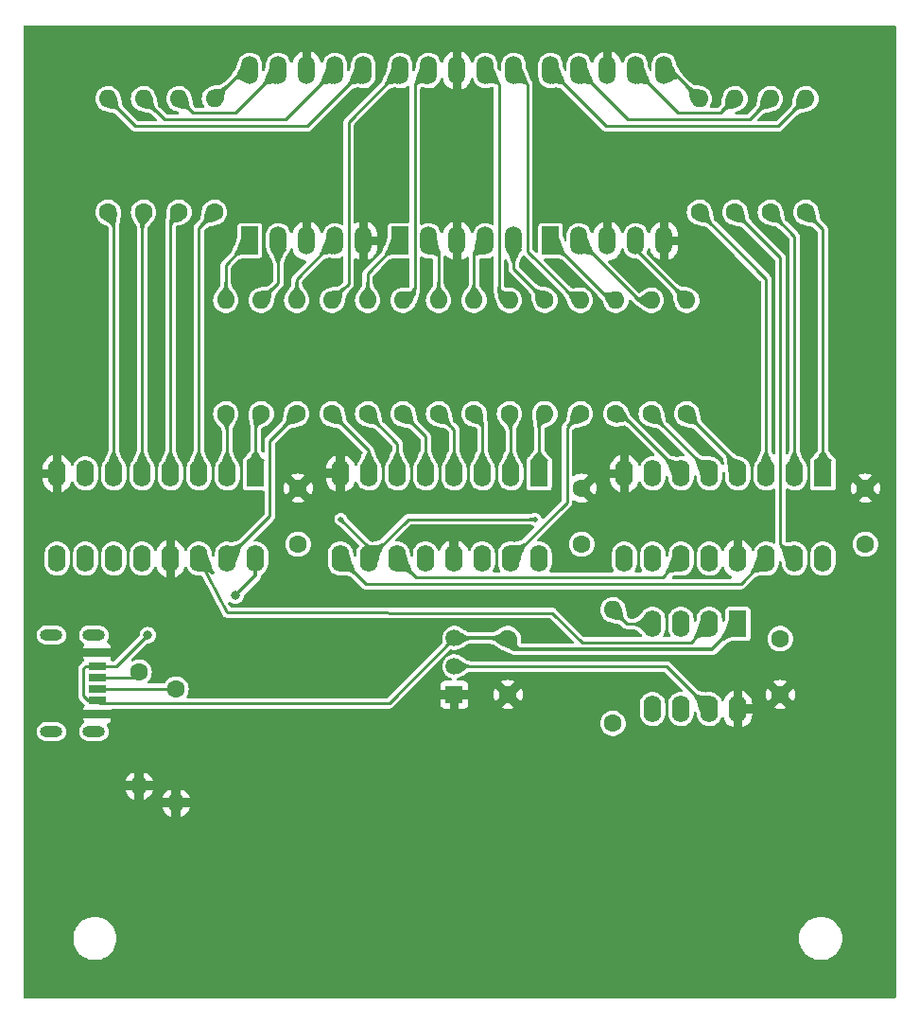
<source format=gbl>
%TF.GenerationSoftware,KiCad,Pcbnew,7.0.10*%
%TF.CreationDate,2024-02-08T16:52:54+11:00*%
%TF.ProjectId,Desktop Thermometer USB-C,4465736b-746f-4702-9054-6865726d6f6d,rev?*%
%TF.SameCoordinates,Original*%
%TF.FileFunction,Copper,L2,Bot*%
%TF.FilePolarity,Positive*%
%FSLAX46Y46*%
G04 Gerber Fmt 4.6, Leading zero omitted, Abs format (unit mm)*
G04 Created by KiCad (PCBNEW 7.0.10) date 2024-02-08 16:52:54*
%MOMM*%
%LPD*%
G01*
G04 APERTURE LIST*
%TA.AperFunction,ComponentPad*%
%ADD10C,1.600000*%
%TD*%
%TA.AperFunction,ComponentPad*%
%ADD11O,1.600000X1.600000*%
%TD*%
%TA.AperFunction,ComponentPad*%
%ADD12R,1.600000X2.400000*%
%TD*%
%TA.AperFunction,ComponentPad*%
%ADD13O,1.600000X2.400000*%
%TD*%
%TA.AperFunction,ComponentPad*%
%ADD14R,1.524000X2.524000*%
%TD*%
%TA.AperFunction,ComponentPad*%
%ADD15O,1.524000X2.524000*%
%TD*%
%TA.AperFunction,ComponentPad*%
%ADD16C,1.500000*%
%TD*%
%TA.AperFunction,ComponentPad*%
%ADD17R,1.500000X1.500000*%
%TD*%
%TA.AperFunction,SMDPad,CuDef*%
%ADD18R,1.500000X0.700000*%
%TD*%
%TA.AperFunction,SMDPad,CuDef*%
%ADD19R,1.500000X0.760000*%
%TD*%
%TA.AperFunction,SMDPad,CuDef*%
%ADD20R,1.500000X0.800000*%
%TD*%
%TA.AperFunction,ComponentPad*%
%ADD21O,2.000000X1.000000*%
%TD*%
%TA.AperFunction,ViaPad*%
%ADD22C,0.800000*%
%TD*%
%TA.AperFunction,ViaPad*%
%ADD23C,0.500000*%
%TD*%
%TA.AperFunction,Conductor*%
%ADD24C,0.270000*%
%TD*%
%TA.AperFunction,Conductor*%
%ADD25C,0.350000*%
%TD*%
G04 APERTURE END LIST*
D10*
%TO.P,C4,1*%
%TO.N,+5V*%
X142001000Y-103179000D03*
%TO.P,C4,2*%
%TO.N,GND*%
X142001000Y-108179000D03*
%TD*%
%TO.P,C1,1*%
%TO.N,+5V*%
X123205000Y-94717000D03*
%TO.P,C1,2*%
%TO.N,GND*%
X123205000Y-89717000D03*
%TD*%
%TO.P,R8,1*%
%TO.N,/1s.G*%
X126253000Y-83073000D03*
D11*
%TO.P,R8,2*%
%TO.N,Net-(D2-g)*%
X126253000Y-72913000D03*
%TD*%
D12*
%TO.P,U2,1,QB*%
%TO.N,/1s.DP*%
X144780000Y-88392000D03*
D13*
%TO.P,U2,2,QC*%
%TO.N,/1s.A*%
X142240000Y-88392000D03*
%TO.P,U2,3,QD*%
%TO.N,/1s.C*%
X139700000Y-88392000D03*
%TO.P,U2,4,QE*%
%TO.N,/1s.D*%
X137160000Y-88392000D03*
%TO.P,U2,5,QF*%
%TO.N,/1s.F*%
X134620000Y-88392000D03*
%TO.P,U2,6,QG*%
%TO.N,/1s.E*%
X132080000Y-88392000D03*
%TO.P,U2,7,QH*%
%TO.N,/1s.G*%
X129540000Y-88392000D03*
%TO.P,U2,8,GND*%
%TO.N,GND*%
X127000000Y-88392000D03*
%TO.P,U2,9,QH'*%
%TO.N,/DATA.B*%
X127000000Y-96012000D03*
%TO.P,U2,10,~{SRCLR}*%
%TO.N,/~{SRCLK}*%
X129540000Y-96012000D03*
%TO.P,U2,11,SRCLK*%
%TO.N,/SRCLK*%
X132080000Y-96012000D03*
%TO.P,U2,12,RCLK*%
%TO.N,/RCLK*%
X134620000Y-96012000D03*
%TO.P,U2,13,~{OE}*%
%TO.N,GND*%
X137160000Y-96012000D03*
%TO.P,U2,14,SER*%
%TO.N,/DATA.A*%
X139700000Y-96012000D03*
%TO.P,U2,15,QA*%
%TO.N,/1s.B*%
X142240000Y-96012000D03*
%TO.P,U2,16,VCC*%
%TO.N,+5V*%
X144780000Y-96012000D03*
%TD*%
D10*
%TO.P,R21,1*%
%TO.N,/10ths.F*%
X165496000Y-65039000D03*
D11*
%TO.P,R21,2*%
%TO.N,Net-(D3-f)*%
X165496000Y-54879000D03*
%TD*%
D14*
%TO.P,D1,1,e*%
%TO.N,Net-(D1-e)*%
X118879000Y-67579000D03*
D15*
%TO.P,D1,2,d*%
%TO.N,Net-(D1-d)*%
X121419000Y-67579000D03*
%TO.P,D1,3,C.K.*%
%TO.N,GND*%
X123959000Y-67579000D03*
%TO.P,D1,4,c*%
%TO.N,Net-(D1-c)*%
X126499000Y-67579000D03*
%TO.P,D1,5,DP*%
%TO.N,GND*%
X129039000Y-67579000D03*
%TO.P,D1,6,b*%
%TO.N,Net-(D1-b)*%
X129039000Y-52339000D03*
%TO.P,D1,7,a*%
%TO.N,Net-(D1-a)*%
X126499000Y-52339000D03*
%TO.P,D1,8,C.K.*%
%TO.N,GND*%
X123959000Y-52339000D03*
%TO.P,D1,9,f*%
%TO.N,Net-(D1-f)*%
X121419000Y-52339000D03*
%TO.P,D1,10,g*%
%TO.N,Net-(D1-g)*%
X118879000Y-52339000D03*
%TD*%
D10*
%TO.P,R4,1*%
%TO.N,/10s.G*%
X115712000Y-65039000D03*
D11*
%TO.P,R4,2*%
%TO.N,Net-(D1-g)*%
X115712000Y-54879000D03*
%TD*%
D12*
%TO.P,U1,1,QB*%
%TO.N,/10s.D*%
X119395000Y-88407000D03*
D13*
%TO.P,U1,2,QC*%
%TO.N,/10s.E*%
X116855000Y-88407000D03*
%TO.P,U1,3,QD*%
%TO.N,/10s.G*%
X114315000Y-88407000D03*
%TO.P,U1,4,QE*%
%TO.N,/10s.F*%
X111775000Y-88407000D03*
%TO.P,U1,5,QF*%
%TO.N,/10s.A*%
X109235000Y-88407000D03*
%TO.P,U1,6,QG*%
%TO.N,/10s.B*%
X106695000Y-88407000D03*
%TO.P,U1,7,QH*%
%TO.N,unconnected-(U1-QH-Pad7)*%
X104155000Y-88407000D03*
%TO.P,U1,8,GND*%
%TO.N,GND*%
X101615000Y-88407000D03*
%TO.P,U1,9,QH'*%
%TO.N,/DATA.A*%
X101615000Y-96027000D03*
%TO.P,U1,10,~{SRCLR}*%
%TO.N,/~{SRCLK}*%
X104155000Y-96027000D03*
%TO.P,U1,11,SRCLK*%
%TO.N,/SRCLK*%
X106695000Y-96027000D03*
%TO.P,U1,12,RCLK*%
%TO.N,/RCLK*%
X109235000Y-96027000D03*
%TO.P,U1,13,~{OE}*%
%TO.N,GND*%
X111775000Y-96027000D03*
%TO.P,U1,14,SER*%
%TO.N,/DATA*%
X114315000Y-96027000D03*
%TO.P,U1,15,QA*%
%TO.N,/10s.C*%
X116855000Y-96027000D03*
%TO.P,U1,16,VCC*%
%TO.N,+5V*%
X119395000Y-96027000D03*
%TD*%
D10*
%TO.P,R13,1*%
%TO.N,/1s.A*%
X142128000Y-83073000D03*
D11*
%TO.P,R13,2*%
%TO.N,Net-(D2-a)*%
X142128000Y-72913000D03*
%TD*%
D10*
%TO.P,R24,1*%
%TO.N,Net-(J1-CC2)*%
X108966000Y-106172000D03*
D11*
%TO.P,R24,2*%
%TO.N,GND*%
X108966000Y-116332000D03*
%TD*%
D10*
%TO.P,R22,1*%
%TO.N,/10ths.G*%
X168671000Y-65039000D03*
D11*
%TO.P,R22,2*%
%TO.N,Net-(D3-g)*%
X168671000Y-54879000D03*
%TD*%
D10*
%TO.P,R23,1*%
%TO.N,+5V*%
X151399000Y-110759000D03*
D11*
%TO.P,R23,2*%
%TO.N,/RESET*%
X151399000Y-100599000D03*
%TD*%
D10*
%TO.P,R16,1*%
%TO.N,/10ths.E*%
X151653000Y-83073000D03*
D11*
%TO.P,R16,2*%
%TO.N,Net-(D3-e)*%
X151653000Y-72913000D03*
%TD*%
D10*
%TO.P,R12,1*%
%TO.N,/1s.C*%
X138953000Y-83073000D03*
D11*
%TO.P,R12,2*%
%TO.N,Net-(D2-c)*%
X138953000Y-72913000D03*
%TD*%
D12*
%TO.P,U5,1,V_{DD}*%
%TO.N,+5V*%
X162565000Y-101854000D03*
D13*
%TO.P,U5,2,RA5*%
%TO.N,/DATA*%
X160025000Y-101854000D03*
%TO.P,U5,3,RA4*%
%TO.N,/SRCLK*%
X157485000Y-101854000D03*
%TO.P,U5,4,~{MCLR}/RA3*%
%TO.N,/RESET*%
X154945000Y-101854000D03*
%TO.P,U5,5,RA2*%
%TO.N,/~{SRCLK}*%
X154945000Y-109474000D03*
%TO.P,U5,6,ICSPCLK/RA1*%
%TO.N,/RCLK*%
X157485000Y-109474000D03*
%TO.P,U5,7,ICSPDAT/RA0*%
%TO.N,/TEMP*%
X160025000Y-109474000D03*
%TO.P,U5,8,V_{SS}*%
%TO.N,GND*%
X162565000Y-109474000D03*
%TD*%
D10*
%TO.P,R3,1*%
%TO.N,/10s.F*%
X112537000Y-65039000D03*
D11*
%TO.P,R3,2*%
%TO.N,Net-(D1-f)*%
X112537000Y-54879000D03*
%TD*%
D10*
%TO.P,R5,1*%
%TO.N,/10s.E*%
X116728000Y-83073000D03*
D11*
%TO.P,R5,2*%
%TO.N,Net-(D1-e)*%
X116728000Y-72913000D03*
%TD*%
D10*
%TO.P,R9,1*%
%TO.N,/1s.E*%
X129428000Y-83073000D03*
D11*
%TO.P,R9,2*%
%TO.N,Net-(D2-e)*%
X129428000Y-72913000D03*
%TD*%
D10*
%TO.P,R11,1*%
%TO.N,/1s.D*%
X135778000Y-83073000D03*
D11*
%TO.P,R11,2*%
%TO.N,Net-(D2-d)*%
X135778000Y-72913000D03*
%TD*%
D12*
%TO.P,U3,1,QB*%
%TO.N,/10ths.G*%
X170195000Y-88407000D03*
D13*
%TO.P,U3,2,QC*%
%TO.N,/10ths.F*%
X167655000Y-88407000D03*
%TO.P,U3,3,QD*%
%TO.N,/10ths.B*%
X165115000Y-88407000D03*
%TO.P,U3,4,QE*%
%TO.N,/10ths.C*%
X162575000Y-88407000D03*
%TO.P,U3,5,QF*%
%TO.N,/10ths.D*%
X160035000Y-88407000D03*
%TO.P,U3,6,QG*%
%TO.N,/10ths.E*%
X157495000Y-88407000D03*
%TO.P,U3,7,QH*%
%TO.N,unconnected-(U3-QH-Pad7)*%
X154955000Y-88407000D03*
%TO.P,U3,8,GND*%
%TO.N,GND*%
X152415000Y-88407000D03*
%TO.P,U3,9,QH'*%
%TO.N,unconnected-(U3-QH'-Pad9)*%
X152415000Y-96027000D03*
%TO.P,U3,10,~{SRCLR}*%
%TO.N,/~{SRCLK}*%
X154955000Y-96027000D03*
%TO.P,U3,11,SRCLK*%
%TO.N,/SRCLK*%
X157495000Y-96027000D03*
%TO.P,U3,12,RCLK*%
%TO.N,/RCLK*%
X160035000Y-96027000D03*
%TO.P,U3,13,~{OE}*%
%TO.N,GND*%
X162575000Y-96027000D03*
%TO.P,U3,14,SER*%
%TO.N,/DATA.B*%
X165115000Y-96027000D03*
%TO.P,U3,15,QA*%
%TO.N,/10ths.A*%
X167655000Y-96027000D03*
%TO.P,U3,16,VCC*%
%TO.N,+5V*%
X170195000Y-96027000D03*
%TD*%
D16*
%TO.P,U4,1,+V_{s}*%
%TO.N,+5V*%
X137181000Y-103124000D03*
%TO.P,U4,2,V_{out}*%
%TO.N,/TEMP*%
X137181000Y-105664000D03*
D17*
%TO.P,U4,3,GND*%
%TO.N,GND*%
X137181000Y-108204000D03*
%TD*%
D10*
%TO.P,R19,1*%
%TO.N,/10ths.B*%
X159146000Y-65039000D03*
D11*
%TO.P,R19,2*%
%TO.N,Net-(D3-b)*%
X159146000Y-54879000D03*
%TD*%
D14*
%TO.P,D3,1,e*%
%TO.N,Net-(D3-e)*%
X145811000Y-67579000D03*
D15*
%TO.P,D3,2,d*%
%TO.N,Net-(D3-d)*%
X148351000Y-67579000D03*
%TO.P,D3,3,C.K.*%
%TO.N,GND*%
X150891000Y-67579000D03*
%TO.P,D3,4,c*%
%TO.N,Net-(D3-c)*%
X153431000Y-67579000D03*
%TO.P,D3,5,DP*%
%TO.N,GND*%
X155971000Y-67579000D03*
%TO.P,D3,6,b*%
%TO.N,Net-(D3-b)*%
X155971000Y-52339000D03*
%TO.P,D3,7,a*%
%TO.N,Net-(D3-a)*%
X153431000Y-52339000D03*
%TO.P,D3,8,C.K.*%
%TO.N,GND*%
X150891000Y-52339000D03*
%TO.P,D3,9,f*%
%TO.N,Net-(D3-f)*%
X148351000Y-52339000D03*
%TO.P,D3,10,g*%
%TO.N,Net-(D3-g)*%
X145811000Y-52339000D03*
%TD*%
D10*
%TO.P,C2,1*%
%TO.N,+5V*%
X148605000Y-94717000D03*
%TO.P,C2,2*%
%TO.N,GND*%
X148605000Y-89717000D03*
%TD*%
%TO.P,R14,1*%
%TO.N,Net-(D2-DP)*%
X145303000Y-72898000D03*
D11*
%TO.P,R14,2*%
%TO.N,/1s.DP*%
X145303000Y-83058000D03*
%TD*%
D10*
%TO.P,R6,1*%
%TO.N,/10s.D*%
X119903000Y-83073000D03*
D11*
%TO.P,R6,2*%
%TO.N,Net-(D1-d)*%
X119903000Y-72913000D03*
%TD*%
D14*
%TO.P,D2,1,e*%
%TO.N,Net-(D2-e)*%
X132341000Y-67579000D03*
D15*
%TO.P,D2,2,d*%
%TO.N,Net-(D2-d)*%
X134881000Y-67579000D03*
%TO.P,D2,3,C.K.*%
%TO.N,GND*%
X137421000Y-67579000D03*
%TO.P,D2,4,c*%
%TO.N,Net-(D2-c)*%
X139961000Y-67579000D03*
%TO.P,D2,5,DP*%
%TO.N,Net-(D2-DP)*%
X142501000Y-67579000D03*
%TO.P,D2,6,b*%
%TO.N,Net-(D2-b)*%
X142501000Y-52339000D03*
%TO.P,D2,7,a*%
%TO.N,Net-(D2-a)*%
X139961000Y-52339000D03*
%TO.P,D2,8,C.K.*%
%TO.N,GND*%
X137421000Y-52339000D03*
%TO.P,D2,9,f*%
%TO.N,Net-(D2-f)*%
X134881000Y-52339000D03*
%TO.P,D2,10,g*%
%TO.N,Net-(D2-g)*%
X132341000Y-52339000D03*
%TD*%
D10*
%TO.P,R20,1*%
%TO.N,/10ths.A*%
X162321000Y-65039000D03*
D11*
%TO.P,R20,2*%
%TO.N,Net-(D3-a)*%
X162321000Y-54879000D03*
%TD*%
D10*
%TO.P,R10,1*%
%TO.N,/1s.F*%
X132603000Y-83073000D03*
D11*
%TO.P,R10,2*%
%TO.N,Net-(D2-f)*%
X132603000Y-72913000D03*
%TD*%
D10*
%TO.P,R2,1*%
%TO.N,/10s.A*%
X109362000Y-65039000D03*
D11*
%TO.P,R2,2*%
%TO.N,Net-(D1-a)*%
X109362000Y-54879000D03*
%TD*%
D10*
%TO.P,R18,1*%
%TO.N,/10ths.C*%
X158003000Y-83073000D03*
D11*
%TO.P,R18,2*%
%TO.N,Net-(D3-c)*%
X158003000Y-72913000D03*
%TD*%
D10*
%TO.P,C3,1*%
%TO.N,+5V*%
X174005000Y-94717000D03*
%TO.P,C3,2*%
%TO.N,GND*%
X174005000Y-89717000D03*
%TD*%
%TO.P,R15,1*%
%TO.N,/1s.B*%
X148478000Y-83073000D03*
D11*
%TO.P,R15,2*%
%TO.N,Net-(D2-b)*%
X148478000Y-72913000D03*
%TD*%
D10*
%TO.P,R17,1*%
%TO.N,/10ths.D*%
X154828000Y-83073000D03*
D11*
%TO.P,R17,2*%
%TO.N,Net-(D3-d)*%
X154828000Y-72913000D03*
%TD*%
D10*
%TO.P,R7,1*%
%TO.N,/10s.C*%
X123078000Y-83073000D03*
D11*
%TO.P,R7,2*%
%TO.N,Net-(D1-c)*%
X123078000Y-72913000D03*
%TD*%
D10*
%TO.P,R25,1*%
%TO.N,Net-(J1-CC1)*%
X112268000Y-107696000D03*
D11*
%TO.P,R25,2*%
%TO.N,GND*%
X112268000Y-117856000D03*
%TD*%
D10*
%TO.P,C5,1*%
%TO.N,+5V*%
X166385000Y-103179000D03*
%TO.P,C5,2*%
%TO.N,GND*%
X166385000Y-108179000D03*
%TD*%
%TO.P,R1,1*%
%TO.N,/10s.B*%
X106187000Y-65039000D03*
D11*
%TO.P,R1,2*%
%TO.N,Net-(D1-b)*%
X106187000Y-54879000D03*
%TD*%
D18*
%TO.P,J1,A5,CC1*%
%TO.N,Net-(J1-CC1)*%
X105200000Y-107670000D03*
D19*
%TO.P,J1,A9,V_{BUS}*%
%TO.N,+5V*%
X105200000Y-105650000D03*
D20*
%TO.P,J1,A12,GND*%
%TO.N,GND*%
X105200000Y-104420000D03*
D18*
%TO.P,J1,B5,CC2*%
%TO.N,Net-(J1-CC2)*%
X105200000Y-106670000D03*
D19*
%TO.P,J1,B9,V_{BUS}*%
%TO.N,+5V*%
X105200000Y-108690000D03*
D20*
%TO.P,J1,B12,GND*%
%TO.N,GND*%
X105200000Y-109920000D03*
D21*
%TO.P,J1,S1,SHIELD*%
%TO.N,unconnected-(J1-SHIELD-PadS1)*%
X104910000Y-111490000D03*
%TO.P,J1,S2,SHIELD*%
%TO.N,unconnected-(J1-SHIELD-PadS2)*%
X104910000Y-102850000D03*
%TO.P,J1,S3,SHIELD*%
%TO.N,unconnected-(J1-SHIELD-PadS3)*%
X101110000Y-111490000D03*
%TO.P,J1,S4,SHIELD*%
%TO.N,unconnected-(J1-SHIELD-PadS4)*%
X101110000Y-102850000D03*
%TD*%
D22*
%TO.N,+5V*%
X109728000Y-102870000D03*
X117602000Y-99314000D03*
%TO.N,GND*%
X138938000Y-93980000D03*
X142494000Y-93980000D03*
D23*
%TO.N,/~{SRCLK}*%
X127020000Y-92490000D03*
X144420000Y-92510000D03*
%TD*%
D24*
%TO.N,+5V*%
X106948000Y-105650000D02*
X109728000Y-102870000D01*
D25*
X142981000Y-104159000D02*
X142001000Y-103179000D01*
D24*
X105200000Y-108690000D02*
X105471000Y-108961000D01*
X105200000Y-105650000D02*
X104180000Y-105650000D01*
X104180000Y-105650000D02*
X103985000Y-105845000D01*
X103985000Y-105845000D02*
X103985000Y-108303000D01*
D25*
X160260000Y-104159000D02*
X142981000Y-104159000D01*
D24*
X131344000Y-108961000D02*
X137181000Y-103124000D01*
D25*
X162565000Y-101854000D02*
X160260000Y-104159000D01*
X137181000Y-103124000D02*
X141946000Y-103124000D01*
X119395000Y-97521000D02*
X119395000Y-96027000D01*
D24*
X104372000Y-108690000D02*
X105200000Y-108690000D01*
X103985000Y-108303000D02*
X104372000Y-108690000D01*
X105200000Y-105650000D02*
X106948000Y-105650000D01*
X105471000Y-108961000D02*
X131344000Y-108961000D01*
D25*
X117602000Y-99314000D02*
X119395000Y-97521000D01*
D24*
%TO.N,Net-(D1-e)*%
X116728000Y-69730000D02*
X118879000Y-67579000D01*
X116728000Y-72913000D02*
X116728000Y-69730000D01*
%TO.N,Net-(D1-d)*%
X119903000Y-72913000D02*
X121419000Y-71397000D01*
X121419000Y-71397000D02*
X121419000Y-67579000D01*
%TO.N,Net-(D1-c)*%
X123078000Y-71000000D02*
X126499000Y-67579000D01*
X123078000Y-72913000D02*
X123078000Y-71000000D01*
%TO.N,Net-(D1-b)*%
X124034000Y-57344000D02*
X129039000Y-52339000D01*
X106187000Y-54879000D02*
X108652000Y-57344000D01*
X108652000Y-57344000D02*
X124034000Y-57344000D01*
%TO.N,Net-(D1-a)*%
X109362000Y-54879000D02*
X111227000Y-56744000D01*
X122094000Y-56744000D02*
X126499000Y-52339000D01*
X111227000Y-56744000D02*
X122094000Y-56744000D01*
%TO.N,Net-(D1-f)*%
X113802000Y-56144000D02*
X117614000Y-56144000D01*
X117614000Y-56144000D02*
X121419000Y-52339000D01*
X112537000Y-54879000D02*
X113802000Y-56144000D01*
%TO.N,Net-(D1-g)*%
X115712000Y-54879000D02*
X118252000Y-52339000D01*
%TO.N,Net-(D2-e)*%
X129428000Y-72913000D02*
X129428000Y-70492000D01*
X129428000Y-70492000D02*
X132341000Y-67579000D01*
%TO.N,Net-(D2-d)*%
X135778000Y-68476000D02*
X134881000Y-67579000D01*
X135778000Y-72913000D02*
X135778000Y-68476000D01*
%TO.N,Net-(D2-c)*%
X138953000Y-72913000D02*
X138953000Y-68587000D01*
X138953000Y-68587000D02*
X139961000Y-67579000D01*
%TO.N,Net-(D2-DP)*%
X145303000Y-72898000D02*
X142501000Y-70096000D01*
X142501000Y-70096000D02*
X142501000Y-67579000D01*
%TO.N,Net-(D2-b)*%
X143728000Y-68528000D02*
X148113000Y-72913000D01*
X142501000Y-52339000D02*
X143728000Y-53566000D01*
X143728000Y-53566000D02*
X143728000Y-68528000D01*
%TO.N,Net-(D2-a)*%
X142128000Y-72913000D02*
X141188000Y-71973000D01*
X141188000Y-71973000D02*
X141188000Y-53566000D01*
X141188000Y-53566000D02*
X139961000Y-52339000D01*
%TO.N,Net-(D2-f)*%
X133654000Y-71862000D02*
X133654000Y-53566000D01*
X132603000Y-72913000D02*
X133654000Y-71862000D01*
X133654000Y-53566000D02*
X134881000Y-52339000D01*
%TO.N,Net-(D2-g)*%
X127726000Y-56954000D02*
X132341000Y-52339000D01*
X126253000Y-72913000D02*
X127726000Y-71440000D01*
X127726000Y-71440000D02*
X127726000Y-56954000D01*
%TO.N,Net-(D3-e)*%
X151145000Y-72913000D02*
X145811000Y-67579000D01*
%TO.N,Net-(D3-d)*%
X154828000Y-72913000D02*
X153696630Y-72913000D01*
X153696630Y-72913000D02*
X148362630Y-67579000D01*
%TO.N,Net-(D3-c)*%
X158003000Y-72913000D02*
X153431000Y-68341000D01*
%TO.N,Net-(D3-b)*%
X156606000Y-52339000D02*
X155971000Y-52339000D01*
X159146000Y-54879000D02*
X156606000Y-52339000D01*
%TO.N,Net-(D3-a)*%
X162321000Y-54879000D02*
X161056000Y-56144000D01*
X161056000Y-56144000D02*
X157236000Y-56144000D01*
X157236000Y-56144000D02*
X153431000Y-52339000D01*
%TO.N,Net-(D3-f)*%
X165496000Y-54879000D02*
X163631000Y-56744000D01*
X163631000Y-56744000D02*
X152756000Y-56744000D01*
X152756000Y-56744000D02*
X148351000Y-52339000D01*
%TO.N,Net-(D3-g)*%
X168671000Y-54879000D02*
X166206000Y-57344000D01*
X150816000Y-57344000D02*
X145811000Y-52339000D01*
X166206000Y-57344000D02*
X150816000Y-57344000D01*
%TO.N,/10s.B*%
X106695000Y-88407000D02*
X106695000Y-65547000D01*
X106695000Y-65547000D02*
X106187000Y-65039000D01*
%TO.N,/10s.A*%
X109235000Y-88407000D02*
X109235000Y-65166000D01*
%TO.N,/10s.F*%
X111775000Y-88407000D02*
X111775000Y-65801000D01*
X111775000Y-65801000D02*
X112537000Y-65039000D01*
%TO.N,/10s.G*%
X114315000Y-88407000D02*
X114315000Y-66436000D01*
X114315000Y-66436000D02*
X115712000Y-65039000D01*
%TO.N,/10s.E*%
X116855000Y-88407000D02*
X116855000Y-83200000D01*
%TO.N,/10s.D*%
X119395000Y-83581000D02*
X119903000Y-83073000D01*
X119395000Y-88407000D02*
X119395000Y-83581000D01*
%TO.N,/10s.C*%
X120660000Y-92222000D02*
X120660000Y-85491000D01*
X116855000Y-96027000D02*
X120660000Y-92222000D01*
X120660000Y-85491000D02*
X123078000Y-83073000D01*
%TO.N,/1s.G*%
X129540000Y-88392000D02*
X129540000Y-86360000D01*
X129540000Y-86360000D02*
X126253000Y-83073000D01*
%TO.N,/1s.E*%
X132080000Y-85725000D02*
X129428000Y-83073000D01*
X132080000Y-88392000D02*
X132080000Y-85725000D01*
%TO.N,/1s.F*%
X134620000Y-85090000D02*
X132603000Y-83073000D01*
X134620000Y-88392000D02*
X134620000Y-85090000D01*
%TO.N,/1s.D*%
X137160000Y-84455000D02*
X135778000Y-83073000D01*
X137160000Y-88392000D02*
X137160000Y-84455000D01*
%TO.N,/1s.C*%
X139700000Y-88392000D02*
X139700000Y-83820000D01*
X139700000Y-83820000D02*
X138953000Y-83073000D01*
%TO.N,/1s.A*%
X142240000Y-88392000D02*
X142240000Y-83185000D01*
%TO.N,/1s.DP*%
X144780000Y-88392000D02*
X144780000Y-83581000D01*
X144780000Y-83581000D02*
X145303000Y-83058000D01*
%TO.N,/1s.B*%
X142240000Y-96012000D02*
X147270000Y-90982000D01*
X147270000Y-90982000D02*
X147270000Y-84281000D01*
X147270000Y-84281000D02*
X148478000Y-83073000D01*
%TO.N,/10ths.E*%
X157495000Y-88407000D02*
X152161000Y-83073000D01*
%TO.N,/10ths.D*%
X160035000Y-88280000D02*
X154828000Y-83073000D01*
%TO.N,/10ths.C*%
X162575000Y-87645000D02*
X158003000Y-83073000D01*
%TO.N,/10ths.B*%
X165115000Y-71008000D02*
X159146000Y-65039000D01*
X165115000Y-88407000D02*
X165115000Y-71008000D01*
%TO.N,/10ths.A*%
X166380000Y-94752000D02*
X166380000Y-69098000D01*
X166380000Y-69098000D02*
X162321000Y-65039000D01*
X167655000Y-96027000D02*
X166380000Y-94752000D01*
%TO.N,/10ths.F*%
X167655000Y-88407000D02*
X167655000Y-67198000D01*
X167655000Y-67198000D02*
X165496000Y-65039000D01*
%TO.N,/10ths.G*%
X170195000Y-88407000D02*
X170195000Y-66563000D01*
X170195000Y-66563000D02*
X168671000Y-65039000D01*
%TO.N,/RESET*%
X154945000Y-101854000D02*
X152654000Y-101854000D01*
X152654000Y-101854000D02*
X151399000Y-100599000D01*
%TO.N,/~{SRCLK}*%
X129540000Y-96012000D02*
X133042000Y-92510000D01*
X133042000Y-92510000D02*
X144420000Y-92510000D01*
X127020000Y-92490000D02*
X129540000Y-95010000D01*
%TO.N,/SRCLK*%
X157495000Y-96027000D02*
X155830000Y-97692000D01*
X155830000Y-97692000D02*
X133760000Y-97692000D01*
X133760000Y-97692000D02*
X132080000Y-96012000D01*
%TO.N,/DATA*%
X148619000Y-103519000D02*
X158360000Y-103519000D01*
X145970000Y-100870000D02*
X148619000Y-103519000D01*
X116840000Y-100838000D02*
X145970000Y-100870000D01*
X158360000Y-103519000D02*
X160025000Y-101854000D01*
X114315000Y-96027000D02*
X116840000Y-100838000D01*
%TO.N,/DATA.B*%
X129280000Y-98292000D02*
X162850000Y-98292000D01*
X162850000Y-98292000D02*
X165115000Y-96027000D01*
X127000000Y-96012000D02*
X129280000Y-98292000D01*
%TO.N,/TEMP*%
X156215000Y-105664000D02*
X160025000Y-109474000D01*
X137181000Y-105664000D02*
X156215000Y-105664000D01*
%TO.N,Net-(J1-CC1)*%
X105200000Y-107670000D02*
X112242000Y-107670000D01*
X112242000Y-107670000D02*
X112268000Y-107696000D01*
%TO.N,Net-(J1-CC2)*%
X105200000Y-106670000D02*
X108468000Y-106670000D01*
X108468000Y-106670000D02*
X108966000Y-106172000D01*
%TD*%
%TA.AperFunction,Conductor*%
%TO.N,GND*%
G36*
X143909965Y-92977903D02*
G01*
X143923823Y-92980673D01*
X143994402Y-92982274D01*
X144005892Y-92983069D01*
X144023591Y-92985127D01*
X144041903Y-92988670D01*
X144045866Y-92989752D01*
X144058932Y-92994112D01*
X144100087Y-93010442D01*
X144102551Y-93011453D01*
X144182890Y-93045424D01*
X144197643Y-93051255D01*
X144205994Y-93052759D01*
X144231461Y-93060233D01*
X144246811Y-93066591D01*
X144273547Y-93077666D01*
X144327950Y-93121507D01*
X144350014Y-93187802D01*
X144332734Y-93255501D01*
X144313774Y-93279907D01*
X143268048Y-94325633D01*
X143233912Y-94349795D01*
X143090644Y-94418385D01*
X143075584Y-94424419D01*
X142907747Y-94479216D01*
X142890547Y-94483499D01*
X142729343Y-94511587D01*
X142710782Y-94513397D01*
X142555767Y-94516803D01*
X142512493Y-94510015D01*
X142507747Y-94508372D01*
X142507740Y-94508370D01*
X142507738Y-94508370D01*
X142294036Y-94477644D01*
X142294033Y-94477644D01*
X142263214Y-94479112D01*
X142078381Y-94487917D01*
X141868568Y-94538817D01*
X141835723Y-94553817D01*
X141672178Y-94628504D01*
X141672172Y-94628508D01*
X141496317Y-94753734D01*
X141496311Y-94753740D01*
X141347324Y-94909993D01*
X141230600Y-95091620D01*
X141150362Y-95292043D01*
X141150358Y-95292056D01*
X141109500Y-95504049D01*
X141109500Y-96465852D01*
X141124879Y-96626911D01*
X141124882Y-96626928D01*
X141185704Y-96834071D01*
X141185705Y-96834074D01*
X141185706Y-96834075D01*
X141244121Y-96947385D01*
X141284640Y-97025979D01*
X141287829Y-97030941D01*
X141286833Y-97031580D01*
X141310507Y-97090713D01*
X141297284Y-97159320D01*
X141249068Y-97209887D01*
X141187068Y-97226500D01*
X140747469Y-97226500D01*
X140680430Y-97206815D01*
X140634675Y-97154011D01*
X140624731Y-97084853D01*
X140643154Y-97035460D01*
X140649250Y-97025974D01*
X140709399Y-96932381D01*
X140789641Y-96731947D01*
X140830500Y-96519950D01*
X140830500Y-95558152D01*
X140826766Y-95519050D01*
X140815120Y-95397088D01*
X140815119Y-95397087D01*
X140815119Y-95397078D01*
X140789141Y-95308604D01*
X140754295Y-95189928D01*
X140754294Y-95189926D01*
X140754294Y-95189925D01*
X140655363Y-94998026D01*
X140521903Y-94828317D01*
X140510999Y-94818869D01*
X140435835Y-94753739D01*
X140358737Y-94686933D01*
X140358733Y-94686931D01*
X140358730Y-94686928D01*
X140171765Y-94578985D01*
X140171764Y-94578984D01*
X140171763Y-94578984D01*
X140035443Y-94531803D01*
X139967739Y-94508370D01*
X139899084Y-94498499D01*
X139754036Y-94477644D01*
X139754033Y-94477644D01*
X139723214Y-94479112D01*
X139538381Y-94487917D01*
X139328568Y-94538817D01*
X139295723Y-94553817D01*
X139132178Y-94628504D01*
X139132172Y-94628508D01*
X138956317Y-94753734D01*
X138956311Y-94753740D01*
X138807324Y-94909993D01*
X138690600Y-95091620D01*
X138634868Y-95230831D01*
X138591678Y-95285752D01*
X138525651Y-95308604D01*
X138457750Y-95292131D01*
X138409535Y-95241564D01*
X138399976Y-95216837D01*
X138386269Y-95165682D01*
X138386265Y-95165673D01*
X138290134Y-94959517D01*
X138159657Y-94773179D01*
X137998820Y-94612342D01*
X137812482Y-94481865D01*
X137606324Y-94385732D01*
X137560000Y-94373319D01*
X137560000Y-95980518D01*
X137545165Y-95886852D01*
X137487641Y-95773955D01*
X137398045Y-95684359D01*
X137285148Y-95626835D01*
X137191481Y-95612000D01*
X137128519Y-95612000D01*
X137034852Y-95626835D01*
X136921955Y-95684359D01*
X136832359Y-95773955D01*
X136774835Y-95886852D01*
X136760000Y-95980518D01*
X136760000Y-94373320D01*
X136759999Y-94373319D01*
X136713675Y-94385732D01*
X136507517Y-94481865D01*
X136321179Y-94612342D01*
X136160342Y-94773179D01*
X136029865Y-94959517D01*
X135933734Y-95165673D01*
X135933729Y-95165685D01*
X135920861Y-95213708D01*
X135884495Y-95273367D01*
X135821648Y-95303896D01*
X135752272Y-95295599D01*
X135698395Y-95251113D01*
X135682111Y-95216549D01*
X135674294Y-95189925D01*
X135575363Y-94998026D01*
X135441903Y-94828317D01*
X135430999Y-94818869D01*
X135355835Y-94753739D01*
X135278737Y-94686933D01*
X135278733Y-94686931D01*
X135278730Y-94686928D01*
X135091765Y-94578985D01*
X135091764Y-94578984D01*
X135091763Y-94578984D01*
X134955443Y-94531803D01*
X134887739Y-94508370D01*
X134819084Y-94498499D01*
X134674036Y-94477644D01*
X134674033Y-94477644D01*
X134643214Y-94479112D01*
X134458381Y-94487917D01*
X134248568Y-94538817D01*
X134215723Y-94553817D01*
X134052178Y-94628504D01*
X134052172Y-94628508D01*
X133876317Y-94753734D01*
X133876311Y-94753740D01*
X133727324Y-94909993D01*
X133610600Y-95091620D01*
X133530362Y-95292043D01*
X133530358Y-95292056D01*
X133489500Y-95504049D01*
X133489500Y-95697498D01*
X133469815Y-95764537D01*
X133417011Y-95810292D01*
X133347853Y-95820236D01*
X133284297Y-95791211D01*
X133246885Y-95733642D01*
X133215885Y-95631909D01*
X133210500Y-95595765D01*
X133210500Y-95558147D01*
X133195120Y-95397088D01*
X133195119Y-95397087D01*
X133195119Y-95397078D01*
X133169141Y-95308604D01*
X133134295Y-95189928D01*
X133134294Y-95189926D01*
X133134294Y-95189925D01*
X133035363Y-94998026D01*
X132901903Y-94828317D01*
X132890999Y-94818869D01*
X132815835Y-94753739D01*
X132738737Y-94686933D01*
X132738733Y-94686931D01*
X132738730Y-94686928D01*
X132551765Y-94578985D01*
X132551764Y-94578984D01*
X132551763Y-94578984D01*
X132415443Y-94531803D01*
X132347739Y-94508370D01*
X132279084Y-94498499D01*
X132134036Y-94477644D01*
X132134032Y-94477644D01*
X132032979Y-94482458D01*
X131965079Y-94465985D01*
X131916863Y-94415418D01*
X131903640Y-94346811D01*
X131929608Y-94281946D01*
X131939388Y-94270927D01*
X133198498Y-93011819D01*
X133259821Y-92978334D01*
X133286179Y-92975500D01*
X143885668Y-92975500D01*
X143909965Y-92977903D01*
G37*
%TD.AperFunction*%
%TA.AperFunction,Conductor*%
G36*
X162189835Y-96152148D02*
G01*
X162247359Y-96265045D01*
X162336955Y-96354641D01*
X162449852Y-96412165D01*
X162543519Y-96427000D01*
X162299000Y-96427000D01*
X162231961Y-96407315D01*
X162186206Y-96354511D01*
X162175000Y-96303000D01*
X162175000Y-96058481D01*
X162189835Y-96152148D01*
G37*
%TD.AperFunction*%
%TA.AperFunction,Conductor*%
G36*
X162975000Y-96303000D02*
G01*
X162955315Y-96370039D01*
X162902511Y-96415794D01*
X162851000Y-96427000D01*
X162606481Y-96427000D01*
X162700148Y-96412165D01*
X162813045Y-96354641D01*
X162902641Y-96265045D01*
X162960165Y-96152148D01*
X162975000Y-96058481D01*
X162975000Y-96303000D01*
G37*
%TD.AperFunction*%
%TA.AperFunction,Conductor*%
G36*
X136774835Y-96137148D02*
G01*
X136832359Y-96250045D01*
X136921955Y-96339641D01*
X137034852Y-96397165D01*
X137128519Y-96412000D01*
X136884000Y-96412000D01*
X136816961Y-96392315D01*
X136771206Y-96339511D01*
X136760000Y-96288000D01*
X136760000Y-96043481D01*
X136774835Y-96137148D01*
G37*
%TD.AperFunction*%
%TA.AperFunction,Conductor*%
G36*
X137560000Y-96288000D02*
G01*
X137540315Y-96355039D01*
X137487511Y-96400794D01*
X137436000Y-96412000D01*
X137191481Y-96412000D01*
X137285148Y-96397165D01*
X137398045Y-96339641D01*
X137487641Y-96250045D01*
X137545165Y-96137148D01*
X137560000Y-96043481D01*
X137560000Y-96288000D01*
G37*
%TD.AperFunction*%
%TA.AperFunction,Conductor*%
G36*
X148219835Y-89591852D02*
G01*
X148200014Y-89717000D01*
X148219835Y-89842148D01*
X148277357Y-89955042D01*
X148126996Y-89804681D01*
X148093511Y-89743358D01*
X148098495Y-89673666D01*
X148126996Y-89629319D01*
X148277357Y-89478957D01*
X148219835Y-89591852D01*
G37*
%TD.AperFunction*%
%TA.AperFunction,Conductor*%
G36*
X123573835Y-67704148D02*
G01*
X123631359Y-67817045D01*
X123720955Y-67906641D01*
X123833852Y-67964165D01*
X123927519Y-67979000D01*
X123683000Y-67979000D01*
X123615961Y-67959315D01*
X123570206Y-67906511D01*
X123559000Y-67855000D01*
X123559000Y-67610481D01*
X123573835Y-67704148D01*
G37*
%TD.AperFunction*%
%TA.AperFunction,Conductor*%
G36*
X124359000Y-67855000D02*
G01*
X124339315Y-67922039D01*
X124286511Y-67967794D01*
X124235000Y-67979000D01*
X123990481Y-67979000D01*
X124084148Y-67964165D01*
X124197045Y-67906641D01*
X124286641Y-67817045D01*
X124344165Y-67704148D01*
X124359000Y-67610481D01*
X124359000Y-67855000D01*
G37*
%TD.AperFunction*%
%TA.AperFunction,Conductor*%
G36*
X150505835Y-67704148D02*
G01*
X150563359Y-67817045D01*
X150652955Y-67906641D01*
X150765852Y-67964165D01*
X150859519Y-67979000D01*
X150615000Y-67979000D01*
X150547961Y-67959315D01*
X150502206Y-67906511D01*
X150491000Y-67855000D01*
X150491000Y-67610481D01*
X150505835Y-67704148D01*
G37*
%TD.AperFunction*%
%TA.AperFunction,Conductor*%
G36*
X151291000Y-67855000D02*
G01*
X151271315Y-67922039D01*
X151218511Y-67967794D01*
X151167000Y-67979000D01*
X150922481Y-67979000D01*
X151016148Y-67964165D01*
X151129045Y-67906641D01*
X151218641Y-67817045D01*
X151276165Y-67704148D01*
X151291000Y-67610481D01*
X151291000Y-67855000D01*
G37*
%TD.AperFunction*%
%TA.AperFunction,Conductor*%
G36*
X137821000Y-54035976D02*
G01*
X137919003Y-54004134D01*
X138119039Y-53896490D01*
X138119042Y-53896488D01*
X138296646Y-53754854D01*
X138446100Y-53583789D01*
X138446107Y-53583781D01*
X138562615Y-53388781D01*
X138562619Y-53388773D01*
X138642438Y-53176095D01*
X138655494Y-53104153D01*
X138686832Y-53041706D01*
X138746958Y-53006115D01*
X138816780Y-53008680D01*
X138874132Y-53048586D01*
X138896477Y-53091358D01*
X138901125Y-53107186D01*
X138940494Y-53241267D01*
X138942145Y-53246888D01*
X139016063Y-53390270D01*
X139037752Y-53432341D01*
X139166721Y-53596337D01*
X139166724Y-53596340D01*
X139324408Y-53732974D01*
X139505091Y-53837291D01*
X139505092Y-53837291D01*
X139505095Y-53837293D01*
X139702262Y-53905533D01*
X139908780Y-53935226D01*
X140117186Y-53925298D01*
X140319947Y-53876109D01*
X140349347Y-53862682D01*
X140356008Y-53859640D01*
X140393484Y-53849230D01*
X140482200Y-53839124D01*
X140500694Y-53838409D01*
X140602985Y-53842109D01*
X140669267Y-53864204D01*
X140713083Y-53918628D01*
X140722500Y-53966028D01*
X140722500Y-66042367D01*
X140702815Y-66109406D01*
X140650011Y-66155161D01*
X140580853Y-66165105D01*
X140536500Y-66149754D01*
X140416908Y-66080708D01*
X140219743Y-66012468D01*
X140219739Y-66012467D01*
X140219738Y-66012467D01*
X140013220Y-65982774D01*
X140013217Y-65982774D01*
X139983433Y-65984192D01*
X139804814Y-65992702D01*
X139602053Y-66041891D01*
X139536728Y-66071724D01*
X139412269Y-66128562D01*
X139412266Y-66128563D01*
X139412266Y-66128564D01*
X139399591Y-66137590D01*
X139242309Y-66249589D01*
X139098333Y-66400587D01*
X139098332Y-66400588D01*
X139098331Y-66400590D01*
X139061939Y-66457217D01*
X138985530Y-66576112D01*
X138907989Y-66769797D01*
X138907986Y-66769807D01*
X138900082Y-66810816D01*
X138868065Y-66872918D01*
X138807555Y-66907852D01*
X138737765Y-66904527D01*
X138680851Y-66863997D01*
X138658792Y-66820335D01*
X138607307Y-66633784D01*
X138607302Y-66633769D01*
X138508743Y-66429108D01*
X138508737Y-66429098D01*
X138375219Y-66245327D01*
X138375215Y-66245322D01*
X138211023Y-66088340D01*
X138021439Y-65963196D01*
X137821000Y-65877523D01*
X137821000Y-67547518D01*
X137806165Y-67453852D01*
X137748641Y-67340955D01*
X137659045Y-67251359D01*
X137546148Y-67193835D01*
X137452481Y-67179000D01*
X137389519Y-67179000D01*
X137295852Y-67193835D01*
X137182955Y-67251359D01*
X137093359Y-67340955D01*
X137035835Y-67453852D01*
X137021000Y-67547518D01*
X137021000Y-65882022D01*
X137020999Y-65882022D01*
X136922998Y-65913864D01*
X136722960Y-66021509D01*
X136722957Y-66021511D01*
X136545353Y-66163145D01*
X136395899Y-66334210D01*
X136395892Y-66334218D01*
X136279384Y-66529218D01*
X136279380Y-66529226D01*
X136199562Y-66741903D01*
X136186505Y-66813848D01*
X136155165Y-66876295D01*
X136095040Y-66911885D01*
X136025217Y-66909319D01*
X135967866Y-66869411D01*
X135945522Y-66826641D01*
X135899855Y-66671112D01*
X135804250Y-66485663D01*
X135804248Y-66485661D01*
X135804247Y-66485658D01*
X135675278Y-66321662D01*
X135675275Y-66321659D01*
X135517591Y-66185025D01*
X135336908Y-66080708D01*
X135139743Y-66012468D01*
X135139739Y-66012467D01*
X135139738Y-66012467D01*
X134933220Y-65982774D01*
X134933217Y-65982774D01*
X134903433Y-65984192D01*
X134724814Y-65992702D01*
X134522053Y-66041891D01*
X134454779Y-66072614D01*
X134332267Y-66128563D01*
X134332266Y-66128563D01*
X134315425Y-66140556D01*
X134249398Y-66163407D01*
X134181498Y-66146933D01*
X134133283Y-66096365D01*
X134119500Y-66039547D01*
X134119500Y-53966029D01*
X134139185Y-53898990D01*
X134191989Y-53853235D01*
X134239014Y-53842110D01*
X134341302Y-53838409D01*
X134359798Y-53839124D01*
X134451430Y-53849563D01*
X134477941Y-53855583D01*
X134622262Y-53905533D01*
X134828780Y-53935226D01*
X135037186Y-53925298D01*
X135239947Y-53876109D01*
X135429734Y-53789436D01*
X135599689Y-53668412D01*
X135743669Y-53517410D01*
X135856469Y-53341889D01*
X135934014Y-53148193D01*
X135941917Y-53107184D01*
X135973932Y-53045083D01*
X136034441Y-53010148D01*
X136104231Y-53013471D01*
X136161146Y-53053999D01*
X136183207Y-53097663D01*
X136234692Y-53284217D01*
X136234697Y-53284230D01*
X136333256Y-53488891D01*
X136333262Y-53488901D01*
X136466780Y-53672672D01*
X136466784Y-53672677D01*
X136630976Y-53829659D01*
X136820562Y-53954803D01*
X136820568Y-53954806D01*
X137020999Y-54040475D01*
X137021000Y-54040475D01*
X137021000Y-52370481D01*
X137035835Y-52464148D01*
X137093359Y-52577045D01*
X137182955Y-52666641D01*
X137295852Y-52724165D01*
X137389519Y-52739000D01*
X137452481Y-52739000D01*
X137546148Y-52724165D01*
X137659045Y-52666641D01*
X137748641Y-52577045D01*
X137806165Y-52464148D01*
X137821000Y-52370481D01*
X137821000Y-54035976D01*
G37*
%TD.AperFunction*%
%TA.AperFunction,Conductor*%
G36*
X123573835Y-52464148D02*
G01*
X123631359Y-52577045D01*
X123720955Y-52666641D01*
X123833852Y-52724165D01*
X123927519Y-52739000D01*
X123683000Y-52739000D01*
X123615961Y-52719315D01*
X123570206Y-52666511D01*
X123559000Y-52615000D01*
X123559000Y-52370481D01*
X123573835Y-52464148D01*
G37*
%TD.AperFunction*%
%TA.AperFunction,Conductor*%
G36*
X124359000Y-52615000D02*
G01*
X124339315Y-52682039D01*
X124286511Y-52727794D01*
X124235000Y-52739000D01*
X123990481Y-52739000D01*
X124084148Y-52724165D01*
X124197045Y-52666641D01*
X124286641Y-52577045D01*
X124344165Y-52464148D01*
X124359000Y-52370481D01*
X124359000Y-52615000D01*
G37*
%TD.AperFunction*%
%TA.AperFunction,Conductor*%
G36*
X150505835Y-52464148D02*
G01*
X150563359Y-52577045D01*
X150652955Y-52666641D01*
X150765852Y-52724165D01*
X150859519Y-52739000D01*
X150615000Y-52739000D01*
X150547961Y-52719315D01*
X150502206Y-52666511D01*
X150491000Y-52615000D01*
X150491000Y-52370481D01*
X150505835Y-52464148D01*
G37*
%TD.AperFunction*%
%TA.AperFunction,Conductor*%
G36*
X151291000Y-52615000D02*
G01*
X151271315Y-52682039D01*
X151218511Y-52727794D01*
X151167000Y-52739000D01*
X150922481Y-52739000D01*
X151016148Y-52724165D01*
X151129045Y-52666641D01*
X151218641Y-52577045D01*
X151276165Y-52464148D01*
X151291000Y-52370481D01*
X151291000Y-52615000D01*
G37*
%TD.AperFunction*%
%TA.AperFunction,Conductor*%
G36*
X176680539Y-48326185D02*
G01*
X176726294Y-48378989D01*
X176737500Y-48430500D01*
X176737500Y-135211500D01*
X176717815Y-135278539D01*
X176665011Y-135324294D01*
X176613500Y-135335500D01*
X98722500Y-135335500D01*
X98655461Y-135315815D01*
X98609706Y-135263011D01*
X98598500Y-135211500D01*
X98598500Y-130000001D01*
X103064569Y-130000001D01*
X103084269Y-130275442D01*
X103084270Y-130275449D01*
X103142966Y-130545267D01*
X103142968Y-130545274D01*
X103202884Y-130705917D01*
X103239470Y-130804008D01*
X103239472Y-130804012D01*
X103371808Y-131046367D01*
X103371813Y-131046375D01*
X103537292Y-131267430D01*
X103537308Y-131267448D01*
X103732551Y-131462691D01*
X103732569Y-131462707D01*
X103953624Y-131628186D01*
X103953632Y-131628191D01*
X104195987Y-131760527D01*
X104195991Y-131760529D01*
X104195993Y-131760530D01*
X104454726Y-131857032D01*
X104724559Y-131915731D01*
X104931056Y-131930500D01*
X105068944Y-131930500D01*
X105275441Y-131915731D01*
X105545274Y-131857032D01*
X105804007Y-131760530D01*
X106046373Y-131628188D01*
X106267438Y-131462701D01*
X106462701Y-131267438D01*
X106628188Y-131046373D01*
X106760530Y-130804007D01*
X106857032Y-130545274D01*
X106915731Y-130275441D01*
X106935431Y-130000001D01*
X168064569Y-130000001D01*
X168084269Y-130275442D01*
X168084270Y-130275449D01*
X168142966Y-130545267D01*
X168142968Y-130545274D01*
X168202884Y-130705917D01*
X168239470Y-130804008D01*
X168239472Y-130804012D01*
X168371808Y-131046367D01*
X168371813Y-131046375D01*
X168537292Y-131267430D01*
X168537308Y-131267448D01*
X168732551Y-131462691D01*
X168732569Y-131462707D01*
X168953624Y-131628186D01*
X168953632Y-131628191D01*
X169195987Y-131760527D01*
X169195991Y-131760529D01*
X169195993Y-131760530D01*
X169454726Y-131857032D01*
X169724559Y-131915731D01*
X169931056Y-131930500D01*
X170068944Y-131930500D01*
X170275441Y-131915731D01*
X170545274Y-131857032D01*
X170804007Y-131760530D01*
X171046373Y-131628188D01*
X171267438Y-131462701D01*
X171462701Y-131267438D01*
X171628188Y-131046373D01*
X171760530Y-130804007D01*
X171857032Y-130545274D01*
X171915731Y-130275441D01*
X171935431Y-130000000D01*
X171915731Y-129724559D01*
X171857032Y-129454726D01*
X171760530Y-129195993D01*
X171628188Y-128953627D01*
X171628186Y-128953624D01*
X171462707Y-128732569D01*
X171462691Y-128732551D01*
X171267448Y-128537308D01*
X171267430Y-128537292D01*
X171046375Y-128371813D01*
X171046367Y-128371808D01*
X170804012Y-128239472D01*
X170804008Y-128239470D01*
X170705917Y-128202884D01*
X170545274Y-128142968D01*
X170545270Y-128142967D01*
X170545267Y-128142966D01*
X170275449Y-128084270D01*
X170275442Y-128084269D01*
X170068946Y-128069500D01*
X170068944Y-128069500D01*
X169931056Y-128069500D01*
X169931053Y-128069500D01*
X169724557Y-128084269D01*
X169724550Y-128084270D01*
X169454732Y-128142966D01*
X169454727Y-128142967D01*
X169454726Y-128142968D01*
X169392172Y-128166299D01*
X169195991Y-128239470D01*
X169195987Y-128239472D01*
X168953632Y-128371808D01*
X168953624Y-128371813D01*
X168732569Y-128537292D01*
X168732551Y-128537308D01*
X168537308Y-128732551D01*
X168537292Y-128732569D01*
X168371813Y-128953624D01*
X168371808Y-128953632D01*
X168239472Y-129195987D01*
X168239470Y-129195991D01*
X168142966Y-129454732D01*
X168084270Y-129724550D01*
X168084269Y-129724557D01*
X168064569Y-129999998D01*
X168064569Y-130000001D01*
X106935431Y-130000001D01*
X106935431Y-130000000D01*
X106915731Y-129724559D01*
X106857032Y-129454726D01*
X106760530Y-129195993D01*
X106628188Y-128953627D01*
X106628186Y-128953624D01*
X106462707Y-128732569D01*
X106462691Y-128732551D01*
X106267448Y-128537308D01*
X106267430Y-128537292D01*
X106046375Y-128371813D01*
X106046367Y-128371808D01*
X105804012Y-128239472D01*
X105804008Y-128239470D01*
X105705917Y-128202884D01*
X105545274Y-128142968D01*
X105545270Y-128142967D01*
X105545267Y-128142966D01*
X105275449Y-128084270D01*
X105275442Y-128084269D01*
X105068946Y-128069500D01*
X105068944Y-128069500D01*
X104931056Y-128069500D01*
X104931053Y-128069500D01*
X104724557Y-128084269D01*
X104724550Y-128084270D01*
X104454732Y-128142966D01*
X104454727Y-128142967D01*
X104454726Y-128142968D01*
X104392172Y-128166299D01*
X104195991Y-128239470D01*
X104195987Y-128239472D01*
X103953632Y-128371808D01*
X103953624Y-128371813D01*
X103732569Y-128537292D01*
X103732551Y-128537308D01*
X103537308Y-128732551D01*
X103537292Y-128732569D01*
X103371813Y-128953624D01*
X103371808Y-128953632D01*
X103239472Y-129195987D01*
X103239470Y-129195991D01*
X103142966Y-129454732D01*
X103084270Y-129724550D01*
X103084269Y-129724557D01*
X103064569Y-129999998D01*
X103064569Y-130000001D01*
X98598500Y-130000001D01*
X98598500Y-118256000D01*
X111029320Y-118256000D01*
X111041732Y-118302324D01*
X111137865Y-118508482D01*
X111268342Y-118694820D01*
X111429179Y-118855657D01*
X111615517Y-118986134D01*
X111821675Y-119082267D01*
X111821678Y-119082268D01*
X111867999Y-119094679D01*
X111868000Y-119094679D01*
X111868000Y-118256000D01*
X111029320Y-118256000D01*
X98598500Y-118256000D01*
X98598500Y-117856000D01*
X111863014Y-117856000D01*
X111882835Y-117981148D01*
X111940359Y-118094045D01*
X112029955Y-118183641D01*
X112142852Y-118241165D01*
X112236519Y-118256000D01*
X112299481Y-118256000D01*
X112668000Y-118256000D01*
X112668000Y-119094679D01*
X112714321Y-119082268D01*
X112714324Y-119082267D01*
X112920482Y-118986134D01*
X113106820Y-118855657D01*
X113267657Y-118694820D01*
X113398134Y-118508482D01*
X113494267Y-118302324D01*
X113506680Y-118256000D01*
X112668000Y-118256000D01*
X112299481Y-118256000D01*
X112393148Y-118241165D01*
X112506045Y-118183641D01*
X112595641Y-118094045D01*
X112653165Y-117981148D01*
X112672986Y-117856000D01*
X112653165Y-117730852D01*
X112595641Y-117617955D01*
X112506045Y-117528359D01*
X112393148Y-117470835D01*
X112299481Y-117456000D01*
X112236519Y-117456000D01*
X112142852Y-117470835D01*
X112029955Y-117528359D01*
X111940359Y-117617955D01*
X111882835Y-117730852D01*
X111863014Y-117856000D01*
X98598500Y-117856000D01*
X98598500Y-116732000D01*
X107727320Y-116732000D01*
X107739732Y-116778324D01*
X107835865Y-116984482D01*
X107966342Y-117170820D01*
X108127179Y-117331657D01*
X108313517Y-117462134D01*
X108519675Y-117558267D01*
X108519678Y-117558268D01*
X108565999Y-117570679D01*
X108566000Y-117570679D01*
X108566000Y-116732000D01*
X107727320Y-116732000D01*
X98598500Y-116732000D01*
X98598500Y-116332000D01*
X108561014Y-116332000D01*
X108580835Y-116457148D01*
X108638359Y-116570045D01*
X108727955Y-116659641D01*
X108840852Y-116717165D01*
X108934519Y-116732000D01*
X108997481Y-116732000D01*
X109366000Y-116732000D01*
X109366000Y-117570679D01*
X109412321Y-117558268D01*
X109412324Y-117558267D01*
X109618482Y-117462134D01*
X109627244Y-117455999D01*
X111029319Y-117455999D01*
X111029320Y-117456000D01*
X111868000Y-117456000D01*
X111868000Y-116617320D01*
X111867999Y-116617319D01*
X112668000Y-116617319D01*
X112668000Y-117456000D01*
X113506680Y-117456000D01*
X113506680Y-117455999D01*
X113494267Y-117409675D01*
X113398134Y-117203517D01*
X113267657Y-117017179D01*
X113106820Y-116856342D01*
X112920482Y-116725865D01*
X112714324Y-116629732D01*
X112668000Y-116617319D01*
X111867999Y-116617319D01*
X111821675Y-116629732D01*
X111615517Y-116725865D01*
X111429179Y-116856342D01*
X111268342Y-117017179D01*
X111137865Y-117203517D01*
X111041732Y-117409675D01*
X111029319Y-117455999D01*
X109627244Y-117455999D01*
X109804820Y-117331657D01*
X109965657Y-117170820D01*
X110096134Y-116984482D01*
X110192267Y-116778324D01*
X110204680Y-116732000D01*
X109366000Y-116732000D01*
X108997481Y-116732000D01*
X109091148Y-116717165D01*
X109204045Y-116659641D01*
X109293641Y-116570045D01*
X109351165Y-116457148D01*
X109370986Y-116332000D01*
X109351165Y-116206852D01*
X109293641Y-116093955D01*
X109204045Y-116004359D01*
X109091148Y-115946835D01*
X108997481Y-115932000D01*
X108934519Y-115932000D01*
X108840852Y-115946835D01*
X108727955Y-116004359D01*
X108638359Y-116093955D01*
X108580835Y-116206852D01*
X108561014Y-116332000D01*
X98598500Y-116332000D01*
X98598500Y-115931999D01*
X107727319Y-115931999D01*
X107727320Y-115932000D01*
X108566000Y-115932000D01*
X108566000Y-115093320D01*
X108565999Y-115093319D01*
X109366000Y-115093319D01*
X109366000Y-115932000D01*
X110204680Y-115932000D01*
X110204680Y-115931999D01*
X110192267Y-115885675D01*
X110096134Y-115679517D01*
X109965657Y-115493179D01*
X109804820Y-115332342D01*
X109618482Y-115201865D01*
X109412324Y-115105732D01*
X109366000Y-115093319D01*
X108565999Y-115093319D01*
X108519675Y-115105732D01*
X108313517Y-115201865D01*
X108127179Y-115332342D01*
X107966342Y-115493179D01*
X107835865Y-115679517D01*
X107739732Y-115885675D01*
X107727319Y-115931999D01*
X98598500Y-115931999D01*
X98598500Y-111444776D01*
X99775828Y-111444776D01*
X99785607Y-111625152D01*
X99785608Y-111625154D01*
X99833934Y-111799209D01*
X99833937Y-111799215D01*
X99861393Y-111851002D01*
X99918551Y-111958814D01*
X100035498Y-112096494D01*
X100179308Y-112205816D01*
X100343256Y-112281667D01*
X100343257Y-112281667D01*
X100343259Y-112281668D01*
X100396782Y-112293448D01*
X100519678Y-112320500D01*
X100519681Y-112320500D01*
X101655022Y-112320500D01*
X101655028Y-112320500D01*
X101789586Y-112305866D01*
X101960774Y-112248186D01*
X102115561Y-112155054D01*
X102246708Y-112030825D01*
X102348083Y-111881307D01*
X102414947Y-111713492D01*
X102444172Y-111535227D01*
X102439268Y-111444776D01*
X103575828Y-111444776D01*
X103585607Y-111625152D01*
X103585608Y-111625154D01*
X103633934Y-111799209D01*
X103633937Y-111799215D01*
X103661393Y-111851002D01*
X103718551Y-111958814D01*
X103835498Y-112096494D01*
X103979308Y-112205816D01*
X104143256Y-112281667D01*
X104143257Y-112281667D01*
X104143259Y-112281668D01*
X104196782Y-112293448D01*
X104319678Y-112320500D01*
X104319681Y-112320500D01*
X105455022Y-112320500D01*
X105455028Y-112320500D01*
X105589586Y-112305866D01*
X105760774Y-112248186D01*
X105915561Y-112155054D01*
X106046708Y-112030825D01*
X106148083Y-111881307D01*
X106214947Y-111713492D01*
X106244172Y-111535227D01*
X106234392Y-111354848D01*
X106209864Y-111266508D01*
X106186065Y-111180790D01*
X106186062Y-111180784D01*
X106143375Y-111100268D01*
X106101449Y-111021186D01*
X106071352Y-110985753D01*
X106042955Y-110921917D01*
X106053579Y-110852860D01*
X106099852Y-110800509D01*
X106122529Y-110789297D01*
X106192084Y-110763355D01*
X106192093Y-110763350D01*
X106197904Y-110759000D01*
X150263657Y-110759000D01*
X150282987Y-110967618D01*
X150340323Y-111169130D01*
X150340328Y-111169143D01*
X150433712Y-111356681D01*
X150559973Y-111523878D01*
X150559976Y-111523881D01*
X150714800Y-111665021D01*
X150714805Y-111665025D01*
X150892930Y-111775315D01*
X150892931Y-111775315D01*
X150892934Y-111775317D01*
X151088299Y-111851002D01*
X151294244Y-111889500D01*
X151294246Y-111889500D01*
X151503754Y-111889500D01*
X151503756Y-111889500D01*
X151709701Y-111851002D01*
X151905066Y-111775317D01*
X152083197Y-111665023D01*
X152238029Y-111523876D01*
X152364288Y-111356681D01*
X152457676Y-111169133D01*
X152515012Y-110967619D01*
X152534343Y-110759000D01*
X152528721Y-110698333D01*
X152515012Y-110550381D01*
X152508212Y-110526482D01*
X152457676Y-110348867D01*
X152443464Y-110320326D01*
X152380533Y-110193943D01*
X152364288Y-110161319D01*
X152238029Y-109994124D01*
X152238026Y-109994121D01*
X152238023Y-109994118D01*
X152165332Y-109927852D01*
X153814500Y-109927852D01*
X153829879Y-110088911D01*
X153829882Y-110088928D01*
X153890704Y-110296071D01*
X153989637Y-110487974D01*
X154122207Y-110656552D01*
X154123097Y-110657683D01*
X154286263Y-110799067D01*
X154286266Y-110799069D01*
X154286269Y-110799071D01*
X154387457Y-110857491D01*
X154473237Y-110907016D01*
X154677262Y-110977630D01*
X154890964Y-111008356D01*
X155106619Y-110998083D01*
X155316432Y-110947183D01*
X155512821Y-110857495D01*
X155519330Y-110852860D01*
X155688682Y-110732265D01*
X155688683Y-110732263D01*
X155688687Y-110732261D01*
X155837675Y-110576007D01*
X155954399Y-110394381D01*
X156034641Y-110193947D01*
X156075500Y-109981950D01*
X156075500Y-109020152D01*
X156075221Y-109017233D01*
X156060120Y-108859088D01*
X156060119Y-108859087D01*
X156060119Y-108859078D01*
X156004911Y-108671056D01*
X155999295Y-108651928D01*
X155999294Y-108651926D01*
X155999294Y-108651925D01*
X155900363Y-108460026D01*
X155766903Y-108290317D01*
X155744928Y-108271276D01*
X155703270Y-108235179D01*
X155603737Y-108148933D01*
X155603733Y-108148931D01*
X155603730Y-108148928D01*
X155416765Y-108040985D01*
X155416764Y-108040984D01*
X155416763Y-108040984D01*
X155237910Y-107979082D01*
X155212739Y-107970370D01*
X155159312Y-107962688D01*
X154999036Y-107939644D01*
X154999033Y-107939644D01*
X154971515Y-107940955D01*
X154783381Y-107949917D01*
X154573568Y-108000817D01*
X154526694Y-108022223D01*
X154377178Y-108090504D01*
X154377172Y-108090508D01*
X154201317Y-108215734D01*
X154201311Y-108215740D01*
X154052324Y-108371993D01*
X153935600Y-108553620D01*
X153855362Y-108754043D01*
X153855358Y-108754056D01*
X153814500Y-108966049D01*
X153814500Y-109927852D01*
X152165332Y-109927852D01*
X152083199Y-109852978D01*
X152083194Y-109852974D01*
X151905069Y-109742684D01*
X151905063Y-109742682D01*
X151709701Y-109666998D01*
X151503756Y-109628500D01*
X151294244Y-109628500D01*
X151088299Y-109666998D01*
X150972020Y-109712045D01*
X150892936Y-109742682D01*
X150892930Y-109742684D01*
X150714805Y-109852974D01*
X150714800Y-109852978D01*
X150559976Y-109994118D01*
X150559973Y-109994121D01*
X150433712Y-110161318D01*
X150340328Y-110348856D01*
X150340323Y-110348869D01*
X150282987Y-110550381D01*
X150263657Y-110758999D01*
X150263657Y-110759000D01*
X106197904Y-110759000D01*
X106307187Y-110677190D01*
X106307190Y-110677187D01*
X106393350Y-110562093D01*
X106393354Y-110562086D01*
X106443596Y-110427379D01*
X106443598Y-110427372D01*
X106449999Y-110367844D01*
X106450000Y-110367823D01*
X106450000Y-110320000D01*
X103950000Y-110320000D01*
X103950000Y-110367844D01*
X103956401Y-110427372D01*
X103956403Y-110427379D01*
X104006645Y-110562086D01*
X104006647Y-110562089D01*
X104028355Y-110591087D01*
X104052773Y-110656552D01*
X104037922Y-110724825D01*
X103993019Y-110771649D01*
X103963688Y-110789297D01*
X103904439Y-110824946D01*
X103904437Y-110824947D01*
X103904435Y-110824949D01*
X103773290Y-110949175D01*
X103671915Y-111098695D01*
X103671914Y-111098698D01*
X103605054Y-111266502D01*
X103605053Y-111266505D01*
X103575828Y-111444776D01*
X102439268Y-111444776D01*
X102434392Y-111354848D01*
X102409864Y-111266508D01*
X102386065Y-111180790D01*
X102386062Y-111180784D01*
X102343375Y-111100268D01*
X102301449Y-111021186D01*
X102184502Y-110883506D01*
X102171546Y-110873657D01*
X102040698Y-110774188D01*
X102040690Y-110774183D01*
X101876744Y-110698333D01*
X101876740Y-110698331D01*
X101700322Y-110659500D01*
X100564972Y-110659500D01*
X100564970Y-110659500D01*
X100430413Y-110674134D01*
X100259225Y-110731814D01*
X100104437Y-110824947D01*
X100104436Y-110824948D01*
X99973290Y-110949175D01*
X99871915Y-111098695D01*
X99871914Y-111098698D01*
X99805054Y-111266502D01*
X99805053Y-111266505D01*
X99775828Y-111444776D01*
X98598500Y-111444776D01*
X98598500Y-108320602D01*
X103514570Y-108320602D01*
X103525560Y-108378685D01*
X103526337Y-108383254D01*
X103535155Y-108441757D01*
X103537745Y-108450150D01*
X103540661Y-108458483D01*
X103568288Y-108510758D01*
X103570377Y-108514896D01*
X103596040Y-108568185D01*
X103601011Y-108575476D01*
X103606228Y-108582544D01*
X103648046Y-108624362D01*
X103651236Y-108627673D01*
X103691487Y-108671053D01*
X103691489Y-108671054D01*
X103691491Y-108671056D01*
X103698753Y-108676848D01*
X103698255Y-108677472D01*
X103710721Y-108687037D01*
X104019431Y-108995748D01*
X104028697Y-109006116D01*
X104057597Y-109042355D01*
X104056247Y-109043430D01*
X104086388Y-109094033D01*
X104084013Y-109163862D01*
X104065559Y-109199214D01*
X104006647Y-109277910D01*
X104006645Y-109277913D01*
X103956403Y-109412620D01*
X103956401Y-109412627D01*
X103950000Y-109472155D01*
X103950000Y-109520000D01*
X106450000Y-109520000D01*
X106462678Y-109507321D01*
X106469685Y-109483461D01*
X106522489Y-109437706D01*
X106574000Y-109426500D01*
X131310895Y-109426500D01*
X131324780Y-109427280D01*
X131361600Y-109431429D01*
X131361600Y-109431428D01*
X131361602Y-109431429D01*
X131419752Y-109420425D01*
X131424205Y-109419668D01*
X131482758Y-109410844D01*
X131482767Y-109410839D01*
X131491158Y-109408251D01*
X131499477Y-109405340D01*
X131499481Y-109405340D01*
X131499616Y-109405269D01*
X131551745Y-109377717D01*
X131555864Y-109375636D01*
X131609187Y-109349959D01*
X131609190Y-109349955D01*
X131616447Y-109345008D01*
X131623541Y-109339772D01*
X131623545Y-109339771D01*
X131665386Y-109297928D01*
X131668672Y-109294763D01*
X131712053Y-109254513D01*
X131712054Y-109254511D01*
X131717847Y-109247247D01*
X131718474Y-109247747D01*
X131728035Y-109235279D01*
X132359314Y-108604000D01*
X135931000Y-108604000D01*
X135931000Y-109001844D01*
X135937401Y-109061372D01*
X135937403Y-109061379D01*
X135987645Y-109196086D01*
X135987649Y-109196093D01*
X136073809Y-109311187D01*
X136073812Y-109311190D01*
X136188906Y-109397350D01*
X136188913Y-109397354D01*
X136323620Y-109447596D01*
X136323627Y-109447598D01*
X136383155Y-109453999D01*
X136383172Y-109454000D01*
X136781000Y-109454000D01*
X136781000Y-108604000D01*
X135931000Y-108604000D01*
X132359314Y-108604000D01*
X133159314Y-107804000D01*
X135931000Y-107804000D01*
X137149519Y-107804000D01*
X137055852Y-107818835D01*
X136942955Y-107876359D01*
X136853359Y-107965955D01*
X136795835Y-108078852D01*
X136776014Y-108204000D01*
X136795835Y-108329148D01*
X136853359Y-108442045D01*
X136942955Y-108531641D01*
X137055852Y-108589165D01*
X137149519Y-108604000D01*
X137212481Y-108604000D01*
X137581000Y-108604000D01*
X137581000Y-109454000D01*
X137978828Y-109454000D01*
X137978844Y-109453999D01*
X138038372Y-109447598D01*
X138038379Y-109447596D01*
X138173086Y-109397354D01*
X138173093Y-109397350D01*
X138253536Y-109337130D01*
X141408553Y-109337130D01*
X141554668Y-109405264D01*
X141554682Y-109405269D01*
X141774389Y-109464139D01*
X141774400Y-109464141D01*
X142000998Y-109483966D01*
X142001002Y-109483966D01*
X142227599Y-109464141D01*
X142227610Y-109464139D01*
X142447317Y-109405269D01*
X142447326Y-109405265D01*
X142593445Y-109337129D01*
X142001001Y-108744685D01*
X142001000Y-108744685D01*
X141408553Y-109337130D01*
X138253536Y-109337130D01*
X138288187Y-109311190D01*
X138288190Y-109311187D01*
X138374350Y-109196093D01*
X138374354Y-109196086D01*
X138424596Y-109061379D01*
X138424598Y-109061372D01*
X138430999Y-109001844D01*
X138431000Y-109001827D01*
X138431000Y-108604000D01*
X137581000Y-108604000D01*
X137212481Y-108604000D01*
X137306148Y-108589165D01*
X137419045Y-108531641D01*
X137508641Y-108442045D01*
X137566165Y-108329148D01*
X137585986Y-108204000D01*
X137582027Y-108179002D01*
X140696034Y-108179002D01*
X140715858Y-108405599D01*
X140715860Y-108405610D01*
X140774730Y-108625317D01*
X140774732Y-108625322D01*
X140842869Y-108771444D01*
X141435315Y-108179000D01*
X141596014Y-108179000D01*
X141615835Y-108304148D01*
X141673359Y-108417045D01*
X141762955Y-108506641D01*
X141875852Y-108564165D01*
X141969519Y-108579000D01*
X142032481Y-108579000D01*
X142126148Y-108564165D01*
X142239045Y-108506641D01*
X142328641Y-108417045D01*
X142386165Y-108304148D01*
X142405986Y-108179000D01*
X142566685Y-108179000D01*
X143159129Y-108771444D01*
X143227265Y-108625326D01*
X143227269Y-108625317D01*
X143286139Y-108405610D01*
X143286141Y-108405599D01*
X143305966Y-108179002D01*
X143305966Y-108178997D01*
X143286141Y-107952400D01*
X143286139Y-107952389D01*
X143227269Y-107732682D01*
X143227264Y-107732668D01*
X143159130Y-107586553D01*
X142566685Y-108178999D01*
X142566685Y-108179000D01*
X142405986Y-108179000D01*
X142386165Y-108053852D01*
X142328641Y-107940955D01*
X142239045Y-107851359D01*
X142126148Y-107793835D01*
X142032481Y-107779000D01*
X141969519Y-107779000D01*
X141875852Y-107793835D01*
X141762955Y-107851359D01*
X141673359Y-107940955D01*
X141615835Y-108053852D01*
X141596014Y-108179000D01*
X141435315Y-108179000D01*
X141435315Y-108178999D01*
X140842868Y-107586553D01*
X140774731Y-107732680D01*
X140715860Y-107952389D01*
X140715858Y-107952400D01*
X140696034Y-108178997D01*
X140696034Y-108179002D01*
X137582027Y-108179002D01*
X137566165Y-108078852D01*
X137508641Y-107965955D01*
X137419045Y-107876359D01*
X137306148Y-107818835D01*
X137212481Y-107804000D01*
X138431000Y-107804000D01*
X138431000Y-107406172D01*
X138430999Y-107406155D01*
X138424598Y-107346627D01*
X138424596Y-107346620D01*
X138374354Y-107211913D01*
X138374350Y-107211906D01*
X138288190Y-107096812D01*
X138288187Y-107096809D01*
X138186744Y-107020868D01*
X141408553Y-107020868D01*
X142001000Y-107613315D01*
X142001001Y-107613315D01*
X142593444Y-107020869D01*
X142447322Y-106952732D01*
X142447317Y-106952730D01*
X142227610Y-106893860D01*
X142227599Y-106893858D01*
X142001002Y-106874034D01*
X142000998Y-106874034D01*
X141774400Y-106893858D01*
X141774389Y-106893860D01*
X141554680Y-106952731D01*
X141408553Y-107020868D01*
X138186744Y-107020868D01*
X138173093Y-107010649D01*
X138173086Y-107010645D01*
X138038379Y-106960403D01*
X138038372Y-106960401D01*
X137978844Y-106954000D01*
X137498570Y-106954000D01*
X137431531Y-106934315D01*
X137385776Y-106881511D01*
X137375832Y-106812353D01*
X137404857Y-106748797D01*
X137463635Y-106711023D01*
X137475769Y-106708114D01*
X137477960Y-106707705D01*
X137611571Y-106655943D01*
X137618872Y-106653375D01*
X137634661Y-106648374D01*
X137638695Y-106646265D01*
X137651321Y-106640543D01*
X137664684Y-106635368D01*
X137688480Y-106620633D01*
X137696324Y-106616164D01*
X137921416Y-106498593D01*
X137944568Y-106485302D01*
X137946139Y-106484315D01*
X137968050Y-106469307D01*
X138168602Y-106319948D01*
X138169084Y-106319591D01*
X138283485Y-106235249D01*
X138297632Y-106224819D01*
X138323527Y-106210165D01*
X138424459Y-106168129D01*
X138459345Y-106159261D01*
X138705082Y-106133801D01*
X138705097Y-106133796D01*
X138710283Y-106132808D01*
X138710364Y-106133235D01*
X138737478Y-106129500D01*
X155970822Y-106129500D01*
X156037861Y-106149185D01*
X156058503Y-106165819D01*
X157620788Y-107728104D01*
X157654273Y-107789427D01*
X157649289Y-107859119D01*
X157607417Y-107915052D01*
X157541953Y-107939469D01*
X157539008Y-107939645D01*
X157478566Y-107942524D01*
X157323381Y-107949917D01*
X157113568Y-108000817D01*
X157066694Y-108022223D01*
X156917178Y-108090504D01*
X156917172Y-108090508D01*
X156741317Y-108215734D01*
X156741311Y-108215740D01*
X156592324Y-108371993D01*
X156475600Y-108553620D01*
X156395362Y-108754043D01*
X156395358Y-108754056D01*
X156354500Y-108966049D01*
X156354500Y-109927852D01*
X156369879Y-110088911D01*
X156369882Y-110088928D01*
X156430704Y-110296071D01*
X156529637Y-110487974D01*
X156662207Y-110656552D01*
X156663097Y-110657683D01*
X156826263Y-110799067D01*
X156826266Y-110799069D01*
X156826269Y-110799071D01*
X156927457Y-110857491D01*
X157013237Y-110907016D01*
X157217262Y-110977630D01*
X157430964Y-111008356D01*
X157646619Y-110998083D01*
X157856432Y-110947183D01*
X158052821Y-110857495D01*
X158059330Y-110852860D01*
X158228682Y-110732265D01*
X158228683Y-110732263D01*
X158228687Y-110732261D01*
X158377675Y-110576007D01*
X158494399Y-110394381D01*
X158574641Y-110193947D01*
X158615500Y-109981950D01*
X158615500Y-109788504D01*
X158635185Y-109721465D01*
X158687989Y-109675710D01*
X158757147Y-109665766D01*
X158820703Y-109694791D01*
X158858114Y-109752358D01*
X158888776Y-109852978D01*
X158889115Y-109854091D01*
X158894500Y-109890236D01*
X158894500Y-109927852D01*
X158909879Y-110088911D01*
X158909882Y-110088928D01*
X158970704Y-110296071D01*
X159069637Y-110487974D01*
X159202207Y-110656552D01*
X159203097Y-110657683D01*
X159366263Y-110799067D01*
X159366266Y-110799069D01*
X159366269Y-110799071D01*
X159467457Y-110857491D01*
X159553237Y-110907016D01*
X159757262Y-110977630D01*
X159970964Y-111008356D01*
X160186619Y-110998083D01*
X160396432Y-110947183D01*
X160592821Y-110857495D01*
X160599330Y-110852860D01*
X160768682Y-110732265D01*
X160768683Y-110732263D01*
X160768687Y-110732261D01*
X160917675Y-110576007D01*
X161034399Y-110394381D01*
X161090132Y-110255165D01*
X161133321Y-110200248D01*
X161199347Y-110177395D01*
X161267248Y-110193868D01*
X161315463Y-110244435D01*
X161325023Y-110269160D01*
X161338732Y-110320322D01*
X161338734Y-110320326D01*
X161434865Y-110526482D01*
X161565342Y-110712820D01*
X161726179Y-110873657D01*
X161912517Y-111004134D01*
X162118675Y-111100267D01*
X162118678Y-111100268D01*
X162164999Y-111112679D01*
X162165000Y-111112679D01*
X162165000Y-109505481D01*
X162179835Y-109599148D01*
X162237359Y-109712045D01*
X162326955Y-109801641D01*
X162439852Y-109859165D01*
X162533519Y-109874000D01*
X162596481Y-109874000D01*
X162965000Y-109874000D01*
X162965000Y-111112679D01*
X163011321Y-111100268D01*
X163011324Y-111100267D01*
X163217482Y-111004134D01*
X163403820Y-110873657D01*
X163564657Y-110712820D01*
X163695134Y-110526482D01*
X163791265Y-110320326D01*
X163791269Y-110320317D01*
X163850139Y-110100610D01*
X163850141Y-110100599D01*
X163864999Y-109930766D01*
X163865000Y-109930764D01*
X163865000Y-109874000D01*
X162965000Y-109874000D01*
X162596481Y-109874000D01*
X162690148Y-109859165D01*
X162803045Y-109801641D01*
X162892641Y-109712045D01*
X162950165Y-109599148D01*
X162969986Y-109474000D01*
X162950165Y-109348852D01*
X162944192Y-109337130D01*
X165792553Y-109337130D01*
X165938668Y-109405264D01*
X165938682Y-109405269D01*
X166158389Y-109464139D01*
X166158400Y-109464141D01*
X166384998Y-109483966D01*
X166385002Y-109483966D01*
X166611599Y-109464141D01*
X166611610Y-109464139D01*
X166831317Y-109405269D01*
X166831326Y-109405265D01*
X166977445Y-109337129D01*
X166385001Y-108744685D01*
X166385000Y-108744685D01*
X165792553Y-109337130D01*
X162944192Y-109337130D01*
X162892641Y-109235955D01*
X162803045Y-109146359D01*
X162690148Y-109088835D01*
X162596481Y-109074000D01*
X162533519Y-109074000D01*
X162439852Y-109088835D01*
X162326955Y-109146359D01*
X162237359Y-109235955D01*
X162179835Y-109348852D01*
X162165000Y-109442518D01*
X162165000Y-107835320D01*
X162164999Y-107835319D01*
X162965000Y-107835319D01*
X162965000Y-109074000D01*
X163865000Y-109074000D01*
X163865000Y-109017236D01*
X163864999Y-109017233D01*
X163850141Y-108847400D01*
X163850139Y-108847389D01*
X163791269Y-108627682D01*
X163791265Y-108627673D01*
X163695134Y-108421517D01*
X163564657Y-108235179D01*
X163508480Y-108179002D01*
X165080034Y-108179002D01*
X165099858Y-108405599D01*
X165099860Y-108405610D01*
X165158730Y-108625317D01*
X165158732Y-108625322D01*
X165226869Y-108771444D01*
X165819315Y-108179000D01*
X165980014Y-108179000D01*
X165999835Y-108304148D01*
X166057359Y-108417045D01*
X166146955Y-108506641D01*
X166259852Y-108564165D01*
X166353519Y-108579000D01*
X166416481Y-108579000D01*
X166510148Y-108564165D01*
X166623045Y-108506641D01*
X166712641Y-108417045D01*
X166770165Y-108304148D01*
X166789986Y-108179000D01*
X166950685Y-108179000D01*
X167543129Y-108771444D01*
X167611265Y-108625326D01*
X167611269Y-108625317D01*
X167670139Y-108405610D01*
X167670141Y-108405599D01*
X167689966Y-108179002D01*
X167689966Y-108178997D01*
X167670141Y-107952400D01*
X167670139Y-107952389D01*
X167611269Y-107732682D01*
X167611264Y-107732668D01*
X167543130Y-107586553D01*
X166950685Y-108178999D01*
X166950685Y-108179000D01*
X166789986Y-108179000D01*
X166770165Y-108053852D01*
X166712641Y-107940955D01*
X166623045Y-107851359D01*
X166510148Y-107793835D01*
X166416481Y-107779000D01*
X166353519Y-107779000D01*
X166259852Y-107793835D01*
X166146955Y-107851359D01*
X166057359Y-107940955D01*
X165999835Y-108053852D01*
X165980014Y-108179000D01*
X165819315Y-108179000D01*
X165819315Y-108178999D01*
X165226868Y-107586553D01*
X165158731Y-107732680D01*
X165099860Y-107952389D01*
X165099858Y-107952400D01*
X165080034Y-108178997D01*
X165080034Y-108179002D01*
X163508480Y-108179002D01*
X163403820Y-108074342D01*
X163217482Y-107943865D01*
X163011324Y-107847732D01*
X162965000Y-107835319D01*
X162164999Y-107835319D01*
X162118675Y-107847732D01*
X161912517Y-107943865D01*
X161726179Y-108074342D01*
X161565342Y-108235179D01*
X161434865Y-108421517D01*
X161338734Y-108627673D01*
X161338729Y-108627685D01*
X161325861Y-108675708D01*
X161289495Y-108735367D01*
X161226648Y-108765896D01*
X161157272Y-108757599D01*
X161103395Y-108713113D01*
X161087111Y-108678549D01*
X161079294Y-108651925D01*
X160980363Y-108460026D01*
X160846903Y-108290317D01*
X160824928Y-108271276D01*
X160783270Y-108235179D01*
X160683737Y-108148933D01*
X160683733Y-108148931D01*
X160683730Y-108148928D01*
X160496765Y-108040985D01*
X160496764Y-108040984D01*
X160496763Y-108040984D01*
X160317910Y-107979082D01*
X160292739Y-107970370D01*
X160239312Y-107962688D01*
X160079036Y-107939644D01*
X160079033Y-107939644D01*
X160046078Y-107941214D01*
X159863381Y-107949917D01*
X159863377Y-107949917D01*
X159863376Y-107949918D01*
X159774371Y-107971509D01*
X159761161Y-107973965D01*
X159731223Y-107977866D01*
X159712477Y-107978875D01*
X159554220Y-107975397D01*
X159535660Y-107973587D01*
X159374446Y-107945498D01*
X159357244Y-107941214D01*
X159189406Y-107886415D01*
X159174347Y-107880383D01*
X159165942Y-107876359D01*
X159031084Y-107811796D01*
X158996951Y-107787635D01*
X158230184Y-107020868D01*
X165792553Y-107020868D01*
X166385000Y-107613315D01*
X166385001Y-107613315D01*
X166977444Y-107020869D01*
X166831322Y-106952732D01*
X166831317Y-106952730D01*
X166611610Y-106893860D01*
X166611599Y-106893858D01*
X166385002Y-106874034D01*
X166384998Y-106874034D01*
X166158400Y-106893858D01*
X166158389Y-106893860D01*
X165938680Y-106952731D01*
X165792553Y-107020868D01*
X158230184Y-107020868D01*
X156567564Y-105358247D01*
X156558306Y-105347888D01*
X156535197Y-105318910D01*
X156486314Y-105285582D01*
X156482584Y-105282936D01*
X156451116Y-105259711D01*
X156434969Y-105247794D01*
X156427193Y-105243685D01*
X156419255Y-105239862D01*
X156362743Y-105222430D01*
X156358340Y-105220981D01*
X156302520Y-105201449D01*
X156293861Y-105199810D01*
X156285163Y-105198500D01*
X156285162Y-105198500D01*
X156226019Y-105198500D01*
X156221382Y-105198413D01*
X156162292Y-105196201D01*
X156153059Y-105197242D01*
X156152969Y-105196448D01*
X156137390Y-105198500D01*
X138737502Y-105198500D01*
X138710497Y-105194724D01*
X138710401Y-105195224D01*
X138705087Y-105194199D01*
X138459349Y-105168737D01*
X138424455Y-105159866D01*
X138323539Y-105117836D01*
X138297632Y-105103176D01*
X138169078Y-105008402D01*
X138168595Y-105008044D01*
X137968044Y-104858685D01*
X137946166Y-104843700D01*
X137944558Y-104842690D01*
X137921420Y-104829408D01*
X137921415Y-104829405D01*
X137792839Y-104762246D01*
X137696322Y-104711832D01*
X137688453Y-104707349D01*
X137664687Y-104692633D01*
X137651318Y-104687454D01*
X137638722Y-104681746D01*
X137634696Y-104679644D01*
X137634660Y-104679625D01*
X137621444Y-104673087D01*
X137621415Y-104673073D01*
X137621400Y-104673066D01*
X137620507Y-104672648D01*
X137593542Y-104661443D01*
X137593544Y-104661443D01*
X137588109Y-104660478D01*
X137565009Y-104654017D01*
X137477964Y-104620296D01*
X137477961Y-104620295D01*
X137392672Y-104604352D01*
X137281123Y-104583500D01*
X137080877Y-104583500D01*
X136884040Y-104620295D01*
X136884037Y-104620295D01*
X136884037Y-104620296D01*
X136697316Y-104692631D01*
X136697314Y-104692632D01*
X136527065Y-104798047D01*
X136399667Y-104914185D01*
X136387094Y-104920314D01*
X136378078Y-104934278D01*
X136258410Y-105092744D01*
X136258401Y-105092758D01*
X136169151Y-105271995D01*
X136169145Y-105272010D01*
X136114347Y-105464606D01*
X136114346Y-105464608D01*
X136095871Y-105663999D01*
X136095871Y-105664000D01*
X136114346Y-105863391D01*
X136114347Y-105863393D01*
X136169145Y-106055989D01*
X136169151Y-106056004D01*
X136258401Y-106235241D01*
X136258406Y-106235249D01*
X136379081Y-106395049D01*
X136492665Y-106498593D01*
X136527064Y-106529952D01*
X136584476Y-106565500D01*
X136673537Y-106620645D01*
X136697316Y-106635368D01*
X136884040Y-106707705D01*
X136886218Y-106708112D01*
X136887168Y-106708595D01*
X136889547Y-106709272D01*
X136889414Y-106709737D01*
X136948497Y-106739780D01*
X136983769Y-106800092D01*
X136980835Y-106869900D01*
X136940626Y-106927040D01*
X136875907Y-106953371D01*
X136863430Y-106954000D01*
X136383155Y-106954000D01*
X136323627Y-106960401D01*
X136323620Y-106960403D01*
X136188913Y-107010645D01*
X136188906Y-107010649D01*
X136073812Y-107096809D01*
X136073809Y-107096812D01*
X135987649Y-107211906D01*
X135987645Y-107211913D01*
X135937403Y-107346620D01*
X135937401Y-107346627D01*
X135931000Y-107406155D01*
X135931000Y-107804000D01*
X133159314Y-107804000D01*
X136191445Y-104771869D01*
X136209068Y-104762246D01*
X136210158Y-104758157D01*
X136228444Y-104734870D01*
X136763672Y-104199642D01*
X136824993Y-104166159D01*
X136878183Y-104167836D01*
X136878405Y-104166651D01*
X136884036Y-104167703D01*
X136884040Y-104167705D01*
X137080877Y-104204500D01*
X137080879Y-104204500D01*
X137281121Y-104204500D01*
X137281123Y-104204500D01*
X137477960Y-104167705D01*
X137603119Y-104119217D01*
X137611779Y-104116226D01*
X137631220Y-104110309D01*
X137642053Y-104104804D01*
X137653415Y-104099732D01*
X137664684Y-104095368D01*
X137678744Y-104086662D01*
X137687867Y-104081532D01*
X137758357Y-104045724D01*
X137916060Y-103965612D01*
X137935844Y-103954709D01*
X137937195Y-103953904D01*
X137956162Y-103941721D01*
X138155419Y-103804060D01*
X138157269Y-103802807D01*
X138285769Y-103717580D01*
X138311153Y-103704670D01*
X138419802Y-103664340D01*
X138451548Y-103657116D01*
X138701228Y-103634059D01*
X138702030Y-103633840D01*
X138703577Y-103633634D01*
X138706518Y-103633103D01*
X138706542Y-103633238D01*
X138734552Y-103629500D01*
X140353477Y-103629500D01*
X140379806Y-103633281D01*
X140379956Y-103632536D01*
X140385260Y-103633599D01*
X140385264Y-103633599D01*
X140385273Y-103633602D01*
X140647196Y-103662723D01*
X140684170Y-103672793D01*
X140792477Y-103721293D01*
X140818630Y-103737135D01*
X140868727Y-103776681D01*
X140953412Y-103843531D01*
X140953747Y-103843819D01*
X140956815Y-103846219D01*
X140957244Y-103846555D01*
X140959646Y-103848451D01*
X140959942Y-103848664D01*
X141169596Y-104012670D01*
X141193405Y-104029675D01*
X141195118Y-104030789D01*
X141220436Y-104045718D01*
X141220444Y-104045722D01*
X141220447Y-104045724D01*
X141450610Y-104168185D01*
X141457639Y-104172225D01*
X141494934Y-104195317D01*
X141512560Y-104202145D01*
X141524545Y-104207634D01*
X141524574Y-104207579D01*
X141525906Y-104208247D01*
X141540276Y-104215456D01*
X141541278Y-104215929D01*
X141551659Y-104220265D01*
X141564990Y-104227425D01*
X141565181Y-104227079D01*
X141569921Y-104229685D01*
X141569925Y-104229686D01*
X141569927Y-104229688D01*
X141750902Y-104309500D01*
X141914197Y-104381515D01*
X141915678Y-104382180D01*
X142169557Y-104498139D01*
X142175054Y-104500501D01*
X142183406Y-104504092D01*
X142184390Y-104504489D01*
X142194302Y-104508226D01*
X142198768Y-104509911D01*
X142408329Y-104583500D01*
X142425737Y-104589613D01*
X142452986Y-104597900D01*
X142454910Y-104598397D01*
X142482805Y-104604351D01*
X142752412Y-104650006D01*
X142773928Y-104652936D01*
X142775437Y-104653092D01*
X142797203Y-104654629D01*
X142858493Y-104656956D01*
X142863570Y-104657602D01*
X142863586Y-104657393D01*
X142889672Y-104659258D01*
X142922510Y-104661606D01*
X142931301Y-104662551D01*
X142939277Y-104663698D01*
X142944845Y-104664500D01*
X142944847Y-104664500D01*
X142958523Y-104664500D01*
X142967368Y-104664815D01*
X143017433Y-104668397D01*
X143022319Y-104667333D01*
X143048677Y-104664500D01*
X143054725Y-104664500D01*
X143059431Y-104664589D01*
X143170193Y-104668796D01*
X143176052Y-104668960D01*
X143176914Y-104668985D01*
X143177123Y-104668988D01*
X143177327Y-104668992D01*
X143198013Y-104668726D01*
X143203813Y-104667439D01*
X143230654Y-104664500D01*
X160192323Y-104664500D01*
X160218680Y-104667333D01*
X160223567Y-104668397D01*
X160273631Y-104664815D01*
X160282477Y-104664500D01*
X160296155Y-104664500D01*
X160301722Y-104663698D01*
X160309698Y-104662551D01*
X160318486Y-104661606D01*
X160368556Y-104658026D01*
X160371427Y-104656955D01*
X160373235Y-104656281D01*
X160398927Y-104649722D01*
X160403880Y-104649011D01*
X160449566Y-104628145D01*
X160457707Y-104624774D01*
X160504752Y-104607229D01*
X160508757Y-104604230D01*
X160531561Y-104590700D01*
X160536104Y-104588626D01*
X160574069Y-104555728D01*
X160580916Y-104550211D01*
X160591878Y-104542007D01*
X160601551Y-104532332D01*
X160608015Y-104526313D01*
X160645960Y-104493436D01*
X160648666Y-104489224D01*
X160665295Y-104468588D01*
X161498892Y-103634991D01*
X161526336Y-103614288D01*
X161695418Y-103520335D01*
X161709450Y-103513654D01*
X161887470Y-103442236D01*
X161903934Y-103436931D01*
X162073883Y-103395009D01*
X162092197Y-103391925D01*
X162167059Y-103385024D01*
X162178441Y-103384500D01*
X162401841Y-103384500D01*
X162409553Y-103384740D01*
X162413555Y-103384989D01*
X162463824Y-103388122D01*
X162480005Y-103388739D01*
X162496331Y-103386094D01*
X162516156Y-103384500D01*
X163403725Y-103384500D01*
X163451859Y-103378163D01*
X163557491Y-103328906D01*
X163639906Y-103246491D01*
X163671378Y-103179000D01*
X165249657Y-103179000D01*
X165268987Y-103387618D01*
X165326323Y-103589130D01*
X165326328Y-103589143D01*
X165371819Y-103680500D01*
X165419712Y-103776681D01*
X165544341Y-103941718D01*
X165545973Y-103943878D01*
X165545976Y-103943881D01*
X165700800Y-104085021D01*
X165700805Y-104085025D01*
X165878930Y-104195315D01*
X165878931Y-104195315D01*
X165878934Y-104195317D01*
X166074299Y-104271002D01*
X166280244Y-104309500D01*
X166280246Y-104309500D01*
X166489754Y-104309500D01*
X166489756Y-104309500D01*
X166695701Y-104271002D01*
X166891066Y-104195317D01*
X167016650Y-104117559D01*
X167069194Y-104085025D01*
X167069194Y-104085024D01*
X167069197Y-104085023D01*
X167224029Y-103943876D01*
X167350288Y-103776681D01*
X167443676Y-103589133D01*
X167501012Y-103387619D01*
X167520343Y-103179000D01*
X167518257Y-103156493D01*
X167501012Y-102970381D01*
X167479629Y-102895227D01*
X167443676Y-102768867D01*
X167431752Y-102744921D01*
X167372788Y-102626505D01*
X167350288Y-102581319D01*
X167224029Y-102414124D01*
X167224026Y-102414121D01*
X167224023Y-102414118D01*
X167069199Y-102272978D01*
X167069194Y-102272974D01*
X166891069Y-102162684D01*
X166891063Y-102162682D01*
X166695701Y-102086998D01*
X166489756Y-102048500D01*
X166280244Y-102048500D01*
X166074299Y-102086998D01*
X165952501Y-102134183D01*
X165878936Y-102162682D01*
X165878930Y-102162684D01*
X165700805Y-102272974D01*
X165700800Y-102272978D01*
X165545976Y-102414118D01*
X165545973Y-102414121D01*
X165419712Y-102581318D01*
X165326328Y-102768856D01*
X165326323Y-102768869D01*
X165268987Y-102970381D01*
X165249657Y-103178999D01*
X165249657Y-103179000D01*
X163671378Y-103179000D01*
X163689163Y-103140859D01*
X163695500Y-103092724D01*
X163695500Y-100615276D01*
X163689163Y-100567141D01*
X163639906Y-100461509D01*
X163557491Y-100379094D01*
X163544013Y-100372809D01*
X163451860Y-100329837D01*
X163451859Y-100329836D01*
X163403725Y-100323500D01*
X163403724Y-100323500D01*
X161726276Y-100323500D01*
X161726275Y-100323500D01*
X161678140Y-100329836D01*
X161678139Y-100329837D01*
X161572508Y-100379094D01*
X161490094Y-100461508D01*
X161440837Y-100567139D01*
X161440836Y-100567140D01*
X161434500Y-100615275D01*
X161434500Y-101429596D01*
X161427397Y-101470961D01*
X161396397Y-101558566D01*
X161355476Y-101615199D01*
X161290434Y-101640718D01*
X161221920Y-101627021D01*
X161171687Y-101578457D01*
X161155500Y-101517201D01*
X161155500Y-101400147D01*
X161140120Y-101239088D01*
X161140119Y-101239087D01*
X161140119Y-101239078D01*
X161133688Y-101217176D01*
X161079295Y-101031928D01*
X161079294Y-101031927D01*
X161079294Y-101031925D01*
X160980363Y-100840026D01*
X160846903Y-100670317D01*
X160683737Y-100528933D01*
X160683733Y-100528931D01*
X160683730Y-100528928D01*
X160496765Y-100420985D01*
X160496764Y-100420984D01*
X160496763Y-100420984D01*
X160357571Y-100372809D01*
X160292739Y-100350370D01*
X160239312Y-100342688D01*
X160079036Y-100319644D01*
X160079033Y-100319644D01*
X160048214Y-100321112D01*
X159863381Y-100329917D01*
X159653568Y-100380817D01*
X159632626Y-100390381D01*
X159457178Y-100470504D01*
X159457172Y-100470508D01*
X159281317Y-100595734D01*
X159281311Y-100595740D01*
X159132324Y-100751993D01*
X159015600Y-100933620D01*
X158935362Y-101134043D01*
X158935358Y-101134056D01*
X158894500Y-101346049D01*
X158894500Y-101437759D01*
X158889115Y-101473904D01*
X158858115Y-101575636D01*
X158819744Y-101634026D01*
X158755896Y-101662402D01*
X158686843Y-101651755D01*
X158634507Y-101605465D01*
X158615500Y-101539491D01*
X158615500Y-101400147D01*
X158600120Y-101239088D01*
X158600119Y-101239087D01*
X158600119Y-101239078D01*
X158593688Y-101217176D01*
X158539295Y-101031928D01*
X158539294Y-101031927D01*
X158539294Y-101031925D01*
X158440363Y-100840026D01*
X158306903Y-100670317D01*
X158143737Y-100528933D01*
X158143733Y-100528931D01*
X158143730Y-100528928D01*
X157956765Y-100420985D01*
X157956764Y-100420984D01*
X157956763Y-100420984D01*
X157817571Y-100372809D01*
X157752739Y-100350370D01*
X157699312Y-100342688D01*
X157539036Y-100319644D01*
X157539033Y-100319644D01*
X157508214Y-100321112D01*
X157323381Y-100329917D01*
X157113568Y-100380817D01*
X157092626Y-100390381D01*
X156917178Y-100470504D01*
X156917172Y-100470508D01*
X156741317Y-100595734D01*
X156741311Y-100595740D01*
X156592324Y-100751993D01*
X156475600Y-100933620D01*
X156395362Y-101134043D01*
X156395358Y-101134056D01*
X156354500Y-101346049D01*
X156354500Y-102307852D01*
X156369879Y-102468911D01*
X156369882Y-102468928D01*
X156430705Y-102676073D01*
X156430707Y-102676077D01*
X156532063Y-102872680D01*
X156545287Y-102941287D01*
X156519319Y-103006152D01*
X156462405Y-103046680D01*
X156421848Y-103053500D01*
X156002109Y-103053500D01*
X155935070Y-103033815D01*
X155889315Y-102981011D01*
X155879371Y-102911853D01*
X155897794Y-102862461D01*
X155954396Y-102774385D01*
X155954399Y-102774381D01*
X156034641Y-102573947D01*
X156075500Y-102361950D01*
X156075500Y-101400152D01*
X156074387Y-101388500D01*
X156060120Y-101239088D01*
X156060119Y-101239087D01*
X156060119Y-101239078D01*
X156053688Y-101217176D01*
X155999295Y-101031928D01*
X155999294Y-101031927D01*
X155999294Y-101031925D01*
X155900363Y-100840026D01*
X155766903Y-100670317D01*
X155603737Y-100528933D01*
X155603733Y-100528931D01*
X155603730Y-100528928D01*
X155416765Y-100420985D01*
X155416764Y-100420984D01*
X155416763Y-100420984D01*
X155277571Y-100372809D01*
X155212739Y-100350370D01*
X155159312Y-100342688D01*
X154999036Y-100319644D01*
X154999033Y-100319644D01*
X154968214Y-100321112D01*
X154783381Y-100329917D01*
X154573568Y-100380817D01*
X154552626Y-100390381D01*
X154377178Y-100470504D01*
X154377172Y-100470508D01*
X154201317Y-100595734D01*
X154201311Y-100595740D01*
X154052323Y-100751994D01*
X153969130Y-100881446D01*
X153956174Y-100898248D01*
X153851122Y-101012719D01*
X153842960Y-101020824D01*
X153693066Y-101156454D01*
X153682323Y-101165137D01*
X153543173Y-101265325D01*
X153529229Y-101274023D01*
X153402756Y-101341708D01*
X153385246Y-101349406D01*
X153319115Y-101372574D01*
X153293564Y-101381526D01*
X153252566Y-101388500D01*
X152917255Y-101388500D01*
X152850216Y-101368815D01*
X152820823Y-101342454D01*
X152711632Y-101207381D01*
X152693030Y-101175722D01*
X152646905Y-101061111D01*
X152639150Y-101032105D01*
X152638218Y-101025488D01*
X152614641Y-100858036D01*
X152614608Y-100857795D01*
X152577728Y-100592096D01*
X152577725Y-100592079D01*
X152572843Y-100565073D01*
X152572426Y-100563206D01*
X152565341Y-100536650D01*
X152464113Y-100211361D01*
X152463278Y-100208559D01*
X152457676Y-100188867D01*
X152453293Y-100180066D01*
X152449657Y-100172060D01*
X152445774Y-100162636D01*
X152445771Y-100162631D01*
X152443663Y-100158774D01*
X152437642Y-100148634D01*
X152364288Y-100001320D01*
X152364288Y-100001319D01*
X152238029Y-99834124D01*
X152238026Y-99834121D01*
X152238023Y-99834118D01*
X152083199Y-99692978D01*
X152083194Y-99692974D01*
X151905069Y-99582684D01*
X151905063Y-99582682D01*
X151709701Y-99506998D01*
X151503756Y-99468500D01*
X151294244Y-99468500D01*
X151088299Y-99506998D01*
X151039908Y-99525745D01*
X150892936Y-99582682D01*
X150892930Y-99582684D01*
X150714805Y-99692974D01*
X150714800Y-99692978D01*
X150559976Y-99834118D01*
X150559973Y-99834121D01*
X150433712Y-100001318D01*
X150340328Y-100188856D01*
X150340323Y-100188869D01*
X150282987Y-100390381D01*
X150263657Y-100598999D01*
X150263657Y-100599000D01*
X150282987Y-100807618D01*
X150340323Y-101009130D01*
X150340328Y-101009143D01*
X150402522Y-101134043D01*
X150433712Y-101196681D01*
X150538382Y-101335288D01*
X150559973Y-101363878D01*
X150559976Y-101363881D01*
X150714800Y-101505021D01*
X150714805Y-101505025D01*
X150892930Y-101615315D01*
X150892936Y-101615318D01*
X150972952Y-101646316D01*
X150985002Y-101651740D01*
X151005384Y-101662253D01*
X151005388Y-101662255D01*
X151045624Y-101674775D01*
X151053569Y-101677547D01*
X151088299Y-101691002D01*
X151104879Y-101694101D01*
X151118930Y-101697588D01*
X151336650Y-101765341D01*
X151363206Y-101772426D01*
X151365073Y-101772843D01*
X151385464Y-101776529D01*
X151392072Y-101777724D01*
X151392078Y-101777724D01*
X151392079Y-101777725D01*
X151658038Y-101814641D01*
X151658263Y-101814742D01*
X151658273Y-101814674D01*
X151724411Y-101823986D01*
X151832104Y-101839149D01*
X151861107Y-101846903D01*
X151975719Y-101893028D01*
X152007378Y-101911630D01*
X152215808Y-102080123D01*
X152220173Y-102083076D01*
X152219893Y-102083489D01*
X152241570Y-102099887D01*
X152301431Y-102159748D01*
X152310697Y-102170116D01*
X152333804Y-102199091D01*
X152333805Y-102199092D01*
X152382651Y-102232393D01*
X152386411Y-102235060D01*
X152434029Y-102270204D01*
X152434037Y-102270206D01*
X152441830Y-102274326D01*
X152449743Y-102278136D01*
X152449746Y-102278138D01*
X152496116Y-102292441D01*
X152506262Y-102295571D01*
X152510667Y-102297021D01*
X152524942Y-102302016D01*
X152566480Y-102316551D01*
X152566481Y-102316551D01*
X152575118Y-102318186D01*
X152583836Y-102319499D01*
X152583837Y-102319500D01*
X152642981Y-102319500D01*
X152647618Y-102319587D01*
X152706707Y-102321798D01*
X152706707Y-102321797D01*
X152706708Y-102321798D01*
X152706708Y-102321797D01*
X152715941Y-102320758D01*
X152716030Y-102321551D01*
X152731610Y-102319500D01*
X153252572Y-102319500D01*
X153293569Y-102326473D01*
X153385242Y-102358590D01*
X153402744Y-102366284D01*
X153492141Y-102414126D01*
X153529227Y-102433973D01*
X153543171Y-102442670D01*
X153679439Y-102540784D01*
X153682323Y-102542860D01*
X153693065Y-102551542D01*
X153775908Y-102626502D01*
X153842966Y-102687178D01*
X153851127Y-102695282D01*
X153918658Y-102768869D01*
X153952797Y-102806069D01*
X153971653Y-102833090D01*
X153992063Y-102872680D01*
X154005286Y-102941287D01*
X153979317Y-103006152D01*
X153922403Y-103046680D01*
X153881847Y-103053500D01*
X148863178Y-103053500D01*
X148796139Y-103033815D01*
X148775497Y-103017181D01*
X147563335Y-101805019D01*
X146322797Y-100564480D01*
X146313446Y-100554005D01*
X146290576Y-100525262D01*
X146290575Y-100525261D01*
X146241498Y-100491722D01*
X146237830Y-100489117D01*
X146212610Y-100470504D01*
X146189971Y-100453796D01*
X146189969Y-100453795D01*
X146182410Y-100449800D01*
X146174719Y-100446086D01*
X146117930Y-100428500D01*
X146113657Y-100427092D01*
X146057517Y-100407448D01*
X146049127Y-100405860D01*
X146040675Y-100404576D01*
X145981192Y-100404511D01*
X145976693Y-100404424D01*
X145917295Y-100402201D01*
X145908058Y-100403242D01*
X145907963Y-100402401D01*
X145892575Y-100404413D01*
X117196434Y-100372891D01*
X117129416Y-100353133D01*
X117086773Y-100306516D01*
X116941110Y-100028977D01*
X116927385Y-99960469D01*
X116952878Y-99895416D01*
X117009494Y-99854472D01*
X117079258Y-99850637D01*
X117138588Y-99883671D01*
X117143659Y-99888742D01*
X117283043Y-99976322D01*
X117438420Y-100030691D01*
X117438423Y-100030691D01*
X117438425Y-100030692D01*
X117601996Y-100049122D01*
X117602000Y-100049122D01*
X117602004Y-100049122D01*
X117765574Y-100030692D01*
X117765575Y-100030691D01*
X117765580Y-100030691D01*
X117920957Y-99976322D01*
X118060341Y-99888742D01*
X118176742Y-99772341D01*
X118264322Y-99632957D01*
X118318691Y-99477580D01*
X118334834Y-99334308D01*
X118361900Y-99269894D01*
X118370363Y-99260520D01*
X119704588Y-97926295D01*
X119725224Y-97909666D01*
X119729436Y-97906960D01*
X119762313Y-97869015D01*
X119768336Y-97862548D01*
X119778003Y-97852882D01*
X119778003Y-97852881D01*
X119778007Y-97852878D01*
X119786211Y-97841916D01*
X119791728Y-97835069D01*
X119824626Y-97797104D01*
X119826700Y-97792561D01*
X119840230Y-97769757D01*
X119843229Y-97765752D01*
X119860780Y-97718690D01*
X119864157Y-97710541D01*
X119885011Y-97664880D01*
X119885722Y-97659931D01*
X119892281Y-97634235D01*
X119894027Y-97629556D01*
X119897608Y-97579472D01*
X119898554Y-97570684D01*
X119900500Y-97557153D01*
X119900500Y-97543481D01*
X119900816Y-97534634D01*
X119901103Y-97530629D01*
X119902712Y-97508126D01*
X119927129Y-97442662D01*
X119958592Y-97414739D01*
X119958010Y-97413922D01*
X120138682Y-97285265D01*
X120138683Y-97285263D01*
X120138687Y-97285261D01*
X120287675Y-97129007D01*
X120404399Y-96947381D01*
X120484641Y-96746947D01*
X120525500Y-96534950D01*
X120525500Y-96465852D01*
X125869500Y-96465852D01*
X125884879Y-96626911D01*
X125884882Y-96626928D01*
X125945704Y-96834071D01*
X125945705Y-96834074D01*
X125945706Y-96834075D01*
X126044637Y-97025974D01*
X126113866Y-97114007D01*
X126178097Y-97195683D01*
X126341263Y-97337067D01*
X126341266Y-97337069D01*
X126341269Y-97337071D01*
X126408673Y-97375986D01*
X126528237Y-97445016D01*
X126732262Y-97515630D01*
X126945964Y-97546356D01*
X127161619Y-97536083D01*
X127250662Y-97514480D01*
X127263845Y-97512029D01*
X127293790Y-97508129D01*
X127312508Y-97507121D01*
X127470792Y-97510600D01*
X127489338Y-97512409D01*
X127650549Y-97540497D01*
X127667744Y-97544779D01*
X127747892Y-97570947D01*
X127835581Y-97599577D01*
X127850640Y-97605610D01*
X127993910Y-97674201D01*
X128028046Y-97698363D01*
X128927431Y-98597748D01*
X128936697Y-98608116D01*
X128959803Y-98637090D01*
X129008677Y-98670411D01*
X129012377Y-98673035D01*
X129060029Y-98708205D01*
X129060032Y-98708206D01*
X129067796Y-98712309D01*
X129075743Y-98716137D01*
X129075745Y-98716137D01*
X129075746Y-98716138D01*
X129132281Y-98733576D01*
X129136627Y-98735006D01*
X129192480Y-98754551D01*
X129192482Y-98754551D01*
X129201118Y-98756186D01*
X129209836Y-98757499D01*
X129209837Y-98757500D01*
X129268981Y-98757500D01*
X129273618Y-98757587D01*
X129332707Y-98759798D01*
X129332707Y-98759797D01*
X129332708Y-98759798D01*
X129332708Y-98759797D01*
X129341941Y-98758758D01*
X129342030Y-98759551D01*
X129357610Y-98757500D01*
X162816895Y-98757500D01*
X162830780Y-98758280D01*
X162867600Y-98762429D01*
X162867600Y-98762428D01*
X162867602Y-98762429D01*
X162925752Y-98751425D01*
X162930205Y-98750668D01*
X162988758Y-98741844D01*
X162988767Y-98741839D01*
X162997158Y-98739251D01*
X163005477Y-98736340D01*
X163005481Y-98736340D01*
X163008000Y-98735009D01*
X163057745Y-98708717D01*
X163061864Y-98706636D01*
X163115187Y-98680959D01*
X163115190Y-98680955D01*
X163122447Y-98676008D01*
X163129541Y-98670772D01*
X163129545Y-98670771D01*
X163171386Y-98628928D01*
X163174672Y-98625763D01*
X163218053Y-98585513D01*
X163218054Y-98585511D01*
X163223847Y-98578247D01*
X163224474Y-98578747D01*
X163234035Y-98566279D01*
X164086955Y-97713359D01*
X164121083Y-97689202D01*
X164264352Y-97620610D01*
X164279409Y-97614579D01*
X164400425Y-97575068D01*
X164447252Y-97559779D01*
X164464435Y-97555500D01*
X164625655Y-97527409D01*
X164644203Y-97525600D01*
X164799220Y-97522192D01*
X164842506Y-97528984D01*
X164847258Y-97530629D01*
X164847259Y-97530629D01*
X164847262Y-97530630D01*
X165060964Y-97561356D01*
X165276619Y-97551083D01*
X165486432Y-97500183D01*
X165682821Y-97410495D01*
X165682827Y-97410491D01*
X165858682Y-97285265D01*
X165858683Y-97285263D01*
X165858687Y-97285261D01*
X166007675Y-97129007D01*
X166124399Y-96947381D01*
X166204641Y-96746947D01*
X166245500Y-96534950D01*
X166245500Y-96336292D01*
X166265185Y-96269253D01*
X166317989Y-96223498D01*
X166387147Y-96213554D01*
X166450703Y-96242579D01*
X166488231Y-96300532D01*
X166509165Y-96370039D01*
X166519232Y-96403463D01*
X166524500Y-96439222D01*
X166524500Y-96480852D01*
X166539879Y-96641911D01*
X166539882Y-96641928D01*
X166600704Y-96849071D01*
X166699637Y-97040974D01*
X166768866Y-97129007D01*
X166833097Y-97210683D01*
X166996263Y-97352067D01*
X166996266Y-97352069D01*
X166996269Y-97352071D01*
X167120912Y-97424033D01*
X167183237Y-97460016D01*
X167387262Y-97530630D01*
X167600964Y-97561356D01*
X167816619Y-97551083D01*
X168026432Y-97500183D01*
X168222821Y-97410495D01*
X168222827Y-97410491D01*
X168398682Y-97285265D01*
X168398683Y-97285263D01*
X168398687Y-97285261D01*
X168547675Y-97129007D01*
X168664399Y-96947381D01*
X168744641Y-96746947D01*
X168785500Y-96534950D01*
X168785500Y-96480852D01*
X169064500Y-96480852D01*
X169079879Y-96641911D01*
X169079882Y-96641928D01*
X169140704Y-96849071D01*
X169239637Y-97040974D01*
X169308866Y-97129007D01*
X169373097Y-97210683D01*
X169536263Y-97352067D01*
X169536266Y-97352069D01*
X169536269Y-97352071D01*
X169660912Y-97424033D01*
X169723237Y-97460016D01*
X169927262Y-97530630D01*
X170140964Y-97561356D01*
X170356619Y-97551083D01*
X170566432Y-97500183D01*
X170762821Y-97410495D01*
X170762827Y-97410491D01*
X170938682Y-97285265D01*
X170938683Y-97285263D01*
X170938687Y-97285261D01*
X171087675Y-97129007D01*
X171204399Y-96947381D01*
X171284641Y-96746947D01*
X171325500Y-96534950D01*
X171325500Y-95573152D01*
X171324524Y-95562932D01*
X171310120Y-95412088D01*
X171310119Y-95412087D01*
X171310119Y-95412078D01*
X171267260Y-95266113D01*
X171249295Y-95204928D01*
X171249294Y-95204926D01*
X171249294Y-95204925D01*
X171150363Y-95013026D01*
X171016903Y-94843317D01*
X170871125Y-94717000D01*
X172869657Y-94717000D01*
X172888987Y-94925618D01*
X172946323Y-95127130D01*
X172946328Y-95127143D01*
X173036686Y-95308604D01*
X173039712Y-95314681D01*
X173113262Y-95412078D01*
X173165973Y-95481878D01*
X173165976Y-95481881D01*
X173320800Y-95623021D01*
X173320805Y-95623025D01*
X173498930Y-95733315D01*
X173498931Y-95733315D01*
X173498934Y-95733317D01*
X173694299Y-95809002D01*
X173900244Y-95847500D01*
X173900246Y-95847500D01*
X174109754Y-95847500D01*
X174109756Y-95847500D01*
X174315701Y-95809002D01*
X174511066Y-95733317D01*
X174682774Y-95627000D01*
X174689194Y-95623025D01*
X174689194Y-95623024D01*
X174689197Y-95623023D01*
X174844029Y-95481876D01*
X174970288Y-95314681D01*
X175063676Y-95127133D01*
X175121012Y-94925619D01*
X175140343Y-94717000D01*
X175137556Y-94686928D01*
X175121012Y-94508381D01*
X175113499Y-94481976D01*
X175063676Y-94306867D01*
X174970288Y-94119319D01*
X174844029Y-93952124D01*
X174844026Y-93952121D01*
X174844023Y-93952118D01*
X174689199Y-93810978D01*
X174689194Y-93810974D01*
X174511069Y-93700684D01*
X174511063Y-93700682D01*
X174315701Y-93624998D01*
X174109756Y-93586500D01*
X173900244Y-93586500D01*
X173694299Y-93624998D01*
X173570752Y-93672860D01*
X173498936Y-93700682D01*
X173498930Y-93700684D01*
X173320805Y-93810974D01*
X173320800Y-93810978D01*
X173165976Y-93952118D01*
X173165973Y-93952121D01*
X173039712Y-94119318D01*
X172946328Y-94306856D01*
X172946323Y-94306869D01*
X172888987Y-94508381D01*
X172869657Y-94716999D01*
X172869657Y-94717000D01*
X170871125Y-94717000D01*
X170853737Y-94701933D01*
X170853733Y-94701931D01*
X170853730Y-94701928D01*
X170666765Y-94593985D01*
X170666764Y-94593984D01*
X170666763Y-94593984D01*
X170550709Y-94553817D01*
X170462739Y-94523370D01*
X170380786Y-94511587D01*
X170249036Y-94492644D01*
X170249033Y-94492644D01*
X170218214Y-94494112D01*
X170033381Y-94502917D01*
X169823568Y-94553817D01*
X169788187Y-94569975D01*
X169627178Y-94643504D01*
X169627172Y-94643508D01*
X169451317Y-94768734D01*
X169451311Y-94768740D01*
X169302324Y-94924993D01*
X169185600Y-95106620D01*
X169105362Y-95307043D01*
X169105358Y-95307056D01*
X169064500Y-95519049D01*
X169064500Y-96480852D01*
X168785500Y-96480852D01*
X168785500Y-95573152D01*
X168784524Y-95562932D01*
X168770120Y-95412088D01*
X168770119Y-95412087D01*
X168770119Y-95412078D01*
X168727260Y-95266113D01*
X168709295Y-95204928D01*
X168709294Y-95204926D01*
X168709294Y-95204925D01*
X168610363Y-95013026D01*
X168476903Y-94843317D01*
X168313737Y-94701933D01*
X168313733Y-94701931D01*
X168313730Y-94701928D01*
X168126765Y-94593985D01*
X168126764Y-94593984D01*
X168126763Y-94593984D01*
X168010709Y-94553817D01*
X167922739Y-94523370D01*
X167840786Y-94511587D01*
X167709036Y-94492644D01*
X167709033Y-94492644D01*
X167676036Y-94494216D01*
X167493381Y-94502917D01*
X167493377Y-94502917D01*
X167493376Y-94502918D01*
X167313328Y-94546595D01*
X167290509Y-94549924D01*
X167187296Y-94555269D01*
X167168671Y-94554832D01*
X167147971Y-94552783D01*
X167018208Y-94539941D01*
X167000379Y-94536850D01*
X166939459Y-94521638D01*
X166879186Y-94486299D01*
X166847586Y-94423983D01*
X166845500Y-94401332D01*
X166845500Y-90875130D01*
X173412553Y-90875130D01*
X173558668Y-90943264D01*
X173558682Y-90943269D01*
X173778389Y-91002139D01*
X173778400Y-91002141D01*
X174004998Y-91021966D01*
X174005002Y-91021966D01*
X174231599Y-91002141D01*
X174231610Y-91002139D01*
X174451317Y-90943269D01*
X174451326Y-90943265D01*
X174597445Y-90875129D01*
X174005001Y-90282685D01*
X174005000Y-90282685D01*
X173412553Y-90875130D01*
X166845500Y-90875130D01*
X166845500Y-89859798D01*
X166865185Y-89792759D01*
X166917989Y-89747004D01*
X166987147Y-89737060D01*
X167031500Y-89752411D01*
X167183237Y-89840016D01*
X167387262Y-89910630D01*
X167600964Y-89941356D01*
X167816619Y-89931083D01*
X168026432Y-89880183D01*
X168222821Y-89790495D01*
X168222827Y-89790491D01*
X168398682Y-89665265D01*
X168398683Y-89665263D01*
X168398687Y-89665261D01*
X168547675Y-89509007D01*
X168664399Y-89327381D01*
X168744641Y-89126947D01*
X168785500Y-88914950D01*
X168785500Y-87953152D01*
X168785221Y-87950233D01*
X168770120Y-87792088D01*
X168770119Y-87792087D01*
X168770119Y-87792078D01*
X168762286Y-87765400D01*
X168709295Y-87584928D01*
X168709294Y-87584927D01*
X168709294Y-87584925D01*
X168610363Y-87393026D01*
X168598564Y-87378022D01*
X168532741Y-87294320D01*
X168521654Y-87277595D01*
X168505771Y-87248822D01*
X168453681Y-87154460D01*
X168449901Y-87147031D01*
X168340714Y-86913176D01*
X168338153Y-86907294D01*
X168225398Y-86628561D01*
X168223586Y-86623797D01*
X168140259Y-86390289D01*
X168127713Y-86355131D01*
X168120500Y-86313456D01*
X168120500Y-67231104D01*
X168121280Y-67217219D01*
X168121761Y-67212955D01*
X168125429Y-67180398D01*
X168114433Y-67122288D01*
X168113656Y-67117713D01*
X168104844Y-67059242D01*
X168104842Y-67059238D01*
X168102257Y-67050858D01*
X168099339Y-67042516D01*
X168088669Y-67022327D01*
X168071700Y-66990220D01*
X168069631Y-66986122D01*
X168043959Y-66932813D01*
X168043958Y-66932812D01*
X168043958Y-66932811D01*
X168039008Y-66925550D01*
X168033773Y-66918458D01*
X168033771Y-66918454D01*
X167991941Y-66876624D01*
X167988749Y-66873311D01*
X167968722Y-66851727D01*
X167948515Y-66829948D01*
X167941252Y-66824157D01*
X167941749Y-66823532D01*
X167929282Y-66813965D01*
X166996908Y-65881591D01*
X166980629Y-65859968D01*
X166980144Y-65860296D01*
X166977121Y-65855806D01*
X166808631Y-65647379D01*
X166790029Y-65615720D01*
X166782391Y-65596742D01*
X166743905Y-65501111D01*
X166736150Y-65472105D01*
X166735896Y-65470304D01*
X166711641Y-65298036D01*
X166711608Y-65297795D01*
X166675686Y-65039000D01*
X167535657Y-65039000D01*
X167554987Y-65247618D01*
X167612323Y-65449130D01*
X167612328Y-65449143D01*
X167695274Y-65615719D01*
X167705712Y-65636681D01*
X167827890Y-65798472D01*
X167831973Y-65803878D01*
X167831976Y-65803881D01*
X167986800Y-65945021D01*
X167986805Y-65945025D01*
X168164930Y-66055315D01*
X168164936Y-66055318D01*
X168209583Y-66072614D01*
X168242765Y-66085469D01*
X168244952Y-66086316D01*
X168257002Y-66091740D01*
X168268869Y-66097861D01*
X168277388Y-66102255D01*
X168317624Y-66114775D01*
X168325569Y-66117547D01*
X168360299Y-66131002D01*
X168376879Y-66134101D01*
X168390930Y-66137588D01*
X168608650Y-66205341D01*
X168635206Y-66212426D01*
X168637073Y-66212843D01*
X168657464Y-66216529D01*
X168664072Y-66217724D01*
X168664078Y-66217724D01*
X168664079Y-66217725D01*
X168930038Y-66254641D01*
X168930263Y-66254742D01*
X168930273Y-66254674D01*
X168965444Y-66259626D01*
X169104104Y-66279149D01*
X169133107Y-66286903D01*
X169247719Y-66333028D01*
X169279378Y-66351630D01*
X169487801Y-66520117D01*
X169487804Y-66520119D01*
X169487809Y-66520123D01*
X169487813Y-66520125D01*
X169492177Y-66523078D01*
X169491896Y-66523491D01*
X169513573Y-66539889D01*
X169693181Y-66719497D01*
X169726666Y-66780820D01*
X169729500Y-66807178D01*
X169729500Y-86271730D01*
X169711924Y-86335370D01*
X169647175Y-86443649D01*
X169642547Y-86450816D01*
X169529830Y-86612864D01*
X169523392Y-86621322D01*
X169418865Y-86747071D01*
X169409766Y-86756886D01*
X169317148Y-86846571D01*
X169304244Y-86857466D01*
X169205546Y-86929883D01*
X169205349Y-86930031D01*
X169205072Y-86930231D01*
X169205029Y-86930263D01*
X169205028Y-86930262D01*
X169202219Y-86932296D01*
X169200867Y-86933242D01*
X169199910Y-86934109D01*
X169195259Y-86939179D01*
X169191576Y-86943024D01*
X169120095Y-87014506D01*
X169070837Y-87120139D01*
X169070836Y-87120140D01*
X169064500Y-87168275D01*
X169064500Y-89645724D01*
X169070836Y-89693859D01*
X169070837Y-89693860D01*
X169090982Y-89737060D01*
X169120094Y-89799491D01*
X169202509Y-89881906D01*
X169308139Y-89931162D01*
X169308140Y-89931163D01*
X169356275Y-89937500D01*
X169356276Y-89937500D01*
X171033725Y-89937500D01*
X171081859Y-89931163D01*
X171187491Y-89881906D01*
X171269906Y-89799491D01*
X171308371Y-89717002D01*
X172700034Y-89717002D01*
X172719858Y-89943599D01*
X172719860Y-89943610D01*
X172778730Y-90163317D01*
X172778732Y-90163322D01*
X172846869Y-90309444D01*
X173439315Y-89717000D01*
X173600014Y-89717000D01*
X173619835Y-89842148D01*
X173677359Y-89955045D01*
X173766955Y-90044641D01*
X173879852Y-90102165D01*
X173973519Y-90117000D01*
X174036481Y-90117000D01*
X174130148Y-90102165D01*
X174243045Y-90044641D01*
X174332641Y-89955045D01*
X174390165Y-89842148D01*
X174409986Y-89717000D01*
X174570685Y-89717000D01*
X175163129Y-90309444D01*
X175231265Y-90163326D01*
X175231269Y-90163317D01*
X175290139Y-89943610D01*
X175290141Y-89943599D01*
X175309966Y-89717002D01*
X175309966Y-89716997D01*
X175290141Y-89490400D01*
X175290139Y-89490389D01*
X175231269Y-89270682D01*
X175231264Y-89270668D01*
X175163130Y-89124553D01*
X174570685Y-89716999D01*
X174570685Y-89717000D01*
X174409986Y-89717000D01*
X174390165Y-89591852D01*
X174332641Y-89478955D01*
X174243045Y-89389359D01*
X174130148Y-89331835D01*
X174036481Y-89317000D01*
X173973519Y-89317000D01*
X173879852Y-89331835D01*
X173766955Y-89389359D01*
X173677359Y-89478955D01*
X173619835Y-89591852D01*
X173600014Y-89717000D01*
X173439315Y-89717000D01*
X172846868Y-89124553D01*
X172778731Y-89270680D01*
X172719860Y-89490389D01*
X172719858Y-89490400D01*
X172700034Y-89716997D01*
X172700034Y-89717002D01*
X171308371Y-89717002D01*
X171319163Y-89693859D01*
X171325500Y-89645724D01*
X171325500Y-88558868D01*
X173412553Y-88558868D01*
X174005000Y-89151315D01*
X174005001Y-89151315D01*
X174597444Y-88558869D01*
X174451322Y-88490732D01*
X174451317Y-88490730D01*
X174231610Y-88431860D01*
X174231599Y-88431858D01*
X174005002Y-88412034D01*
X174004998Y-88412034D01*
X173778400Y-88431858D01*
X173778389Y-88431860D01*
X173558680Y-88490731D01*
X173412553Y-88558868D01*
X171325500Y-88558868D01*
X171325500Y-87168276D01*
X171323513Y-87153179D01*
X171319163Y-87120140D01*
X171319162Y-87120139D01*
X171274102Y-87023508D01*
X171269906Y-87014509D01*
X171187491Y-86932094D01*
X171187463Y-86932066D01*
X171185788Y-86930865D01*
X171184454Y-86929886D01*
X171184453Y-86929885D01*
X171127904Y-86888394D01*
X171085757Y-86857470D01*
X171072851Y-86846574D01*
X170980228Y-86756883D01*
X170971131Y-86747069D01*
X170866613Y-86621333D01*
X170860174Y-86612874D01*
X170747463Y-86450835D01*
X170742835Y-86443667D01*
X170678076Y-86335371D01*
X170660500Y-86271732D01*
X170660500Y-66596104D01*
X170661280Y-66582219D01*
X170665429Y-66545398D01*
X170654433Y-66487288D01*
X170653656Y-66482713D01*
X170651839Y-66470656D01*
X170644844Y-66424242D01*
X170644842Y-66424238D01*
X170642257Y-66415858D01*
X170639339Y-66407516D01*
X170624843Y-66380089D01*
X170611700Y-66355220D01*
X170609631Y-66351122D01*
X170583959Y-66297813D01*
X170583958Y-66297812D01*
X170583958Y-66297811D01*
X170579008Y-66290550D01*
X170573773Y-66283458D01*
X170573771Y-66283454D01*
X170531934Y-66241617D01*
X170528749Y-66238311D01*
X170500786Y-66208174D01*
X170488515Y-66194948D01*
X170481252Y-66189157D01*
X170481749Y-66188532D01*
X170469282Y-66178965D01*
X170171908Y-65881591D01*
X170155629Y-65859968D01*
X170155144Y-65860296D01*
X170152121Y-65855806D01*
X169983631Y-65647379D01*
X169965029Y-65615720D01*
X169957391Y-65596742D01*
X169918905Y-65501111D01*
X169911150Y-65472105D01*
X169910896Y-65470304D01*
X169886641Y-65298036D01*
X169886608Y-65297795D01*
X169849728Y-65032096D01*
X169849402Y-65030293D01*
X169844843Y-65005073D01*
X169844426Y-65003206D01*
X169837341Y-64976650D01*
X169736113Y-64651361D01*
X169735278Y-64648559D01*
X169729676Y-64628867D01*
X169725293Y-64620066D01*
X169721657Y-64612060D01*
X169717774Y-64602636D01*
X169717771Y-64602631D01*
X169715663Y-64598774D01*
X169709642Y-64588634D01*
X169636288Y-64441320D01*
X169636288Y-64441319D01*
X169510029Y-64274124D01*
X169510026Y-64274121D01*
X169510023Y-64274118D01*
X169355199Y-64132978D01*
X169355194Y-64132974D01*
X169177069Y-64022684D01*
X169177063Y-64022682D01*
X168981701Y-63946998D01*
X168775756Y-63908500D01*
X168566244Y-63908500D01*
X168360299Y-63946998D01*
X168236752Y-63994860D01*
X168164936Y-64022682D01*
X168164930Y-64022684D01*
X167986805Y-64132974D01*
X167986800Y-64132978D01*
X167831976Y-64274118D01*
X167831973Y-64274121D01*
X167705712Y-64441318D01*
X167612328Y-64628856D01*
X167612323Y-64628869D01*
X167554987Y-64830381D01*
X167535657Y-65038999D01*
X167535657Y-65039000D01*
X166675686Y-65039000D01*
X166674728Y-65032096D01*
X166674402Y-65030293D01*
X166669843Y-65005073D01*
X166669426Y-65003206D01*
X166662341Y-64976650D01*
X166561113Y-64651361D01*
X166560278Y-64648559D01*
X166554676Y-64628867D01*
X166550293Y-64620066D01*
X166546657Y-64612060D01*
X166542774Y-64602636D01*
X166542771Y-64602631D01*
X166540663Y-64598774D01*
X166534642Y-64588634D01*
X166461288Y-64441320D01*
X166461288Y-64441319D01*
X166335029Y-64274124D01*
X166335026Y-64274121D01*
X166335023Y-64274118D01*
X166180199Y-64132978D01*
X166180194Y-64132974D01*
X166002069Y-64022684D01*
X166002063Y-64022682D01*
X165806701Y-63946998D01*
X165600756Y-63908500D01*
X165391244Y-63908500D01*
X165185299Y-63946998D01*
X165061752Y-63994860D01*
X164989936Y-64022682D01*
X164989930Y-64022684D01*
X164811805Y-64132974D01*
X164811800Y-64132978D01*
X164656976Y-64274118D01*
X164656973Y-64274121D01*
X164530712Y-64441318D01*
X164437328Y-64628856D01*
X164437323Y-64628869D01*
X164379987Y-64830381D01*
X164360657Y-65038999D01*
X164360657Y-65039000D01*
X164379987Y-65247618D01*
X164437323Y-65449130D01*
X164437328Y-65449143D01*
X164520274Y-65615719D01*
X164530712Y-65636681D01*
X164652890Y-65798472D01*
X164656973Y-65803878D01*
X164656976Y-65803881D01*
X164811800Y-65945021D01*
X164811805Y-65945025D01*
X164989930Y-66055315D01*
X164989936Y-66055318D01*
X165034583Y-66072614D01*
X165067765Y-66085469D01*
X165069952Y-66086316D01*
X165082002Y-66091740D01*
X165093869Y-66097861D01*
X165102388Y-66102255D01*
X165142624Y-66114775D01*
X165150569Y-66117547D01*
X165185299Y-66131002D01*
X165201879Y-66134101D01*
X165215930Y-66137588D01*
X165433650Y-66205341D01*
X165460206Y-66212426D01*
X165462073Y-66212843D01*
X165482464Y-66216529D01*
X165489072Y-66217724D01*
X165489078Y-66217724D01*
X165489079Y-66217725D01*
X165755038Y-66254641D01*
X165755263Y-66254742D01*
X165755273Y-66254674D01*
X165790444Y-66259626D01*
X165929104Y-66279149D01*
X165958107Y-66286903D01*
X166072719Y-66333028D01*
X166104376Y-66351628D01*
X166284145Y-66496951D01*
X166312814Y-66520127D01*
X166317173Y-66523076D01*
X166316893Y-66523489D01*
X166338572Y-66539888D01*
X167153181Y-67354497D01*
X167186666Y-67415820D01*
X167189500Y-67442178D01*
X167189500Y-86313455D01*
X167182286Y-86355131D01*
X167086410Y-86623797D01*
X167084599Y-86628561D01*
X167084475Y-86628868D01*
X167041116Y-86683656D01*
X166975020Y-86706305D01*
X166907170Y-86689624D01*
X166859110Y-86638909D01*
X166845500Y-86582428D01*
X166845500Y-69131104D01*
X166846280Y-69117218D01*
X166846340Y-69116690D01*
X166850429Y-69080398D01*
X166839432Y-69022281D01*
X166838659Y-69017728D01*
X166837230Y-69008245D01*
X166829844Y-68959242D01*
X166829842Y-68959238D01*
X166827255Y-68950853D01*
X166824340Y-68942519D01*
X166808565Y-68912672D01*
X166796704Y-68890231D01*
X166794636Y-68886133D01*
X166768959Y-68832813D01*
X166764003Y-68825545D01*
X166758769Y-68818452D01*
X166716953Y-68776637D01*
X166713762Y-68773325D01*
X166673513Y-68729947D01*
X166673512Y-68729946D01*
X166673510Y-68729944D01*
X166666247Y-68724152D01*
X166666744Y-68723528D01*
X166654279Y-68713963D01*
X163821910Y-65881594D01*
X163805635Y-65859976D01*
X163805149Y-65860304D01*
X163802121Y-65855807D01*
X163800423Y-65853707D01*
X163694071Y-65722146D01*
X163633631Y-65647379D01*
X163615029Y-65615720D01*
X163607391Y-65596742D01*
X163568905Y-65501111D01*
X163561150Y-65472105D01*
X163560896Y-65470304D01*
X163536641Y-65298036D01*
X163536608Y-65297795D01*
X163499728Y-65032096D01*
X163499402Y-65030293D01*
X163494843Y-65005073D01*
X163494426Y-65003206D01*
X163487341Y-64976650D01*
X163386113Y-64651361D01*
X163385278Y-64648559D01*
X163379676Y-64628867D01*
X163375293Y-64620066D01*
X163371657Y-64612060D01*
X163367774Y-64602636D01*
X163367771Y-64602631D01*
X163365663Y-64598774D01*
X163359642Y-64588634D01*
X163286288Y-64441320D01*
X163286288Y-64441319D01*
X163160029Y-64274124D01*
X163160026Y-64274121D01*
X163160023Y-64274118D01*
X163005199Y-64132978D01*
X163005194Y-64132974D01*
X162827069Y-64022684D01*
X162827063Y-64022682D01*
X162631701Y-63946998D01*
X162425756Y-63908500D01*
X162216244Y-63908500D01*
X162010299Y-63946998D01*
X161886752Y-63994860D01*
X161814936Y-64022682D01*
X161814930Y-64022684D01*
X161636805Y-64132974D01*
X161636800Y-64132978D01*
X161481976Y-64274118D01*
X161481973Y-64274121D01*
X161355712Y-64441318D01*
X161262328Y-64628856D01*
X161262323Y-64628869D01*
X161204987Y-64830381D01*
X161185657Y-65038999D01*
X161185657Y-65039000D01*
X161204987Y-65247618D01*
X161262323Y-65449130D01*
X161262328Y-65449143D01*
X161345274Y-65615719D01*
X161355712Y-65636681D01*
X161477890Y-65798472D01*
X161481973Y-65803878D01*
X161481976Y-65803881D01*
X161636800Y-65945021D01*
X161636805Y-65945025D01*
X161814930Y-66055315D01*
X161814936Y-66055318D01*
X161859583Y-66072614D01*
X161892765Y-66085469D01*
X161894952Y-66086316D01*
X161907002Y-66091740D01*
X161918869Y-66097861D01*
X161927388Y-66102255D01*
X161967624Y-66114775D01*
X161975569Y-66117547D01*
X162010299Y-66131002D01*
X162026879Y-66134101D01*
X162040930Y-66137588D01*
X162258650Y-66205341D01*
X162285206Y-66212426D01*
X162287073Y-66212843D01*
X162307464Y-66216529D01*
X162314072Y-66217724D01*
X162314078Y-66217724D01*
X162314079Y-66217725D01*
X162580038Y-66254641D01*
X162580263Y-66254742D01*
X162580273Y-66254674D01*
X162615444Y-66259626D01*
X162754104Y-66279149D01*
X162783107Y-66286903D01*
X162897719Y-66333028D01*
X162929376Y-66351628D01*
X163109145Y-66496951D01*
X163137814Y-66520127D01*
X163142173Y-66523076D01*
X163141893Y-66523489D01*
X163163572Y-66539888D01*
X165878181Y-69254497D01*
X165911666Y-69315820D01*
X165914500Y-69342178D01*
X165914500Y-86554454D01*
X165894815Y-86621493D01*
X165842011Y-86667248D01*
X165772853Y-86677192D01*
X165709297Y-86648167D01*
X165673713Y-86596129D01*
X165587713Y-86355131D01*
X165580500Y-86313456D01*
X165580500Y-71041104D01*
X165581280Y-71027218D01*
X165585429Y-70990398D01*
X165574436Y-70932303D01*
X165573659Y-70927728D01*
X165571361Y-70912480D01*
X165564844Y-70869242D01*
X165564842Y-70869238D01*
X165562255Y-70860853D01*
X165559340Y-70852519D01*
X165559192Y-70852239D01*
X165531704Y-70800231D01*
X165529636Y-70796133D01*
X165503959Y-70742813D01*
X165499003Y-70735545D01*
X165493769Y-70728452D01*
X165451953Y-70686637D01*
X165448762Y-70683325D01*
X165408513Y-70639947D01*
X165408512Y-70639946D01*
X165408510Y-70639944D01*
X165401247Y-70634152D01*
X165401744Y-70633528D01*
X165389279Y-70623963D01*
X160646908Y-65881591D01*
X160630629Y-65859968D01*
X160630144Y-65860296D01*
X160627121Y-65855806D01*
X160458631Y-65647379D01*
X160440029Y-65615720D01*
X160432391Y-65596742D01*
X160393905Y-65501111D01*
X160386150Y-65472105D01*
X160385896Y-65470304D01*
X160361641Y-65298036D01*
X160361608Y-65297795D01*
X160324728Y-65032096D01*
X160324402Y-65030293D01*
X160319843Y-65005073D01*
X160319426Y-65003206D01*
X160312341Y-64976650D01*
X160211113Y-64651361D01*
X160210278Y-64648559D01*
X160204676Y-64628867D01*
X160200293Y-64620066D01*
X160196657Y-64612060D01*
X160192774Y-64602636D01*
X160192771Y-64602631D01*
X160190663Y-64598774D01*
X160184642Y-64588634D01*
X160111288Y-64441320D01*
X160111288Y-64441319D01*
X159985029Y-64274124D01*
X159985026Y-64274121D01*
X159985023Y-64274118D01*
X159830199Y-64132978D01*
X159830194Y-64132974D01*
X159652069Y-64022684D01*
X159652063Y-64022682D01*
X159456701Y-63946998D01*
X159250756Y-63908500D01*
X159041244Y-63908500D01*
X158835299Y-63946998D01*
X158711752Y-63994860D01*
X158639936Y-64022682D01*
X158639930Y-64022684D01*
X158461805Y-64132974D01*
X158461800Y-64132978D01*
X158306976Y-64274118D01*
X158306973Y-64274121D01*
X158180712Y-64441318D01*
X158087328Y-64628856D01*
X158087323Y-64628869D01*
X158029987Y-64830381D01*
X158010657Y-65038999D01*
X158010657Y-65039000D01*
X158029987Y-65247618D01*
X158087323Y-65449130D01*
X158087328Y-65449143D01*
X158170274Y-65615719D01*
X158180712Y-65636681D01*
X158302890Y-65798472D01*
X158306973Y-65803878D01*
X158306976Y-65803881D01*
X158461800Y-65945021D01*
X158461805Y-65945025D01*
X158639930Y-66055315D01*
X158639936Y-66055318D01*
X158684583Y-66072614D01*
X158717765Y-66085469D01*
X158719952Y-66086316D01*
X158732002Y-66091740D01*
X158743869Y-66097861D01*
X158752388Y-66102255D01*
X158792624Y-66114775D01*
X158800569Y-66117547D01*
X158835299Y-66131002D01*
X158851879Y-66134101D01*
X158865930Y-66137588D01*
X159083650Y-66205341D01*
X159110206Y-66212426D01*
X159112073Y-66212843D01*
X159132464Y-66216529D01*
X159139072Y-66217724D01*
X159139078Y-66217724D01*
X159139079Y-66217725D01*
X159405038Y-66254641D01*
X159405263Y-66254742D01*
X159405273Y-66254674D01*
X159440444Y-66259626D01*
X159579104Y-66279149D01*
X159608107Y-66286903D01*
X159722722Y-66333029D01*
X159754376Y-66351628D01*
X159962809Y-66520123D01*
X159962820Y-66520129D01*
X159967177Y-66523078D01*
X159966897Y-66523491D01*
X159988569Y-66539886D01*
X162312931Y-68864248D01*
X164613181Y-71164497D01*
X164646666Y-71225820D01*
X164649500Y-71252178D01*
X164649500Y-86313455D01*
X164642286Y-86355131D01*
X164546410Y-86623797D01*
X164544575Y-86628622D01*
X164431856Y-86907264D01*
X164429261Y-86913223D01*
X164320109Y-87147000D01*
X164316311Y-87154466D01*
X164255945Y-87263822D01*
X164237130Y-87289465D01*
X164234712Y-87292000D01*
X164222325Y-87304992D01*
X164222322Y-87304996D01*
X164105602Y-87486615D01*
X164070627Y-87573976D01*
X164067712Y-87580676D01*
X164059539Y-87598047D01*
X164059534Y-87598060D01*
X164057539Y-87604844D01*
X164057540Y-87604845D01*
X164057223Y-87605927D01*
X164053344Y-87617146D01*
X164025358Y-87687054D01*
X163984500Y-87899049D01*
X163984500Y-88860852D01*
X163999879Y-89021911D01*
X163999882Y-89021928D01*
X164060704Y-89229071D01*
X164159637Y-89420974D01*
X164228866Y-89509007D01*
X164293097Y-89590683D01*
X164456263Y-89732067D01*
X164456266Y-89732069D01*
X164456269Y-89732071D01*
X164547064Y-89784491D01*
X164643237Y-89840016D01*
X164847262Y-89910630D01*
X165060964Y-89941356D01*
X165276619Y-89931083D01*
X165486432Y-89880183D01*
X165682821Y-89790495D01*
X165682827Y-89790491D01*
X165718573Y-89765037D01*
X165784599Y-89742184D01*
X165852500Y-89758657D01*
X165900715Y-89809224D01*
X165914500Y-89866044D01*
X165914500Y-94568428D01*
X165894815Y-94635467D01*
X165842011Y-94681222D01*
X165772853Y-94691166D01*
X165728500Y-94675815D01*
X165586765Y-94593985D01*
X165586764Y-94593984D01*
X165586763Y-94593984D01*
X165470709Y-94553817D01*
X165382739Y-94523370D01*
X165300786Y-94511587D01*
X165169036Y-94492644D01*
X165169033Y-94492644D01*
X165138214Y-94494112D01*
X164953381Y-94502917D01*
X164743568Y-94553817D01*
X164708187Y-94569975D01*
X164547178Y-94643504D01*
X164547172Y-94643508D01*
X164371317Y-94768734D01*
X164371311Y-94768740D01*
X164222324Y-94924993D01*
X164105600Y-95106620D01*
X164049868Y-95245831D01*
X164006678Y-95300752D01*
X163940651Y-95323604D01*
X163872750Y-95307131D01*
X163824535Y-95256564D01*
X163814976Y-95231837D01*
X163801269Y-95180682D01*
X163801265Y-95180673D01*
X163705134Y-94974517D01*
X163574657Y-94788179D01*
X163413820Y-94627342D01*
X163227482Y-94496865D01*
X163021324Y-94400732D01*
X162975000Y-94388319D01*
X162975000Y-95995518D01*
X162960165Y-95901852D01*
X162902641Y-95788955D01*
X162813045Y-95699359D01*
X162700148Y-95641835D01*
X162606481Y-95627000D01*
X162543519Y-95627000D01*
X162449852Y-95641835D01*
X162336955Y-95699359D01*
X162247359Y-95788955D01*
X162189835Y-95901852D01*
X162175000Y-95995518D01*
X162175000Y-94388320D01*
X162174999Y-94388319D01*
X162128675Y-94400732D01*
X161922517Y-94496865D01*
X161736179Y-94627342D01*
X161575342Y-94788179D01*
X161444865Y-94974517D01*
X161348734Y-95180673D01*
X161348729Y-95180685D01*
X161335861Y-95228708D01*
X161299495Y-95288367D01*
X161236648Y-95318896D01*
X161167272Y-95310599D01*
X161113395Y-95266113D01*
X161097111Y-95231549D01*
X161089294Y-95204925D01*
X160990363Y-95013026D01*
X160856903Y-94843317D01*
X160693737Y-94701933D01*
X160693733Y-94701931D01*
X160693730Y-94701928D01*
X160506765Y-94593985D01*
X160506764Y-94593984D01*
X160506763Y-94593984D01*
X160390709Y-94553817D01*
X160302739Y-94523370D01*
X160220786Y-94511587D01*
X160089036Y-94492644D01*
X160089033Y-94492644D01*
X160058214Y-94494112D01*
X159873381Y-94502917D01*
X159663568Y-94553817D01*
X159628187Y-94569975D01*
X159467178Y-94643504D01*
X159467172Y-94643508D01*
X159291317Y-94768734D01*
X159291311Y-94768740D01*
X159142324Y-94924993D01*
X159025600Y-95106620D01*
X158945362Y-95307043D01*
X158945358Y-95307056D01*
X158904500Y-95519049D01*
X158904500Y-96480852D01*
X158919879Y-96641911D01*
X158919882Y-96641928D01*
X158980704Y-96849071D01*
X159079637Y-97040974D01*
X159148866Y-97129007D01*
X159213097Y-97210683D01*
X159376263Y-97352067D01*
X159376266Y-97352069D01*
X159376269Y-97352071D01*
X159500912Y-97424033D01*
X159563237Y-97460016D01*
X159767262Y-97530630D01*
X159980964Y-97561356D01*
X160196619Y-97551083D01*
X160406432Y-97500183D01*
X160602821Y-97410495D01*
X160602827Y-97410491D01*
X160778682Y-97285265D01*
X160778683Y-97285263D01*
X160778687Y-97285261D01*
X160927675Y-97129007D01*
X161044399Y-96947381D01*
X161100132Y-96808165D01*
X161143321Y-96753248D01*
X161209347Y-96730395D01*
X161277248Y-96746868D01*
X161325463Y-96797435D01*
X161335023Y-96822160D01*
X161348732Y-96873322D01*
X161348734Y-96873326D01*
X161444865Y-97079482D01*
X161575342Y-97265820D01*
X161736179Y-97426657D01*
X161922517Y-97557134D01*
X161993252Y-97590118D01*
X162045691Y-97636290D01*
X162064843Y-97703484D01*
X162044627Y-97770365D01*
X161991462Y-97815699D01*
X161940847Y-97826500D01*
X156789644Y-97826500D01*
X156722605Y-97806815D01*
X156676850Y-97754011D01*
X156666906Y-97684853D01*
X156695931Y-97621297D01*
X156751157Y-97584624D01*
X156780425Y-97575068D01*
X156827255Y-97559778D01*
X156844435Y-97555500D01*
X157005655Y-97527409D01*
X157024203Y-97525600D01*
X157179220Y-97522192D01*
X157222506Y-97528984D01*
X157227258Y-97530629D01*
X157227259Y-97530629D01*
X157227262Y-97530630D01*
X157440964Y-97561356D01*
X157656619Y-97551083D01*
X157866432Y-97500183D01*
X158062821Y-97410495D01*
X158062827Y-97410491D01*
X158238682Y-97285265D01*
X158238683Y-97285263D01*
X158238687Y-97285261D01*
X158387675Y-97129007D01*
X158504399Y-96947381D01*
X158584641Y-96746947D01*
X158625500Y-96534950D01*
X158625500Y-95573152D01*
X158624524Y-95562932D01*
X158610120Y-95412088D01*
X158610119Y-95412087D01*
X158610119Y-95412078D01*
X158567260Y-95266113D01*
X158549295Y-95204928D01*
X158549294Y-95204926D01*
X158549294Y-95204925D01*
X158450363Y-95013026D01*
X158316903Y-94843317D01*
X158153737Y-94701933D01*
X158153733Y-94701931D01*
X158153730Y-94701928D01*
X157966765Y-94593985D01*
X157966764Y-94593984D01*
X157966763Y-94593984D01*
X157850709Y-94553817D01*
X157762739Y-94523370D01*
X157680786Y-94511587D01*
X157549036Y-94492644D01*
X157549033Y-94492644D01*
X157518214Y-94494112D01*
X157333381Y-94502917D01*
X157123568Y-94553817D01*
X157088187Y-94569975D01*
X156927178Y-94643504D01*
X156927172Y-94643508D01*
X156751317Y-94768734D01*
X156751311Y-94768740D01*
X156602324Y-94924993D01*
X156485600Y-95106620D01*
X156405362Y-95307043D01*
X156405358Y-95307056D01*
X156364500Y-95519049D01*
X156364500Y-95610759D01*
X156359115Y-95646904D01*
X156328115Y-95748636D01*
X156289744Y-95807026D01*
X156225896Y-95835402D01*
X156156843Y-95824755D01*
X156104507Y-95778465D01*
X156085500Y-95712491D01*
X156085500Y-95573147D01*
X156070120Y-95412088D01*
X156070119Y-95412087D01*
X156070119Y-95412078D01*
X156027260Y-95266113D01*
X156009295Y-95204928D01*
X156009294Y-95204926D01*
X156009294Y-95204925D01*
X155910363Y-95013026D01*
X155776903Y-94843317D01*
X155613737Y-94701933D01*
X155613733Y-94701931D01*
X155613730Y-94701928D01*
X155426765Y-94593985D01*
X155426764Y-94593984D01*
X155426763Y-94593984D01*
X155310709Y-94553817D01*
X155222739Y-94523370D01*
X155140786Y-94511587D01*
X155009036Y-94492644D01*
X155009033Y-94492644D01*
X154978214Y-94494112D01*
X154793381Y-94502917D01*
X154583568Y-94553817D01*
X154548187Y-94569975D01*
X154387178Y-94643504D01*
X154387172Y-94643508D01*
X154211317Y-94768734D01*
X154211311Y-94768740D01*
X154062324Y-94924993D01*
X153945600Y-95106620D01*
X153865362Y-95307043D01*
X153865358Y-95307056D01*
X153824500Y-95519049D01*
X153824500Y-96480852D01*
X153839879Y-96641911D01*
X153839882Y-96641928D01*
X153900705Y-96849073D01*
X153900707Y-96849077D01*
X154002063Y-97045680D01*
X154015287Y-97114287D01*
X153989319Y-97179152D01*
X153932405Y-97219680D01*
X153891848Y-97226500D01*
X153472109Y-97226500D01*
X153405070Y-97206815D01*
X153359315Y-97154011D01*
X153349371Y-97084853D01*
X153367794Y-97035461D01*
X153424396Y-96947385D01*
X153424399Y-96947381D01*
X153504641Y-96746947D01*
X153545500Y-96534950D01*
X153545500Y-95573152D01*
X153544524Y-95562932D01*
X153530120Y-95412088D01*
X153530119Y-95412087D01*
X153530119Y-95412078D01*
X153487260Y-95266113D01*
X153469295Y-95204928D01*
X153469294Y-95204926D01*
X153469294Y-95204925D01*
X153370363Y-95013026D01*
X153236903Y-94843317D01*
X153073737Y-94701933D01*
X153073733Y-94701931D01*
X153073730Y-94701928D01*
X152886765Y-94593985D01*
X152886764Y-94593984D01*
X152886763Y-94593984D01*
X152770709Y-94553817D01*
X152682739Y-94523370D01*
X152600786Y-94511587D01*
X152469036Y-94492644D01*
X152469033Y-94492644D01*
X152438214Y-94494112D01*
X152253381Y-94502917D01*
X152043568Y-94553817D01*
X152008187Y-94569975D01*
X151847178Y-94643504D01*
X151847172Y-94643508D01*
X151671317Y-94768734D01*
X151671311Y-94768740D01*
X151522324Y-94924993D01*
X151405600Y-95106620D01*
X151325362Y-95307043D01*
X151325358Y-95307056D01*
X151284500Y-95519049D01*
X151284500Y-96480852D01*
X151299879Y-96641911D01*
X151299882Y-96641928D01*
X151360705Y-96849073D01*
X151360707Y-96849077D01*
X151462063Y-97045680D01*
X151475287Y-97114287D01*
X151449319Y-97179152D01*
X151392405Y-97219680D01*
X151351848Y-97226500D01*
X145827469Y-97226500D01*
X145760430Y-97206815D01*
X145714675Y-97154011D01*
X145704731Y-97084853D01*
X145723154Y-97035460D01*
X145729250Y-97025974D01*
X145789399Y-96932381D01*
X145869641Y-96731947D01*
X145910500Y-96519950D01*
X145910500Y-95558152D01*
X145906766Y-95519050D01*
X145895120Y-95397088D01*
X145895119Y-95397087D01*
X145895119Y-95397078D01*
X145869141Y-95308604D01*
X145834295Y-95189928D01*
X145834294Y-95189926D01*
X145834294Y-95189925D01*
X145735363Y-94998026D01*
X145601903Y-94828317D01*
X145590999Y-94818869D01*
X145515835Y-94753739D01*
X145473436Y-94717000D01*
X147469657Y-94717000D01*
X147488987Y-94925618D01*
X147546323Y-95127130D01*
X147546328Y-95127143D01*
X147636686Y-95308604D01*
X147639712Y-95314681D01*
X147713262Y-95412078D01*
X147765973Y-95481878D01*
X147765976Y-95481881D01*
X147920800Y-95623021D01*
X147920805Y-95623025D01*
X148098930Y-95733315D01*
X148098931Y-95733315D01*
X148098934Y-95733317D01*
X148294299Y-95809002D01*
X148500244Y-95847500D01*
X148500246Y-95847500D01*
X148709754Y-95847500D01*
X148709756Y-95847500D01*
X148915701Y-95809002D01*
X149111066Y-95733317D01*
X149282774Y-95627000D01*
X149289194Y-95623025D01*
X149289194Y-95623024D01*
X149289197Y-95623023D01*
X149444029Y-95481876D01*
X149570288Y-95314681D01*
X149663676Y-95127133D01*
X149721012Y-94925619D01*
X149740343Y-94717000D01*
X149737556Y-94686928D01*
X149721012Y-94508381D01*
X149713499Y-94481976D01*
X149663676Y-94306867D01*
X149570288Y-94119319D01*
X149444029Y-93952124D01*
X149444026Y-93952121D01*
X149444023Y-93952118D01*
X149289199Y-93810978D01*
X149289194Y-93810974D01*
X149111069Y-93700684D01*
X149111063Y-93700682D01*
X148915701Y-93624998D01*
X148709756Y-93586500D01*
X148500244Y-93586500D01*
X148294299Y-93624998D01*
X148170752Y-93672860D01*
X148098936Y-93700682D01*
X148098930Y-93700684D01*
X147920805Y-93810974D01*
X147920800Y-93810978D01*
X147765976Y-93952118D01*
X147765973Y-93952121D01*
X147639712Y-94119318D01*
X147546328Y-94306856D01*
X147546323Y-94306869D01*
X147488987Y-94508381D01*
X147469657Y-94716999D01*
X147469657Y-94717000D01*
X145473436Y-94717000D01*
X145438737Y-94686933D01*
X145438733Y-94686931D01*
X145438730Y-94686928D01*
X145251765Y-94578985D01*
X145251764Y-94578984D01*
X145251763Y-94578984D01*
X145115443Y-94531803D01*
X145047739Y-94508370D01*
X144979084Y-94498499D01*
X144834036Y-94477644D01*
X144834032Y-94477644D01*
X144732978Y-94482458D01*
X144665078Y-94465985D01*
X144616862Y-94415418D01*
X144603639Y-94346811D01*
X144629607Y-94281946D01*
X144639389Y-94270925D01*
X147575749Y-91334565D01*
X147586100Y-91325314D01*
X147615090Y-91302197D01*
X147648435Y-91253287D01*
X147651079Y-91249562D01*
X147686204Y-91201971D01*
X147686207Y-91201960D01*
X147690318Y-91194183D01*
X147694132Y-91186261D01*
X147694138Y-91186254D01*
X147711589Y-91129675D01*
X147712994Y-91125407D01*
X147732551Y-91069520D01*
X147732551Y-91069515D01*
X147732552Y-91069513D01*
X147734183Y-91060893D01*
X147735500Y-91052162D01*
X147735500Y-90993018D01*
X147735587Y-90988381D01*
X147737762Y-90930264D01*
X147759940Y-90864007D01*
X147814418Y-90820259D01*
X147883900Y-90812909D01*
X147932801Y-90833328D01*
X147952514Y-90847132D01*
X147952516Y-90847133D01*
X148158673Y-90943265D01*
X148158682Y-90943269D01*
X148378389Y-91002139D01*
X148378400Y-91002141D01*
X148604998Y-91021966D01*
X148605002Y-91021966D01*
X148831599Y-91002141D01*
X148831610Y-91002139D01*
X149051317Y-90943269D01*
X149051326Y-90943265D01*
X149197444Y-90875129D01*
X148366957Y-90044642D01*
X148479852Y-90102165D01*
X148573519Y-90117000D01*
X148636481Y-90117000D01*
X148730148Y-90102165D01*
X148843045Y-90044641D01*
X148932641Y-89955045D01*
X148990165Y-89842148D01*
X149009986Y-89717000D01*
X149170685Y-89717000D01*
X149763129Y-90309444D01*
X149831265Y-90163326D01*
X149831269Y-90163317D01*
X149890139Y-89943610D01*
X149890141Y-89943599D01*
X149909966Y-89717002D01*
X149909966Y-89716997D01*
X149890141Y-89490400D01*
X149890139Y-89490389D01*
X149831269Y-89270682D01*
X149831264Y-89270668D01*
X149763130Y-89124553D01*
X149170685Y-89716999D01*
X149170685Y-89717000D01*
X149009986Y-89717000D01*
X148990165Y-89591852D01*
X148932641Y-89478955D01*
X148843045Y-89389359D01*
X148730148Y-89331835D01*
X148636481Y-89317000D01*
X148573519Y-89317000D01*
X148479852Y-89331835D01*
X148366957Y-89389357D01*
X148605000Y-89151315D01*
X148949314Y-88807000D01*
X151115000Y-88807000D01*
X151115000Y-88863766D01*
X151129858Y-89033599D01*
X151129860Y-89033610D01*
X151188730Y-89253317D01*
X151188734Y-89253326D01*
X151284865Y-89459482D01*
X151415342Y-89645820D01*
X151576179Y-89806657D01*
X151762517Y-89937134D01*
X151968675Y-90033267D01*
X151968678Y-90033268D01*
X152014999Y-90045679D01*
X152015000Y-90045679D01*
X152015000Y-88807000D01*
X151115000Y-88807000D01*
X148949314Y-88807000D01*
X149197444Y-88558869D01*
X149051322Y-88490732D01*
X149051317Y-88490730D01*
X148831610Y-88431860D01*
X148831599Y-88431858D01*
X148605002Y-88412034D01*
X148604998Y-88412034D01*
X148378400Y-88431858D01*
X148378389Y-88431860D01*
X148158682Y-88490730D01*
X148158673Y-88490734D01*
X147952516Y-88586866D01*
X147952512Y-88586868D01*
X147930623Y-88602196D01*
X147864417Y-88624523D01*
X147796650Y-88607513D01*
X147748837Y-88556565D01*
X147735500Y-88500621D01*
X147735500Y-88007000D01*
X151115000Y-88007000D01*
X152015000Y-88007000D01*
X152015000Y-86768320D01*
X152014999Y-86768319D01*
X151968675Y-86780732D01*
X151762517Y-86876865D01*
X151576179Y-87007342D01*
X151415342Y-87168179D01*
X151284865Y-87354517D01*
X151188734Y-87560673D01*
X151188730Y-87560682D01*
X151129860Y-87780389D01*
X151129858Y-87780400D01*
X151115000Y-87950233D01*
X151115000Y-88007000D01*
X147735500Y-88007000D01*
X147735500Y-84553259D01*
X147755185Y-84486220D01*
X147781545Y-84456828D01*
X147869622Y-84385626D01*
X147901272Y-84367029D01*
X148015887Y-84320903D01*
X148044886Y-84313150D01*
X148170911Y-84295406D01*
X148218713Y-84288676D01*
X148218721Y-84288735D01*
X148218945Y-84288643D01*
X148484919Y-84251725D01*
X148511925Y-84246843D01*
X148513792Y-84246426D01*
X148540348Y-84239341D01*
X148758064Y-84171589D01*
X148772111Y-84168102D01*
X148788701Y-84165002D01*
X148823445Y-84151540D01*
X148831352Y-84148782D01*
X148871611Y-84136255D01*
X148885834Y-84131478D01*
X148886823Y-84131121D01*
X148914363Y-84119774D01*
X148914368Y-84119769D01*
X148914371Y-84119769D01*
X148920325Y-84116515D01*
X148920441Y-84116727D01*
X148939414Y-84106614D01*
X148984066Y-84089317D01*
X149162197Y-83979023D01*
X149317029Y-83837876D01*
X149443288Y-83670681D01*
X149536676Y-83483133D01*
X149594012Y-83281619D01*
X149613343Y-83073000D01*
X150517657Y-83073000D01*
X150536987Y-83281618D01*
X150594323Y-83483130D01*
X150594328Y-83483143D01*
X150671345Y-83637812D01*
X150687712Y-83670681D01*
X150811777Y-83834971D01*
X150813973Y-83837878D01*
X150813976Y-83837881D01*
X150968800Y-83979021D01*
X150968805Y-83979025D01*
X151146930Y-84089315D01*
X151146931Y-84089315D01*
X151146934Y-84089317D01*
X151342299Y-84165002D01*
X151548244Y-84203500D01*
X151664543Y-84203500D01*
X151674333Y-84203887D01*
X151677511Y-84204138D01*
X151697790Y-84205745D01*
X151712264Y-84204358D01*
X151715332Y-84204065D01*
X151727153Y-84203500D01*
X151757755Y-84203500D01*
X151757756Y-84203500D01*
X151790697Y-84197341D01*
X151801632Y-84195799D01*
X152005110Y-84176311D01*
X152026781Y-84173520D01*
X152028287Y-84173276D01*
X152049783Y-84169069D01*
X152280788Y-84115972D01*
X152290245Y-84114183D01*
X152398138Y-84098101D01*
X152443862Y-84099821D01*
X152457163Y-84102839D01*
X152469383Y-84105613D01*
X152516704Y-84127612D01*
X152537683Y-84143468D01*
X152664364Y-84239212D01*
X152665293Y-84239802D01*
X152667713Y-84241743D01*
X152668370Y-84242239D01*
X152668355Y-84242257D01*
X152686451Y-84256767D01*
X155090787Y-86661104D01*
X155124272Y-86722427D01*
X155119288Y-86792119D01*
X155077416Y-86848052D01*
X155011952Y-86872469D01*
X155009007Y-86872645D01*
X154942596Y-86875808D01*
X154793381Y-86882917D01*
X154583568Y-86933817D01*
X154563408Y-86943024D01*
X154387178Y-87023504D01*
X154387172Y-87023508D01*
X154211317Y-87148734D01*
X154211311Y-87148740D01*
X154062324Y-87304993D01*
X153945600Y-87486620D01*
X153889868Y-87625831D01*
X153846678Y-87680752D01*
X153780651Y-87703604D01*
X153712750Y-87687131D01*
X153664535Y-87636564D01*
X153654976Y-87611837D01*
X153641269Y-87560682D01*
X153641265Y-87560673D01*
X153545134Y-87354517D01*
X153414657Y-87168179D01*
X153253820Y-87007342D01*
X153067482Y-86876865D01*
X152861324Y-86780732D01*
X152815000Y-86768319D01*
X152815000Y-88375518D01*
X152800165Y-88281852D01*
X152742641Y-88168955D01*
X152653045Y-88079359D01*
X152540148Y-88021835D01*
X152446481Y-88007000D01*
X152383519Y-88007000D01*
X152289852Y-88021835D01*
X152176955Y-88079359D01*
X152087359Y-88168955D01*
X152029835Y-88281852D01*
X152010014Y-88407000D01*
X152029835Y-88532148D01*
X152087359Y-88645045D01*
X152176955Y-88734641D01*
X152289852Y-88792165D01*
X152383519Y-88807000D01*
X152446481Y-88807000D01*
X152540148Y-88792165D01*
X152653045Y-88734641D01*
X152742641Y-88645045D01*
X152800165Y-88532148D01*
X152815000Y-88438481D01*
X152815000Y-90045679D01*
X152861321Y-90033268D01*
X152861324Y-90033267D01*
X153067482Y-89937134D01*
X153253820Y-89806657D01*
X153414657Y-89645820D01*
X153545134Y-89459482D01*
X153641265Y-89253326D01*
X153641269Y-89253317D01*
X153654137Y-89205294D01*
X153690502Y-89145633D01*
X153753349Y-89115104D01*
X153822724Y-89123399D01*
X153876602Y-89167884D01*
X153892889Y-89202453D01*
X153900704Y-89229071D01*
X153999637Y-89420974D01*
X154068866Y-89509007D01*
X154133097Y-89590683D01*
X154296263Y-89732067D01*
X154296266Y-89732069D01*
X154296269Y-89732071D01*
X154387064Y-89784491D01*
X154483237Y-89840016D01*
X154687262Y-89910630D01*
X154900964Y-89941356D01*
X155116619Y-89931083D01*
X155326432Y-89880183D01*
X155522821Y-89790495D01*
X155522827Y-89790491D01*
X155698682Y-89665265D01*
X155698683Y-89665263D01*
X155698687Y-89665261D01*
X155847675Y-89509007D01*
X155964399Y-89327381D01*
X156044641Y-89126947D01*
X156085500Y-88914950D01*
X156085500Y-88721504D01*
X156105185Y-88654465D01*
X156157989Y-88608710D01*
X156227147Y-88598766D01*
X156290703Y-88627791D01*
X156328115Y-88685359D01*
X156359115Y-88787091D01*
X156364500Y-88823236D01*
X156364500Y-88860852D01*
X156379879Y-89021911D01*
X156379882Y-89021928D01*
X156440704Y-89229071D01*
X156539637Y-89420974D01*
X156608866Y-89509007D01*
X156673097Y-89590683D01*
X156836263Y-89732067D01*
X156836266Y-89732069D01*
X156836269Y-89732071D01*
X156927064Y-89784491D01*
X157023237Y-89840016D01*
X157227262Y-89910630D01*
X157440964Y-89941356D01*
X157656619Y-89931083D01*
X157866432Y-89880183D01*
X158062821Y-89790495D01*
X158062827Y-89790491D01*
X158238682Y-89665265D01*
X158238683Y-89665263D01*
X158238687Y-89665261D01*
X158387675Y-89509007D01*
X158504399Y-89327381D01*
X158584641Y-89126947D01*
X158625500Y-88914950D01*
X158625500Y-88680837D01*
X158645185Y-88613798D01*
X158697989Y-88568043D01*
X158767147Y-88558099D01*
X158830703Y-88587124D01*
X158868477Y-88645902D01*
X158869185Y-88648411D01*
X158870824Y-88654465D01*
X158900189Y-88762900D01*
X158904500Y-88795312D01*
X158904500Y-88860852D01*
X158919879Y-89021911D01*
X158919882Y-89021928D01*
X158980704Y-89229071D01*
X159079637Y-89420974D01*
X159148866Y-89509007D01*
X159213097Y-89590683D01*
X159376263Y-89732067D01*
X159376266Y-89732069D01*
X159376269Y-89732071D01*
X159467064Y-89784491D01*
X159563237Y-89840016D01*
X159767262Y-89910630D01*
X159980964Y-89941356D01*
X160196619Y-89931083D01*
X160406432Y-89880183D01*
X160602821Y-89790495D01*
X160602827Y-89790491D01*
X160778682Y-89665265D01*
X160778683Y-89665263D01*
X160778687Y-89665261D01*
X160927675Y-89509007D01*
X161044399Y-89327381D01*
X161124641Y-89126947D01*
X161165500Y-88914950D01*
X161165500Y-88361947D01*
X161185185Y-88294908D01*
X161237989Y-88249153D01*
X161307147Y-88239209D01*
X161370703Y-88268234D01*
X161408477Y-88327012D01*
X161412931Y-88350085D01*
X161439734Y-88629003D01*
X161443388Y-88656103D01*
X161444500Y-88672669D01*
X161444500Y-88860852D01*
X161459879Y-89021911D01*
X161459882Y-89021928D01*
X161520704Y-89229071D01*
X161619637Y-89420974D01*
X161688866Y-89509007D01*
X161753097Y-89590683D01*
X161916263Y-89732067D01*
X161916266Y-89732069D01*
X161916269Y-89732071D01*
X162007064Y-89784491D01*
X162103237Y-89840016D01*
X162307262Y-89910630D01*
X162520964Y-89941356D01*
X162736619Y-89931083D01*
X162946432Y-89880183D01*
X163142821Y-89790495D01*
X163142827Y-89790491D01*
X163318682Y-89665265D01*
X163318683Y-89665263D01*
X163318687Y-89665261D01*
X163467675Y-89509007D01*
X163584399Y-89327381D01*
X163664641Y-89126947D01*
X163705500Y-88914950D01*
X163705500Y-87953152D01*
X163705221Y-87950233D01*
X163690120Y-87792088D01*
X163690119Y-87792087D01*
X163690119Y-87792078D01*
X163682286Y-87765400D01*
X163629295Y-87584928D01*
X163629294Y-87584927D01*
X163629294Y-87584925D01*
X163530363Y-87393026D01*
X163396903Y-87223317D01*
X163233737Y-87081933D01*
X163233733Y-87081931D01*
X163233730Y-87081928D01*
X163046765Y-86973985D01*
X163046764Y-86973984D01*
X163046763Y-86973984D01*
X162972277Y-86948204D01*
X162842740Y-86903370D01*
X162737144Y-86888187D01*
X162709162Y-86880748D01*
X162573740Y-86827154D01*
X162558103Y-86819662D01*
X162557668Y-86819415D01*
X162449328Y-86757845D01*
X162388848Y-86723474D01*
X162376301Y-86715304D01*
X162196177Y-86581864D01*
X162186367Y-86573786D01*
X162081060Y-86477605D01*
X161990604Y-86394988D01*
X161985349Y-86390289D01*
X161981075Y-86387700D01*
X161957639Y-86369322D01*
X159503908Y-83915591D01*
X159487629Y-83893968D01*
X159487144Y-83894296D01*
X159484121Y-83889806D01*
X159315631Y-83681379D01*
X159297029Y-83649720D01*
X159250905Y-83535111D01*
X159243150Y-83506105D01*
X159242435Y-83501029D01*
X159218641Y-83332036D01*
X159218608Y-83331795D01*
X159181728Y-83066096D01*
X159181724Y-83066072D01*
X159176843Y-83039073D01*
X159176426Y-83037206D01*
X159169341Y-83010650D01*
X159068113Y-82685361D01*
X159067278Y-82682559D01*
X159061676Y-82662867D01*
X159057293Y-82654066D01*
X159053657Y-82646060D01*
X159049774Y-82636636D01*
X159049771Y-82636631D01*
X159047663Y-82632774D01*
X159041642Y-82622634D01*
X158968288Y-82475320D01*
X158968288Y-82475319D01*
X158842029Y-82308124D01*
X158842026Y-82308121D01*
X158842023Y-82308118D01*
X158687199Y-82166978D01*
X158687194Y-82166974D01*
X158509069Y-82056684D01*
X158509063Y-82056682D01*
X158313701Y-81980998D01*
X158107756Y-81942500D01*
X157898244Y-81942500D01*
X157692299Y-81980998D01*
X157568752Y-82028860D01*
X157496936Y-82056682D01*
X157496930Y-82056684D01*
X157318805Y-82166974D01*
X157318800Y-82166978D01*
X157163976Y-82308118D01*
X157163973Y-82308121D01*
X157037712Y-82475318D01*
X156944328Y-82662856D01*
X156944323Y-82662869D01*
X156886987Y-82864381D01*
X156867657Y-83072999D01*
X156867657Y-83073000D01*
X156886987Y-83281618D01*
X156944323Y-83483130D01*
X156944328Y-83483143D01*
X157021345Y-83637812D01*
X157037712Y-83670681D01*
X157161777Y-83834971D01*
X157163973Y-83837878D01*
X157163976Y-83837881D01*
X157318800Y-83979021D01*
X157318805Y-83979025D01*
X157496930Y-84089315D01*
X157496936Y-84089318D01*
X157501642Y-84091141D01*
X157567687Y-84116727D01*
X157576952Y-84120316D01*
X157589002Y-84125740D01*
X157603541Y-84133239D01*
X157609388Y-84136255D01*
X157649624Y-84148775D01*
X157657569Y-84151547D01*
X157692299Y-84165002D01*
X157708879Y-84168101D01*
X157722930Y-84171588D01*
X157918882Y-84232567D01*
X157939078Y-84238852D01*
X157940650Y-84239341D01*
X157967206Y-84246426D01*
X157969073Y-84246843D01*
X157989464Y-84250529D01*
X157996072Y-84251724D01*
X157996078Y-84251724D01*
X157996079Y-84251725D01*
X158262038Y-84288641D01*
X158262263Y-84288742D01*
X158262273Y-84288674D01*
X158317764Y-84296487D01*
X158436104Y-84313149D01*
X158465107Y-84320903D01*
X158579719Y-84367028D01*
X158611378Y-84385630D01*
X158819801Y-84554117D01*
X158819804Y-84554119D01*
X158819809Y-84554123D01*
X158819813Y-84554125D01*
X158824177Y-84557078D01*
X158823896Y-84557491D01*
X158845573Y-84573889D01*
X161219888Y-86948204D01*
X161253373Y-87009527D01*
X161254809Y-87017316D01*
X161274783Y-87149196D01*
X161275108Y-87151490D01*
X161316069Y-87460879D01*
X161316280Y-87462568D01*
X161322173Y-87512681D01*
X161310453Y-87581559D01*
X161263353Y-87633167D01*
X161195829Y-87651119D01*
X161129319Y-87629715D01*
X161088807Y-87583982D01*
X160990363Y-87393026D01*
X160856903Y-87223317D01*
X160693737Y-87081933D01*
X160693733Y-87081931D01*
X160693730Y-87081928D01*
X160506765Y-86973985D01*
X160506764Y-86973984D01*
X160506763Y-86973984D01*
X160385730Y-86932094D01*
X160302739Y-86903370D01*
X160259997Y-86897224D01*
X160089036Y-86872644D01*
X160089032Y-86872644D01*
X160016489Y-86876099D01*
X159998321Y-86875631D01*
X159990102Y-86874813D01*
X159900599Y-86881572D01*
X159897165Y-86881783D01*
X159873380Y-86882916D01*
X159867541Y-86883755D01*
X159867489Y-86883399D01*
X159859061Y-86884708D01*
X159810259Y-86888394D01*
X159791219Y-86888366D01*
X159633312Y-86875974D01*
X159614933Y-86873133D01*
X159452422Y-86835351D01*
X159435806Y-86830236D01*
X159265497Y-86764415D01*
X159251260Y-86757849D01*
X159092876Y-86672244D01*
X159064157Y-86650841D01*
X156328908Y-83915591D01*
X156312629Y-83893968D01*
X156312144Y-83894296D01*
X156309121Y-83889806D01*
X156140631Y-83681379D01*
X156122029Y-83649720D01*
X156075905Y-83535111D01*
X156068150Y-83506105D01*
X156067435Y-83501029D01*
X156043641Y-83332036D01*
X156043608Y-83331795D01*
X156006728Y-83066096D01*
X156006724Y-83066072D01*
X156001843Y-83039073D01*
X156001426Y-83037206D01*
X155994341Y-83010650D01*
X155893113Y-82685361D01*
X155892278Y-82682559D01*
X155886676Y-82662867D01*
X155882293Y-82654066D01*
X155878657Y-82646060D01*
X155874774Y-82636636D01*
X155874771Y-82636631D01*
X155872663Y-82632774D01*
X155866642Y-82622634D01*
X155793288Y-82475320D01*
X155793288Y-82475319D01*
X155667029Y-82308124D01*
X155667026Y-82308121D01*
X155667023Y-82308118D01*
X155512199Y-82166978D01*
X155512194Y-82166974D01*
X155334069Y-82056684D01*
X155334063Y-82056682D01*
X155138701Y-81980998D01*
X154932756Y-81942500D01*
X154723244Y-81942500D01*
X154517299Y-81980998D01*
X154393752Y-82028860D01*
X154321936Y-82056682D01*
X154321930Y-82056684D01*
X154143805Y-82166974D01*
X154143800Y-82166978D01*
X153988976Y-82308118D01*
X153988973Y-82308121D01*
X153862712Y-82475318D01*
X153769328Y-82662856D01*
X153769323Y-82662869D01*
X153711987Y-82864381D01*
X153692657Y-83072999D01*
X153692657Y-83073000D01*
X153711987Y-83281618D01*
X153769323Y-83483130D01*
X153769328Y-83483143D01*
X153846345Y-83637812D01*
X153862712Y-83670681D01*
X153986777Y-83834971D01*
X153988973Y-83837878D01*
X153988976Y-83837881D01*
X154143800Y-83979021D01*
X154143805Y-83979025D01*
X154321930Y-84089315D01*
X154321936Y-84089318D01*
X154326642Y-84091141D01*
X154392687Y-84116727D01*
X154401952Y-84120316D01*
X154414002Y-84125740D01*
X154428541Y-84133239D01*
X154434388Y-84136255D01*
X154474624Y-84148775D01*
X154482569Y-84151547D01*
X154517299Y-84165002D01*
X154533879Y-84168101D01*
X154547930Y-84171588D01*
X154743882Y-84232567D01*
X154764078Y-84238852D01*
X154765650Y-84239341D01*
X154792206Y-84246426D01*
X154794073Y-84246843D01*
X154814464Y-84250529D01*
X154821072Y-84251724D01*
X154821078Y-84251724D01*
X154821079Y-84251725D01*
X155087038Y-84288641D01*
X155087263Y-84288742D01*
X155087273Y-84288674D01*
X155142764Y-84296487D01*
X155261104Y-84313149D01*
X155290107Y-84320903D01*
X155404722Y-84367029D01*
X155436376Y-84385628D01*
X155644809Y-84554123D01*
X155644820Y-84554129D01*
X155649177Y-84557078D01*
X155648897Y-84557491D01*
X155670569Y-84573886D01*
X157776463Y-86679780D01*
X157809948Y-86741103D01*
X157804964Y-86810795D01*
X157763092Y-86866728D01*
X157697628Y-86891145D01*
X157671136Y-86890199D01*
X157589751Y-86878498D01*
X157549036Y-86872644D01*
X157549034Y-86872644D01*
X157525061Y-86873786D01*
X157333381Y-86882917D01*
X157333377Y-86882917D01*
X157333376Y-86882918D01*
X157244371Y-86904509D01*
X157231161Y-86906965D01*
X157201223Y-86910866D01*
X157182477Y-86911875D01*
X157024220Y-86908397D01*
X157005660Y-86906587D01*
X156844446Y-86878498D01*
X156827244Y-86874214D01*
X156659406Y-86819415D01*
X156644347Y-86813383D01*
X156501086Y-86744797D01*
X156466953Y-86720636D01*
X153320981Y-83574664D01*
X153306389Y-83557099D01*
X153297157Y-83543632D01*
X153281788Y-83527956D01*
X153101799Y-83344369D01*
X153096540Y-83338658D01*
X152983243Y-83207612D01*
X152973241Y-83194341D01*
X152902793Y-83086525D01*
X152894967Y-83072684D01*
X152864973Y-83010663D01*
X152817745Y-82913007D01*
X152815079Y-82907106D01*
X152721783Y-82685323D01*
X152705862Y-82647475D01*
X152700359Y-82635100D01*
X152700357Y-82635097D01*
X152700356Y-82635095D01*
X152697175Y-82630575D01*
X152687593Y-82614503D01*
X152618288Y-82475319D01*
X152492029Y-82308124D01*
X152492025Y-82308120D01*
X152492023Y-82308118D01*
X152337199Y-82166978D01*
X152337194Y-82166974D01*
X152159069Y-82056684D01*
X152159063Y-82056682D01*
X151963701Y-81980998D01*
X151757756Y-81942500D01*
X151548244Y-81942500D01*
X151342299Y-81980998D01*
X151218752Y-82028860D01*
X151146936Y-82056682D01*
X151146930Y-82056684D01*
X150968805Y-82166974D01*
X150968800Y-82166978D01*
X150813976Y-82308118D01*
X150813973Y-82308121D01*
X150687712Y-82475318D01*
X150594328Y-82662856D01*
X150594323Y-82662869D01*
X150536987Y-82864381D01*
X150517657Y-83072999D01*
X150517657Y-83073000D01*
X149613343Y-83073000D01*
X149594012Y-82864381D01*
X149536676Y-82662867D01*
X149529201Y-82647856D01*
X149443288Y-82475320D01*
X149443288Y-82475319D01*
X149317029Y-82308124D01*
X149317026Y-82308121D01*
X149317023Y-82308118D01*
X149162199Y-82166978D01*
X149162194Y-82166974D01*
X148984069Y-82056684D01*
X148984063Y-82056682D01*
X148788701Y-81980998D01*
X148582756Y-81942500D01*
X148373244Y-81942500D01*
X148167299Y-81980998D01*
X148043752Y-82028860D01*
X147971936Y-82056682D01*
X147971930Y-82056684D01*
X147793805Y-82166974D01*
X147793800Y-82166978D01*
X147638976Y-82308118D01*
X147638973Y-82308121D01*
X147512712Y-82475318D01*
X147419322Y-82662870D01*
X147413760Y-82682417D01*
X147412895Y-82685323D01*
X147311653Y-83010663D01*
X147304591Y-83037116D01*
X147304174Y-83038979D01*
X147299272Y-83066079D01*
X147262390Y-83331794D01*
X147262357Y-83332036D01*
X147237845Y-83506113D01*
X147230090Y-83535117D01*
X147183970Y-83649719D01*
X147165368Y-83681379D01*
X146996880Y-83889804D01*
X146993920Y-83894180D01*
X146993506Y-83893900D01*
X146977112Y-83915569D01*
X146964249Y-83928432D01*
X146953882Y-83937697D01*
X146924914Y-83960798D01*
X146924908Y-83960804D01*
X146891602Y-84009656D01*
X146888920Y-84013436D01*
X146853796Y-84061027D01*
X146849684Y-84068808D01*
X146845863Y-84076742D01*
X146842715Y-84086947D01*
X146828424Y-84133273D01*
X146826987Y-84137642D01*
X146807449Y-84193478D01*
X146805809Y-84202146D01*
X146804500Y-84210837D01*
X146804500Y-84269980D01*
X146804413Y-84274617D01*
X146802201Y-84333707D01*
X146803242Y-84342941D01*
X146802448Y-84343030D01*
X146804500Y-84358609D01*
X146804500Y-90737820D01*
X146784815Y-90804859D01*
X146768181Y-90825501D01*
X145189907Y-92403774D01*
X145128584Y-92437259D01*
X145058892Y-92432275D01*
X145002959Y-92390403D01*
X144987665Y-92363546D01*
X144965284Y-92309513D01*
X144927066Y-92217246D01*
X144927065Y-92217244D01*
X144861062Y-92131229D01*
X144834017Y-92095983D01*
X144834015Y-92095982D01*
X144834015Y-92095981D01*
X144712756Y-92002934D01*
X144712753Y-92002933D01*
X144571544Y-91944443D01*
X144571542Y-91944442D01*
X144571541Y-91944442D01*
X144420000Y-91924491D01*
X144268457Y-91944442D01*
X144221182Y-91964023D01*
X144201463Y-91970321D01*
X144182849Y-91974591D01*
X144182845Y-91974593D01*
X144102593Y-92008526D01*
X144100040Y-92009572D01*
X144058955Y-92025876D01*
X144045882Y-92030240D01*
X144041927Y-92031320D01*
X144023587Y-92034870D01*
X144005917Y-92036925D01*
X143994407Y-92037723D01*
X143923814Y-92039326D01*
X143912968Y-92039748D01*
X143908749Y-92040734D01*
X143906559Y-92041246D01*
X143878341Y-92044500D01*
X133075105Y-92044500D01*
X133061220Y-92043720D01*
X133024399Y-92039570D01*
X132966316Y-92050560D01*
X132961749Y-92051336D01*
X132903239Y-92060156D01*
X132894860Y-92062740D01*
X132886519Y-92065659D01*
X132834251Y-92093283D01*
X132830115Y-92095371D01*
X132776810Y-92121042D01*
X132769556Y-92125987D01*
X132762454Y-92131228D01*
X132720646Y-92173036D01*
X132717311Y-92176249D01*
X132673945Y-92216488D01*
X132668154Y-92223750D01*
X132667533Y-92223254D01*
X132657965Y-92235717D01*
X130568049Y-94325633D01*
X130533913Y-94349795D01*
X130390647Y-94418384D01*
X130375587Y-94424418D01*
X130207747Y-94479216D01*
X130190547Y-94483499D01*
X130029343Y-94511587D01*
X130010782Y-94513397D01*
X129855767Y-94516803D01*
X129812493Y-94510015D01*
X129807747Y-94508372D01*
X129807738Y-94508370D01*
X129718886Y-94495594D01*
X129655331Y-94466568D01*
X129648854Y-94460537D01*
X127726990Y-92538673D01*
X127711508Y-92519791D01*
X127704978Y-92510000D01*
X127703669Y-92508036D01*
X127686434Y-92490000D01*
X127654877Y-92456976D01*
X127647306Y-92448277D01*
X127636277Y-92434346D01*
X127625829Y-92418886D01*
X127623779Y-92415297D01*
X127617627Y-92402983D01*
X127600103Y-92362402D01*
X127599056Y-92359899D01*
X127578617Y-92309513D01*
X127566263Y-92279057D01*
X127559958Y-92264512D01*
X127555113Y-92257537D01*
X127542393Y-92234249D01*
X127527066Y-92197246D01*
X127527065Y-92197244D01*
X127468591Y-92121041D01*
X127434017Y-92075983D01*
X127434015Y-92075982D01*
X127434015Y-92075981D01*
X127312756Y-91982934D01*
X127312753Y-91982933D01*
X127171544Y-91924443D01*
X127171542Y-91924442D01*
X127171541Y-91924442D01*
X127020000Y-91904491D01*
X126868459Y-91924442D01*
X126868455Y-91924443D01*
X126727247Y-91982932D01*
X126727244Y-91982934D01*
X126605983Y-92075982D01*
X126605982Y-92075983D01*
X126512934Y-92197244D01*
X126512932Y-92197247D01*
X126454443Y-92338455D01*
X126454442Y-92338459D01*
X126434491Y-92490000D01*
X126454442Y-92641540D01*
X126454443Y-92641544D01*
X126512933Y-92782753D01*
X126512934Y-92782756D01*
X126605982Y-92904017D01*
X126711683Y-92985125D01*
X126727245Y-92997066D01*
X126774530Y-93016651D01*
X126792930Y-93026145D01*
X126809098Y-93036280D01*
X126809100Y-93036281D01*
X126889862Y-93069041D01*
X126892411Y-93070108D01*
X126932973Y-93087624D01*
X126945306Y-93093784D01*
X126948866Y-93095817D01*
X126964341Y-93106274D01*
X126978280Y-93117309D01*
X126986974Y-93124875D01*
X127038037Y-93173670D01*
X127045989Y-93181027D01*
X127051595Y-93184509D01*
X127073842Y-93202158D01*
X128629229Y-94757546D01*
X128662714Y-94818869D01*
X128657730Y-94888561D01*
X128645864Y-94912266D01*
X128530600Y-95091620D01*
X128450362Y-95292043D01*
X128450358Y-95292056D01*
X128409500Y-95504049D01*
X128409500Y-95697498D01*
X128389815Y-95764537D01*
X128337011Y-95810292D01*
X128267853Y-95820236D01*
X128204297Y-95791211D01*
X128166885Y-95733642D01*
X128135885Y-95631909D01*
X128130500Y-95595765D01*
X128130500Y-95558147D01*
X128115120Y-95397088D01*
X128115119Y-95397087D01*
X128115119Y-95397078D01*
X128089141Y-95308604D01*
X128054295Y-95189928D01*
X128054294Y-95189926D01*
X128054294Y-95189925D01*
X127955363Y-94998026D01*
X127821903Y-94828317D01*
X127810999Y-94818869D01*
X127735835Y-94753739D01*
X127658737Y-94686933D01*
X127658733Y-94686931D01*
X127658730Y-94686928D01*
X127471765Y-94578985D01*
X127471764Y-94578984D01*
X127471763Y-94578984D01*
X127335443Y-94531803D01*
X127267739Y-94508370D01*
X127199084Y-94498499D01*
X127054036Y-94477644D01*
X127054033Y-94477644D01*
X127023214Y-94479112D01*
X126838381Y-94487917D01*
X126628568Y-94538817D01*
X126595723Y-94553817D01*
X126432178Y-94628504D01*
X126432172Y-94628508D01*
X126256317Y-94753734D01*
X126256311Y-94753740D01*
X126107324Y-94909993D01*
X125990600Y-95091620D01*
X125910362Y-95292043D01*
X125910358Y-95292056D01*
X125869500Y-95504049D01*
X125869500Y-96465852D01*
X120525500Y-96465852D01*
X120525500Y-95573152D01*
X120524524Y-95562932D01*
X120510120Y-95412088D01*
X120510119Y-95412087D01*
X120510119Y-95412078D01*
X120467260Y-95266113D01*
X120449295Y-95204928D01*
X120449294Y-95204926D01*
X120449294Y-95204925D01*
X120350363Y-95013026D01*
X120216903Y-94843317D01*
X120071125Y-94717000D01*
X122069657Y-94717000D01*
X122088987Y-94925618D01*
X122146323Y-95127130D01*
X122146328Y-95127143D01*
X122236686Y-95308604D01*
X122239712Y-95314681D01*
X122313262Y-95412078D01*
X122365973Y-95481878D01*
X122365976Y-95481881D01*
X122520800Y-95623021D01*
X122520805Y-95623025D01*
X122698930Y-95733315D01*
X122698931Y-95733315D01*
X122698934Y-95733317D01*
X122894299Y-95809002D01*
X123100244Y-95847500D01*
X123100246Y-95847500D01*
X123309754Y-95847500D01*
X123309756Y-95847500D01*
X123515701Y-95809002D01*
X123711066Y-95733317D01*
X123882774Y-95627000D01*
X123889194Y-95623025D01*
X123889194Y-95623024D01*
X123889197Y-95623023D01*
X124044029Y-95481876D01*
X124170288Y-95314681D01*
X124263676Y-95127133D01*
X124321012Y-94925619D01*
X124340343Y-94717000D01*
X124337556Y-94686928D01*
X124321012Y-94508381D01*
X124313499Y-94481976D01*
X124263676Y-94306867D01*
X124170288Y-94119319D01*
X124044029Y-93952124D01*
X124044026Y-93952121D01*
X124044023Y-93952118D01*
X123889199Y-93810978D01*
X123889194Y-93810974D01*
X123711069Y-93700684D01*
X123711063Y-93700682D01*
X123515701Y-93624998D01*
X123309756Y-93586500D01*
X123100244Y-93586500D01*
X122894299Y-93624998D01*
X122770752Y-93672860D01*
X122698936Y-93700682D01*
X122698930Y-93700684D01*
X122520805Y-93810974D01*
X122520800Y-93810978D01*
X122365976Y-93952118D01*
X122365973Y-93952121D01*
X122239712Y-94119318D01*
X122146328Y-94306856D01*
X122146323Y-94306869D01*
X122088987Y-94508381D01*
X122069657Y-94716999D01*
X122069657Y-94717000D01*
X120071125Y-94717000D01*
X120053737Y-94701933D01*
X120053733Y-94701931D01*
X120053730Y-94701928D01*
X119866765Y-94593985D01*
X119866764Y-94593984D01*
X119866763Y-94593984D01*
X119750709Y-94553817D01*
X119662739Y-94523370D01*
X119604176Y-94514950D01*
X119449036Y-94492644D01*
X119449032Y-94492644D01*
X119347979Y-94497458D01*
X119280079Y-94480985D01*
X119231863Y-94430418D01*
X119218640Y-94361811D01*
X119244608Y-94296946D01*
X119254390Y-94285925D01*
X120965754Y-92574561D01*
X120976105Y-92565310D01*
X121005090Y-92542197D01*
X121038412Y-92493319D01*
X121041064Y-92489583D01*
X121076205Y-92441971D01*
X121080301Y-92434220D01*
X121084137Y-92426255D01*
X121084136Y-92426255D01*
X121084138Y-92426254D01*
X121101575Y-92369721D01*
X121102997Y-92365398D01*
X121122551Y-92309520D01*
X121122551Y-92309515D01*
X121122552Y-92309513D01*
X121124183Y-92300893D01*
X121125500Y-92292162D01*
X121125500Y-92233018D01*
X121125587Y-92228380D01*
X121127798Y-92169293D01*
X121126758Y-92160061D01*
X121127549Y-92159971D01*
X121125500Y-92144391D01*
X121125500Y-90875130D01*
X122612553Y-90875130D01*
X122758668Y-90943264D01*
X122758682Y-90943269D01*
X122978389Y-91002139D01*
X122978400Y-91002141D01*
X123204998Y-91021966D01*
X123205002Y-91021966D01*
X123431599Y-91002141D01*
X123431610Y-91002139D01*
X123651317Y-90943269D01*
X123651326Y-90943265D01*
X123797445Y-90875129D01*
X123205001Y-90282685D01*
X123205000Y-90282685D01*
X122612553Y-90875130D01*
X121125500Y-90875130D01*
X121125500Y-89717002D01*
X121900034Y-89717002D01*
X121919858Y-89943599D01*
X121919860Y-89943610D01*
X121978730Y-90163317D01*
X121978732Y-90163322D01*
X122046869Y-90309444D01*
X122639315Y-89717000D01*
X122800014Y-89717000D01*
X122819835Y-89842148D01*
X122877359Y-89955045D01*
X122966955Y-90044641D01*
X123079852Y-90102165D01*
X123173519Y-90117000D01*
X123236481Y-90117000D01*
X123330148Y-90102165D01*
X123443045Y-90044641D01*
X123532641Y-89955045D01*
X123590165Y-89842148D01*
X123609986Y-89717000D01*
X123770685Y-89717000D01*
X124363129Y-90309444D01*
X124431265Y-90163326D01*
X124431269Y-90163317D01*
X124490139Y-89943610D01*
X124490141Y-89943599D01*
X124509966Y-89717002D01*
X124509966Y-89716997D01*
X124490141Y-89490400D01*
X124490139Y-89490389D01*
X124431269Y-89270682D01*
X124431264Y-89270668D01*
X124363130Y-89124553D01*
X123770685Y-89716999D01*
X123770685Y-89717000D01*
X123609986Y-89717000D01*
X123590165Y-89591852D01*
X123532641Y-89478955D01*
X123443045Y-89389359D01*
X123330148Y-89331835D01*
X123236481Y-89317000D01*
X123173519Y-89317000D01*
X123079852Y-89331835D01*
X122966955Y-89389359D01*
X122877359Y-89478955D01*
X122819835Y-89591852D01*
X122800014Y-89717000D01*
X122639315Y-89717000D01*
X122046868Y-89124553D01*
X121978731Y-89270680D01*
X121919860Y-89490389D01*
X121919858Y-89490400D01*
X121900034Y-89716997D01*
X121900034Y-89717002D01*
X121125500Y-89717002D01*
X121125500Y-88558868D01*
X122612553Y-88558868D01*
X123205000Y-89151315D01*
X123205001Y-89151315D01*
X123564314Y-88792000D01*
X125700000Y-88792000D01*
X125700000Y-88848766D01*
X125714858Y-89018599D01*
X125714860Y-89018610D01*
X125773730Y-89238317D01*
X125773734Y-89238326D01*
X125869865Y-89444482D01*
X126000342Y-89630820D01*
X126161179Y-89791657D01*
X126347517Y-89922134D01*
X126553675Y-90018267D01*
X126553678Y-90018268D01*
X126599999Y-90030679D01*
X126600000Y-90030679D01*
X126600000Y-88792000D01*
X125700000Y-88792000D01*
X123564314Y-88792000D01*
X123797444Y-88558869D01*
X123651322Y-88490732D01*
X123651317Y-88490730D01*
X123431610Y-88431860D01*
X123431599Y-88431858D01*
X123205002Y-88412034D01*
X123204998Y-88412034D01*
X122978400Y-88431858D01*
X122978389Y-88431860D01*
X122758680Y-88490731D01*
X122612553Y-88558868D01*
X121125500Y-88558868D01*
X121125500Y-87992000D01*
X125700000Y-87992000D01*
X126600000Y-87992000D01*
X126600000Y-86753320D01*
X126599999Y-86753319D01*
X126553675Y-86765732D01*
X126347517Y-86861865D01*
X126161179Y-86992342D01*
X126000342Y-87153179D01*
X125869865Y-87339517D01*
X125773734Y-87545673D01*
X125773730Y-87545682D01*
X125714860Y-87765389D01*
X125714858Y-87765400D01*
X125700000Y-87935233D01*
X125700000Y-87992000D01*
X121125500Y-87992000D01*
X121125500Y-85735177D01*
X121145185Y-85668138D01*
X121161814Y-85647500D01*
X122235407Y-84573907D01*
X122257029Y-84557633D01*
X122256701Y-84557146D01*
X122261194Y-84554121D01*
X122426453Y-84420525D01*
X122469620Y-84385628D01*
X122501275Y-84367028D01*
X122615887Y-84320903D01*
X122644886Y-84313150D01*
X122770911Y-84295406D01*
X122818713Y-84288676D01*
X122818721Y-84288735D01*
X122818945Y-84288643D01*
X123084919Y-84251725D01*
X123111925Y-84246843D01*
X123113792Y-84246426D01*
X123140348Y-84239341D01*
X123358064Y-84171589D01*
X123372111Y-84168102D01*
X123388701Y-84165002D01*
X123423445Y-84151540D01*
X123431352Y-84148782D01*
X123471611Y-84136255D01*
X123485834Y-84131478D01*
X123486823Y-84131121D01*
X123514363Y-84119774D01*
X123514368Y-84119769D01*
X123514371Y-84119769D01*
X123520325Y-84116515D01*
X123520441Y-84116727D01*
X123539414Y-84106614D01*
X123584066Y-84089317D01*
X123762197Y-83979023D01*
X123917029Y-83837876D01*
X124043288Y-83670681D01*
X124136676Y-83483133D01*
X124194012Y-83281619D01*
X124213343Y-83073000D01*
X125117657Y-83073000D01*
X125136987Y-83281618D01*
X125194323Y-83483130D01*
X125194328Y-83483143D01*
X125271345Y-83637812D01*
X125287712Y-83670681D01*
X125411777Y-83834971D01*
X125413973Y-83837878D01*
X125413976Y-83837881D01*
X125568800Y-83979021D01*
X125568805Y-83979025D01*
X125746930Y-84089315D01*
X125746936Y-84089318D01*
X125751642Y-84091141D01*
X125817687Y-84116727D01*
X125826952Y-84120316D01*
X125839002Y-84125740D01*
X125853541Y-84133239D01*
X125859388Y-84136255D01*
X125899624Y-84148775D01*
X125907569Y-84151547D01*
X125942299Y-84165002D01*
X125958879Y-84168101D01*
X125972930Y-84171588D01*
X126168882Y-84232567D01*
X126189078Y-84238852D01*
X126190650Y-84239341D01*
X126217206Y-84246426D01*
X126219073Y-84246843D01*
X126239464Y-84250529D01*
X126246072Y-84251724D01*
X126246078Y-84251724D01*
X126246079Y-84251725D01*
X126512038Y-84288641D01*
X126512263Y-84288742D01*
X126512273Y-84288674D01*
X126567764Y-84296487D01*
X126686104Y-84313149D01*
X126715107Y-84320903D01*
X126829719Y-84367028D01*
X126861376Y-84385628D01*
X126985811Y-84486220D01*
X127069814Y-84554127D01*
X127074173Y-84557076D01*
X127073893Y-84557489D01*
X127095572Y-84573888D01*
X128957774Y-86436091D01*
X128991259Y-86497414D01*
X128986880Y-86565447D01*
X128971411Y-86608796D01*
X128969575Y-86613622D01*
X128856856Y-86892264D01*
X128854261Y-86898223D01*
X128745109Y-87132000D01*
X128741311Y-87139466D01*
X128680945Y-87248822D01*
X128662130Y-87274466D01*
X128647325Y-87289992D01*
X128647322Y-87289996D01*
X128530602Y-87471615D01*
X128495627Y-87558976D01*
X128492712Y-87565676D01*
X128484539Y-87583047D01*
X128484534Y-87583060D01*
X128482539Y-87589844D01*
X128482540Y-87589845D01*
X128482223Y-87590927D01*
X128478342Y-87602150D01*
X128474867Y-87610830D01*
X128431677Y-87665751D01*
X128365650Y-87688603D01*
X128297749Y-87672130D01*
X128249534Y-87621563D01*
X128239975Y-87596835D01*
X128226270Y-87545684D01*
X128226265Y-87545673D01*
X128130134Y-87339517D01*
X127999657Y-87153179D01*
X127838820Y-86992342D01*
X127652482Y-86861865D01*
X127446324Y-86765732D01*
X127400000Y-86753319D01*
X127400000Y-88360518D01*
X127385165Y-88266852D01*
X127327641Y-88153955D01*
X127238045Y-88064359D01*
X127125148Y-88006835D01*
X127031481Y-87992000D01*
X126968519Y-87992000D01*
X126874852Y-88006835D01*
X126761955Y-88064359D01*
X126672359Y-88153955D01*
X126614835Y-88266852D01*
X126595014Y-88392000D01*
X126614835Y-88517148D01*
X126672359Y-88630045D01*
X126761955Y-88719641D01*
X126874852Y-88777165D01*
X126968519Y-88792000D01*
X127031481Y-88792000D01*
X127125148Y-88777165D01*
X127238045Y-88719641D01*
X127327641Y-88630045D01*
X127385165Y-88517148D01*
X127400000Y-88423481D01*
X127400000Y-90030679D01*
X127446321Y-90018268D01*
X127446324Y-90018267D01*
X127652482Y-89922134D01*
X127838820Y-89791657D01*
X127999657Y-89630820D01*
X128130134Y-89444482D01*
X128226265Y-89238326D01*
X128226269Y-89238317D01*
X128239137Y-89190294D01*
X128275502Y-89130633D01*
X128338349Y-89100104D01*
X128407724Y-89108399D01*
X128461602Y-89152884D01*
X128477889Y-89187453D01*
X128485704Y-89214071D01*
X128584637Y-89405974D01*
X128653866Y-89494007D01*
X128718097Y-89575683D01*
X128881263Y-89717067D01*
X128881266Y-89717069D01*
X128881269Y-89717071D01*
X128953299Y-89758657D01*
X129068237Y-89825016D01*
X129272262Y-89895630D01*
X129485964Y-89926356D01*
X129701619Y-89916083D01*
X129911432Y-89865183D01*
X130107821Y-89775495D01*
X130107827Y-89775491D01*
X130283682Y-89650265D01*
X130283683Y-89650263D01*
X130283687Y-89650261D01*
X130432675Y-89494007D01*
X130549399Y-89312381D01*
X130629641Y-89111947D01*
X130670500Y-88899950D01*
X130670500Y-87938152D01*
X130670221Y-87935233D01*
X130655120Y-87777088D01*
X130655119Y-87777087D01*
X130655119Y-87777078D01*
X130629141Y-87688603D01*
X130594295Y-87569928D01*
X130594294Y-87569927D01*
X130594294Y-87569925D01*
X130495363Y-87378026D01*
X130495360Y-87378022D01*
X130417741Y-87279320D01*
X130406654Y-87262595D01*
X130384971Y-87223316D01*
X130338681Y-87139460D01*
X130334901Y-87132031D01*
X130225714Y-86898176D01*
X130223153Y-86892294D01*
X130110407Y-86613584D01*
X130108586Y-86608796D01*
X130010187Y-86333053D01*
X130005138Y-86314438D01*
X130004952Y-86313456D01*
X129999435Y-86284299D01*
X129998659Y-86279728D01*
X129989845Y-86221245D01*
X129987255Y-86212853D01*
X129984340Y-86204519D01*
X129956704Y-86152231D01*
X129954636Y-86148133D01*
X129928959Y-86094813D01*
X129924003Y-86087545D01*
X129918769Y-86080452D01*
X129876953Y-86038637D01*
X129873762Y-86035325D01*
X129833513Y-85991947D01*
X129833512Y-85991946D01*
X129833510Y-85991944D01*
X129826247Y-85986152D01*
X129826744Y-85985528D01*
X129814279Y-85975963D01*
X127753910Y-83915594D01*
X127737635Y-83893976D01*
X127737149Y-83894304D01*
X127734121Y-83889807D01*
X127734119Y-83889805D01*
X127663461Y-83802398D01*
X127565631Y-83681379D01*
X127547029Y-83649720D01*
X127500905Y-83535111D01*
X127493150Y-83506105D01*
X127492435Y-83501029D01*
X127468641Y-83332036D01*
X127468608Y-83331795D01*
X127432686Y-83073000D01*
X128292657Y-83073000D01*
X128311987Y-83281618D01*
X128369323Y-83483130D01*
X128369328Y-83483143D01*
X128446345Y-83637812D01*
X128462712Y-83670681D01*
X128586777Y-83834971D01*
X128588973Y-83837878D01*
X128588976Y-83837881D01*
X128743800Y-83979021D01*
X128743805Y-83979025D01*
X128921930Y-84089315D01*
X128921936Y-84089318D01*
X128926642Y-84091141D01*
X128992687Y-84116727D01*
X129001952Y-84120316D01*
X129014002Y-84125740D01*
X129028541Y-84133239D01*
X129034388Y-84136255D01*
X129074624Y-84148775D01*
X129082569Y-84151547D01*
X129117299Y-84165002D01*
X129133879Y-84168101D01*
X129147930Y-84171588D01*
X129343882Y-84232567D01*
X129364078Y-84238852D01*
X129365650Y-84239341D01*
X129392206Y-84246426D01*
X129394073Y-84246843D01*
X129414464Y-84250529D01*
X129421072Y-84251724D01*
X129421078Y-84251724D01*
X129421079Y-84251725D01*
X129687038Y-84288641D01*
X129687263Y-84288742D01*
X129687273Y-84288674D01*
X129742764Y-84296487D01*
X129861104Y-84313149D01*
X129890107Y-84320903D01*
X130004719Y-84367028D01*
X130036378Y-84385630D01*
X130244801Y-84554117D01*
X130244804Y-84554119D01*
X130244809Y-84554123D01*
X130244813Y-84554125D01*
X130249177Y-84557078D01*
X130248896Y-84557491D01*
X130270573Y-84573889D01*
X131578181Y-85881497D01*
X131611666Y-85942820D01*
X131614500Y-85969178D01*
X131614500Y-86298455D01*
X131607286Y-86340131D01*
X131511410Y-86608797D01*
X131509575Y-86613622D01*
X131396856Y-86892264D01*
X131394261Y-86898223D01*
X131285109Y-87132000D01*
X131281311Y-87139466D01*
X131220945Y-87248822D01*
X131202130Y-87274466D01*
X131187325Y-87289992D01*
X131187322Y-87289996D01*
X131070602Y-87471615D01*
X131035627Y-87558976D01*
X131032712Y-87565676D01*
X131024539Y-87583047D01*
X131024534Y-87583060D01*
X131022539Y-87589844D01*
X131022540Y-87589845D01*
X131022223Y-87590927D01*
X131018344Y-87602146D01*
X130990358Y-87672054D01*
X130949500Y-87884049D01*
X130949500Y-88845852D01*
X130964879Y-89006911D01*
X130964882Y-89006928D01*
X131025704Y-89214071D01*
X131124637Y-89405974D01*
X131193866Y-89494007D01*
X131258097Y-89575683D01*
X131421263Y-89717067D01*
X131421266Y-89717069D01*
X131421269Y-89717071D01*
X131493299Y-89758657D01*
X131608237Y-89825016D01*
X131812262Y-89895630D01*
X132025964Y-89926356D01*
X132241619Y-89916083D01*
X132451432Y-89865183D01*
X132647821Y-89775495D01*
X132647827Y-89775491D01*
X132823682Y-89650265D01*
X132823683Y-89650263D01*
X132823687Y-89650261D01*
X132972675Y-89494007D01*
X133089399Y-89312381D01*
X133169641Y-89111947D01*
X133210500Y-88899950D01*
X133210500Y-87938152D01*
X133210221Y-87935233D01*
X133195120Y-87777088D01*
X133195119Y-87777087D01*
X133195119Y-87777078D01*
X133169141Y-87688603D01*
X133134295Y-87569928D01*
X133134294Y-87569927D01*
X133134294Y-87569925D01*
X133035363Y-87378026D01*
X133035360Y-87378022D01*
X132957741Y-87279320D01*
X132946654Y-87262595D01*
X132924971Y-87223316D01*
X132878681Y-87139460D01*
X132874901Y-87132031D01*
X132765714Y-86898176D01*
X132763153Y-86892294D01*
X132650407Y-86613584D01*
X132648586Y-86608796D01*
X132584300Y-86428649D01*
X132552713Y-86340131D01*
X132545500Y-86298456D01*
X132545500Y-85758104D01*
X132546280Y-85744219D01*
X132550429Y-85707398D01*
X132539433Y-85649288D01*
X132538656Y-85644713D01*
X132529844Y-85586242D01*
X132529842Y-85586238D01*
X132527257Y-85577858D01*
X132524339Y-85569516D01*
X132515579Y-85552941D01*
X132496700Y-85517220D01*
X132494631Y-85513122D01*
X132468959Y-85459813D01*
X132468958Y-85459812D01*
X132468958Y-85459811D01*
X132464008Y-85452550D01*
X132458773Y-85445458D01*
X132458771Y-85445454D01*
X132416941Y-85403624D01*
X132413749Y-85400311D01*
X132393722Y-85378727D01*
X132373515Y-85356948D01*
X132366252Y-85351157D01*
X132366749Y-85350532D01*
X132354282Y-85340965D01*
X130928908Y-83915591D01*
X130912629Y-83893968D01*
X130912144Y-83894296D01*
X130909121Y-83889806D01*
X130740631Y-83681379D01*
X130722029Y-83649720D01*
X130675905Y-83535111D01*
X130668150Y-83506105D01*
X130667435Y-83501029D01*
X130643641Y-83332036D01*
X130643608Y-83331795D01*
X130607686Y-83073000D01*
X131467657Y-83073000D01*
X131486987Y-83281618D01*
X131544323Y-83483130D01*
X131544328Y-83483143D01*
X131621345Y-83637812D01*
X131637712Y-83670681D01*
X131761777Y-83834971D01*
X131763973Y-83837878D01*
X131763976Y-83837881D01*
X131918800Y-83979021D01*
X131918805Y-83979025D01*
X132096930Y-84089315D01*
X132096936Y-84089318D01*
X132101642Y-84091141D01*
X132167687Y-84116727D01*
X132176952Y-84120316D01*
X132189002Y-84125740D01*
X132203541Y-84133239D01*
X132209388Y-84136255D01*
X132249624Y-84148775D01*
X132257569Y-84151547D01*
X132292299Y-84165002D01*
X132308879Y-84168101D01*
X132322930Y-84171588D01*
X132518882Y-84232567D01*
X132539078Y-84238852D01*
X132540650Y-84239341D01*
X132567206Y-84246426D01*
X132569073Y-84246843D01*
X132589464Y-84250529D01*
X132596072Y-84251724D01*
X132596078Y-84251724D01*
X132596079Y-84251725D01*
X132862038Y-84288641D01*
X132862263Y-84288742D01*
X132862273Y-84288674D01*
X132917764Y-84296487D01*
X133036104Y-84313149D01*
X133065107Y-84320903D01*
X133179719Y-84367028D01*
X133211376Y-84385628D01*
X133335811Y-84486220D01*
X133419814Y-84554127D01*
X133424173Y-84557076D01*
X133423893Y-84557489D01*
X133445572Y-84573888D01*
X134118181Y-85246497D01*
X134151666Y-85307820D01*
X134154500Y-85334178D01*
X134154500Y-86298455D01*
X134147286Y-86340131D01*
X134051410Y-86608797D01*
X134049575Y-86613622D01*
X133936856Y-86892264D01*
X133934261Y-86898223D01*
X133825109Y-87132000D01*
X133821311Y-87139466D01*
X133760945Y-87248822D01*
X133742130Y-87274466D01*
X133727325Y-87289992D01*
X133727322Y-87289996D01*
X133610602Y-87471615D01*
X133575627Y-87558976D01*
X133572712Y-87565676D01*
X133564539Y-87583047D01*
X133564534Y-87583060D01*
X133562539Y-87589844D01*
X133562540Y-87589845D01*
X133562223Y-87590927D01*
X133558344Y-87602146D01*
X133530358Y-87672054D01*
X133489500Y-87884049D01*
X133489500Y-88845852D01*
X133504879Y-89006911D01*
X133504882Y-89006928D01*
X133565704Y-89214071D01*
X133664637Y-89405974D01*
X133733866Y-89494007D01*
X133798097Y-89575683D01*
X133961263Y-89717067D01*
X133961266Y-89717069D01*
X133961269Y-89717071D01*
X134033299Y-89758657D01*
X134148237Y-89825016D01*
X134352262Y-89895630D01*
X134565964Y-89926356D01*
X134781619Y-89916083D01*
X134991432Y-89865183D01*
X135187821Y-89775495D01*
X135187827Y-89775491D01*
X135363682Y-89650265D01*
X135363683Y-89650263D01*
X135363687Y-89650261D01*
X135512675Y-89494007D01*
X135629399Y-89312381D01*
X135709641Y-89111947D01*
X135750500Y-88899950D01*
X135750500Y-87938152D01*
X135750221Y-87935233D01*
X135735120Y-87777088D01*
X135735119Y-87777087D01*
X135735119Y-87777078D01*
X135709141Y-87688603D01*
X135674295Y-87569928D01*
X135674294Y-87569927D01*
X135674294Y-87569925D01*
X135575363Y-87378026D01*
X135575360Y-87378022D01*
X135497741Y-87279320D01*
X135486654Y-87262595D01*
X135464971Y-87223316D01*
X135418681Y-87139460D01*
X135414901Y-87132031D01*
X135305714Y-86898176D01*
X135303153Y-86892294D01*
X135190407Y-86613584D01*
X135188586Y-86608796D01*
X135124300Y-86428649D01*
X135092713Y-86340131D01*
X135085500Y-86298456D01*
X135085500Y-85123104D01*
X135086280Y-85109218D01*
X135090429Y-85072398D01*
X135079436Y-85014303D01*
X135078659Y-85009728D01*
X135069844Y-84951244D01*
X135069844Y-84951242D01*
X135069842Y-84951238D01*
X135067255Y-84942853D01*
X135064340Y-84934519D01*
X135036704Y-84882231D01*
X135034636Y-84878133D01*
X135008959Y-84824813D01*
X135004003Y-84817545D01*
X134998769Y-84810452D01*
X134956953Y-84768637D01*
X134953762Y-84765325D01*
X134913513Y-84721947D01*
X134913512Y-84721946D01*
X134913510Y-84721944D01*
X134906247Y-84716152D01*
X134906744Y-84715528D01*
X134894279Y-84705963D01*
X134103909Y-83915592D01*
X134087631Y-83893972D01*
X134087146Y-83894299D01*
X134084120Y-83889805D01*
X133915631Y-83681379D01*
X133897029Y-83649720D01*
X133850905Y-83535111D01*
X133843150Y-83506105D01*
X133842435Y-83501029D01*
X133818641Y-83332036D01*
X133818608Y-83331795D01*
X133782686Y-83073000D01*
X134642657Y-83073000D01*
X134661987Y-83281618D01*
X134719323Y-83483130D01*
X134719328Y-83483143D01*
X134796345Y-83637812D01*
X134812712Y-83670681D01*
X134936777Y-83834971D01*
X134938973Y-83837878D01*
X134938976Y-83837881D01*
X135093800Y-83979021D01*
X135093805Y-83979025D01*
X135271930Y-84089315D01*
X135271936Y-84089318D01*
X135276642Y-84091141D01*
X135342687Y-84116727D01*
X135351952Y-84120316D01*
X135364002Y-84125740D01*
X135378541Y-84133239D01*
X135384388Y-84136255D01*
X135424624Y-84148775D01*
X135432569Y-84151547D01*
X135467299Y-84165002D01*
X135483879Y-84168101D01*
X135497930Y-84171588D01*
X135693882Y-84232567D01*
X135714078Y-84238852D01*
X135715650Y-84239341D01*
X135742206Y-84246426D01*
X135744073Y-84246843D01*
X135764464Y-84250529D01*
X135771072Y-84251724D01*
X135771078Y-84251724D01*
X135771079Y-84251725D01*
X136037038Y-84288641D01*
X136037263Y-84288742D01*
X136037273Y-84288674D01*
X136092764Y-84296487D01*
X136211104Y-84313149D01*
X136240107Y-84320903D01*
X136354719Y-84367028D01*
X136386378Y-84385630D01*
X136594808Y-84554123D01*
X136599173Y-84557076D01*
X136598893Y-84557488D01*
X136620567Y-84573885D01*
X136658180Y-84611497D01*
X136691666Y-84672819D01*
X136694500Y-84699179D01*
X136694500Y-86298455D01*
X136687286Y-86340131D01*
X136591410Y-86608797D01*
X136589575Y-86613622D01*
X136476856Y-86892264D01*
X136474261Y-86898223D01*
X136365109Y-87132000D01*
X136361311Y-87139466D01*
X136300945Y-87248822D01*
X136282130Y-87274466D01*
X136267325Y-87289992D01*
X136267322Y-87289996D01*
X136150602Y-87471615D01*
X136115627Y-87558976D01*
X136112712Y-87565676D01*
X136104539Y-87583047D01*
X136104534Y-87583060D01*
X136102539Y-87589844D01*
X136102540Y-87589845D01*
X136102223Y-87590927D01*
X136098344Y-87602146D01*
X136070358Y-87672054D01*
X136029500Y-87884049D01*
X136029500Y-88845852D01*
X136044879Y-89006911D01*
X136044882Y-89006928D01*
X136105704Y-89214071D01*
X136204637Y-89405974D01*
X136273866Y-89494007D01*
X136338097Y-89575683D01*
X136501263Y-89717067D01*
X136501266Y-89717069D01*
X136501269Y-89717071D01*
X136573299Y-89758657D01*
X136688237Y-89825016D01*
X136892262Y-89895630D01*
X137105964Y-89926356D01*
X137321619Y-89916083D01*
X137531432Y-89865183D01*
X137727821Y-89775495D01*
X137727827Y-89775491D01*
X137903682Y-89650265D01*
X137903683Y-89650263D01*
X137903687Y-89650261D01*
X138052675Y-89494007D01*
X138169399Y-89312381D01*
X138249641Y-89111947D01*
X138290500Y-88899950D01*
X138290500Y-87938152D01*
X138290221Y-87935233D01*
X138275120Y-87777088D01*
X138275119Y-87777087D01*
X138275119Y-87777078D01*
X138249141Y-87688603D01*
X138214295Y-87569928D01*
X138214294Y-87569927D01*
X138214294Y-87569925D01*
X138115363Y-87378026D01*
X138115360Y-87378022D01*
X138037741Y-87279320D01*
X138026654Y-87262595D01*
X138004971Y-87223316D01*
X137958681Y-87139460D01*
X137954901Y-87132031D01*
X137845714Y-86898176D01*
X137843153Y-86892294D01*
X137730407Y-86613584D01*
X137728586Y-86608796D01*
X137664300Y-86428649D01*
X137632713Y-86340131D01*
X137625500Y-86298456D01*
X137625500Y-84488104D01*
X137626280Y-84474219D01*
X137630429Y-84437398D01*
X137619433Y-84379288D01*
X137618656Y-84374713D01*
X137609844Y-84316242D01*
X137609842Y-84316238D01*
X137607257Y-84307858D01*
X137604339Y-84299516D01*
X137596937Y-84285510D01*
X137576700Y-84247220D01*
X137574631Y-84243122D01*
X137548959Y-84189813D01*
X137548958Y-84189812D01*
X137548958Y-84189811D01*
X137544008Y-84182550D01*
X137538773Y-84175458D01*
X137538771Y-84175454D01*
X137496941Y-84133624D01*
X137493749Y-84130311D01*
X137470833Y-84105613D01*
X137453515Y-84086948D01*
X137446252Y-84081157D01*
X137446749Y-84080532D01*
X137434282Y-84070965D01*
X137278908Y-83915591D01*
X137262629Y-83893968D01*
X137262144Y-83894296D01*
X137259121Y-83889806D01*
X137090631Y-83681379D01*
X137072029Y-83649720D01*
X137025905Y-83535111D01*
X137018150Y-83506105D01*
X137017435Y-83501029D01*
X136993641Y-83332036D01*
X136993608Y-83331795D01*
X136957686Y-83073000D01*
X137817657Y-83073000D01*
X137836987Y-83281618D01*
X137894323Y-83483130D01*
X137894328Y-83483143D01*
X137971345Y-83637812D01*
X137987712Y-83670681D01*
X138111777Y-83834971D01*
X138113973Y-83837878D01*
X138113976Y-83837881D01*
X138268800Y-83979021D01*
X138268805Y-83979025D01*
X138446930Y-84089315D01*
X138446942Y-84089321D01*
X138488812Y-84105540D01*
X138533344Y-84122792D01*
X138543879Y-84127449D01*
X138563934Y-84137454D01*
X138563941Y-84137456D01*
X138590013Y-84145186D01*
X138599544Y-84148438D01*
X138633280Y-84161508D01*
X138642301Y-84165003D01*
X138675361Y-84171182D01*
X138687826Y-84174185D01*
X138836300Y-84218207D01*
X138836314Y-84218210D01*
X138836315Y-84218211D01*
X138854880Y-84223141D01*
X138854894Y-84223144D01*
X138854908Y-84223148D01*
X138856227Y-84223458D01*
X138875434Y-84227384D01*
X139102962Y-84267002D01*
X139115370Y-84269826D01*
X139124106Y-84272293D01*
X139136566Y-84275811D01*
X139195734Y-84312971D01*
X139224528Y-84371147D01*
X139232156Y-84409817D01*
X139234500Y-84433815D01*
X139234500Y-86298455D01*
X139227286Y-86340131D01*
X139131410Y-86608797D01*
X139129575Y-86613622D01*
X139016856Y-86892264D01*
X139014261Y-86898223D01*
X138905109Y-87132000D01*
X138901311Y-87139466D01*
X138840945Y-87248822D01*
X138822130Y-87274466D01*
X138807325Y-87289992D01*
X138807322Y-87289996D01*
X138690602Y-87471615D01*
X138655627Y-87558976D01*
X138652712Y-87565676D01*
X138644539Y-87583047D01*
X138644534Y-87583060D01*
X138642539Y-87589844D01*
X138642540Y-87589845D01*
X138642223Y-87590927D01*
X138638344Y-87602146D01*
X138610358Y-87672054D01*
X138569500Y-87884049D01*
X138569500Y-88845852D01*
X138584879Y-89006911D01*
X138584882Y-89006928D01*
X138645704Y-89214071D01*
X138744637Y-89405974D01*
X138813866Y-89494007D01*
X138878097Y-89575683D01*
X139041263Y-89717067D01*
X139041266Y-89717069D01*
X139041269Y-89717071D01*
X139113299Y-89758657D01*
X139228237Y-89825016D01*
X139432262Y-89895630D01*
X139645964Y-89926356D01*
X139861619Y-89916083D01*
X140071432Y-89865183D01*
X140267821Y-89775495D01*
X140267827Y-89775491D01*
X140443682Y-89650265D01*
X140443683Y-89650263D01*
X140443687Y-89650261D01*
X140592675Y-89494007D01*
X140709399Y-89312381D01*
X140789641Y-89111947D01*
X140830500Y-88899950D01*
X140830500Y-87938152D01*
X140830221Y-87935233D01*
X140815120Y-87777088D01*
X140815119Y-87777087D01*
X140815119Y-87777078D01*
X140789141Y-87688603D01*
X140754295Y-87569928D01*
X140754294Y-87569927D01*
X140754294Y-87569925D01*
X140655363Y-87378026D01*
X140655360Y-87378022D01*
X140577741Y-87279320D01*
X140566654Y-87262595D01*
X140544971Y-87223316D01*
X140498681Y-87139460D01*
X140494901Y-87132031D01*
X140385714Y-86898176D01*
X140383153Y-86892294D01*
X140270407Y-86613584D01*
X140268586Y-86608796D01*
X140204300Y-86428649D01*
X140172713Y-86340131D01*
X140165500Y-86298456D01*
X140165500Y-84382442D01*
X140166854Y-84364166D01*
X140167682Y-84358609D01*
X140170061Y-84342645D01*
X140165544Y-84172923D01*
X140165500Y-84169624D01*
X140165500Y-83853104D01*
X140166280Y-83839218D01*
X140168122Y-83822876D01*
X140170429Y-83802398D01*
X140159427Y-83744254D01*
X140158656Y-83739712D01*
X140157363Y-83731134D01*
X140149844Y-83681242D01*
X140149844Y-83681241D01*
X140147256Y-83672851D01*
X140144341Y-83664520D01*
X140144341Y-83664519D01*
X140130223Y-83637808D01*
X140116798Y-83595130D01*
X140115765Y-83586803D01*
X140115324Y-83582660D01*
X140115181Y-83581068D01*
X140096975Y-83377869D01*
X140096525Y-83370117D01*
X140095505Y-83331795D01*
X140088683Y-83075447D01*
X140088581Y-83073000D01*
X140992657Y-83073000D01*
X141011987Y-83281618D01*
X141011988Y-83281621D01*
X141069319Y-83483121D01*
X141069326Y-83483137D01*
X141094793Y-83534284D01*
X141100672Y-83548141D01*
X141103413Y-83555879D01*
X141103415Y-83555883D01*
X141103417Y-83555887D01*
X141119575Y-83584439D01*
X141122640Y-83590207D01*
X141162708Y-83670675D01*
X141162711Y-83670679D01*
X141162712Y-83670681D01*
X141164351Y-83672851D01*
X141180412Y-83694120D01*
X141189373Y-83707771D01*
X141277949Y-83864282D01*
X141277951Y-83864285D01*
X141298735Y-83896551D01*
X141300303Y-83898704D01*
X141324594Y-83928341D01*
X141514566Y-84134839D01*
X141518480Y-84139022D01*
X141518718Y-84139272D01*
X141522784Y-84143468D01*
X141647495Y-84269980D01*
X141651119Y-84273656D01*
X141670949Y-84300025D01*
X141722071Y-84391128D01*
X141736784Y-84434967D01*
X141771223Y-84686181D01*
X141771581Y-84687799D01*
X141774500Y-84714545D01*
X141774500Y-86298455D01*
X141767286Y-86340131D01*
X141671410Y-86608797D01*
X141669575Y-86613622D01*
X141556856Y-86892264D01*
X141554261Y-86898223D01*
X141445109Y-87132000D01*
X141441311Y-87139466D01*
X141380945Y-87248822D01*
X141362130Y-87274466D01*
X141347325Y-87289992D01*
X141347322Y-87289996D01*
X141230602Y-87471615D01*
X141195627Y-87558976D01*
X141192712Y-87565676D01*
X141184539Y-87583047D01*
X141184534Y-87583060D01*
X141182539Y-87589844D01*
X141182540Y-87589845D01*
X141182223Y-87590927D01*
X141178344Y-87602146D01*
X141150358Y-87672054D01*
X141109500Y-87884049D01*
X141109500Y-88845852D01*
X141124879Y-89006911D01*
X141124882Y-89006928D01*
X141185704Y-89214071D01*
X141284637Y-89405974D01*
X141353866Y-89494007D01*
X141418097Y-89575683D01*
X141581263Y-89717067D01*
X141581266Y-89717069D01*
X141581269Y-89717071D01*
X141653299Y-89758657D01*
X141768237Y-89825016D01*
X141972262Y-89895630D01*
X142185964Y-89926356D01*
X142401619Y-89916083D01*
X142611432Y-89865183D01*
X142807821Y-89775495D01*
X142807827Y-89775491D01*
X142983682Y-89650265D01*
X142983683Y-89650263D01*
X142983687Y-89650261D01*
X143002316Y-89630724D01*
X143649500Y-89630724D01*
X143655836Y-89678859D01*
X143655837Y-89678860D01*
X143690135Y-89752411D01*
X143705094Y-89784491D01*
X143787509Y-89866906D01*
X143893139Y-89916162D01*
X143893140Y-89916163D01*
X143941275Y-89922500D01*
X143941276Y-89922500D01*
X145618725Y-89922500D01*
X145666859Y-89916163D01*
X145772491Y-89866906D01*
X145854906Y-89784491D01*
X145904163Y-89678859D01*
X145910500Y-89630724D01*
X145910500Y-87153276D01*
X145906138Y-87120139D01*
X145904163Y-87105140D01*
X145904162Y-87105139D01*
X145893341Y-87081933D01*
X145854906Y-86999509D01*
X145772491Y-86917094D01*
X145772463Y-86917066D01*
X145770788Y-86915865D01*
X145769454Y-86914886D01*
X145769453Y-86914885D01*
X145716420Y-86875974D01*
X145670757Y-86842470D01*
X145657851Y-86831574D01*
X145565228Y-86741883D01*
X145556131Y-86732069D01*
X145451613Y-86606333D01*
X145445174Y-86597874D01*
X145332463Y-86435835D01*
X145327835Y-86428667D01*
X145263076Y-86320371D01*
X145245500Y-86256732D01*
X145245500Y-84522410D01*
X145247836Y-84498453D01*
X145271660Y-84377498D01*
X145303928Y-84315529D01*
X145346010Y-84286845D01*
X145467651Y-84236640D01*
X145723825Y-84131734D01*
X145760192Y-84114217D01*
X145762643Y-84112849D01*
X145796574Y-84091141D01*
X145876441Y-84033004D01*
X145884099Y-84027857D01*
X145987197Y-83964023D01*
X146045487Y-83910883D01*
X146053245Y-83904559D01*
X146053179Y-83904475D01*
X146066071Y-83894304D01*
X146075467Y-83886892D01*
X146076848Y-83885713D01*
X146106169Y-83857429D01*
X146106172Y-83857423D01*
X146106430Y-83857110D01*
X146118866Y-83843991D01*
X146125578Y-83837873D01*
X146142029Y-83822876D01*
X146255322Y-83672851D01*
X146268286Y-83655684D01*
X146268286Y-83655682D01*
X146268288Y-83655681D01*
X146361676Y-83468133D01*
X146419012Y-83266619D01*
X146438343Y-83058000D01*
X146436580Y-83038979D01*
X146419012Y-82849381D01*
X146372333Y-82685323D01*
X146361676Y-82647867D01*
X146360765Y-82646038D01*
X146316156Y-82556451D01*
X146268288Y-82460319D01*
X146142029Y-82293124D01*
X146142026Y-82293121D01*
X146142023Y-82293118D01*
X145987199Y-82151978D01*
X145987194Y-82151974D01*
X145809069Y-82041684D01*
X145809063Y-82041682D01*
X145613701Y-81965998D01*
X145407756Y-81927500D01*
X145198244Y-81927500D01*
X144992299Y-81965998D01*
X144953580Y-81980998D01*
X144796936Y-82041682D01*
X144796930Y-82041684D01*
X144618805Y-82151974D01*
X144618800Y-82151978D01*
X144463976Y-82293118D01*
X144463973Y-82293121D01*
X144337712Y-82460318D01*
X144244328Y-82647856D01*
X144244323Y-82647869D01*
X144186987Y-82849381D01*
X144167657Y-83057998D01*
X144167657Y-83057999D01*
X144168119Y-83062993D01*
X144168523Y-83079943D01*
X144168321Y-83084449D01*
X144182548Y-83418520D01*
X144183653Y-83434955D01*
X144183764Y-83436151D01*
X144185764Y-83453118D01*
X144220850Y-83697080D01*
X144222281Y-83706155D01*
X144222369Y-83706666D01*
X144224021Y-83715571D01*
X144263568Y-83913986D01*
X144264697Y-83920572D01*
X144294865Y-84130335D01*
X144296016Y-84142711D01*
X144302077Y-84285033D01*
X144309327Y-84455278D01*
X144309729Y-84462763D01*
X144310962Y-84467817D01*
X144314500Y-84497221D01*
X144314500Y-86256730D01*
X144296924Y-86320368D01*
X144256661Y-86387701D01*
X144232175Y-86428649D01*
X144227547Y-86435816D01*
X144114830Y-86597864D01*
X144108392Y-86606322D01*
X144003865Y-86732071D01*
X143994766Y-86741886D01*
X143902148Y-86831571D01*
X143889244Y-86842466D01*
X143790546Y-86914883D01*
X143790349Y-86915031D01*
X143790072Y-86915231D01*
X143790029Y-86915263D01*
X143790028Y-86915262D01*
X143787219Y-86917296D01*
X143785867Y-86918242D01*
X143784910Y-86919109D01*
X143780259Y-86924179D01*
X143776576Y-86928024D01*
X143705095Y-86999506D01*
X143655837Y-87105139D01*
X143655836Y-87105140D01*
X143649500Y-87153275D01*
X143649500Y-89630724D01*
X143002316Y-89630724D01*
X143132675Y-89494007D01*
X143249399Y-89312381D01*
X143329641Y-89111947D01*
X143370500Y-88899950D01*
X143370500Y-87938152D01*
X143370221Y-87935233D01*
X143355120Y-87777088D01*
X143355119Y-87777087D01*
X143355119Y-87777078D01*
X143329141Y-87688603D01*
X143294295Y-87569928D01*
X143294294Y-87569927D01*
X143294294Y-87569925D01*
X143195363Y-87378026D01*
X143195360Y-87378022D01*
X143117741Y-87279320D01*
X143106654Y-87262595D01*
X143084971Y-87223316D01*
X143038681Y-87139460D01*
X143034901Y-87132031D01*
X142925714Y-86898176D01*
X142923153Y-86892294D01*
X142810407Y-86613584D01*
X142808586Y-86608796D01*
X142744300Y-86428649D01*
X142712713Y-86340131D01*
X142705500Y-86298456D01*
X142705500Y-84700555D01*
X142709438Y-84669553D01*
X142710320Y-84666139D01*
X142731487Y-84395940D01*
X142736897Y-84368184D01*
X142737263Y-84367028D01*
X142777865Y-84238849D01*
X142788643Y-84214372D01*
X142867623Y-84077364D01*
X142869933Y-84073523D01*
X142999697Y-83866494D01*
X143008650Y-83851342D01*
X143009241Y-83850279D01*
X143017243Y-83834971D01*
X143162852Y-83538043D01*
X143167303Y-83528597D01*
X143167602Y-83527936D01*
X143176510Y-83506113D01*
X143179533Y-83498709D01*
X143179892Y-83498855D01*
X143183657Y-83489195D01*
X143186676Y-83483133D01*
X143244012Y-83281619D01*
X143263343Y-83073000D01*
X143244012Y-82864381D01*
X143186676Y-82662867D01*
X143179201Y-82647856D01*
X143093288Y-82475320D01*
X143093288Y-82475319D01*
X142967029Y-82308124D01*
X142967026Y-82308121D01*
X142967023Y-82308118D01*
X142812199Y-82166978D01*
X142812194Y-82166974D01*
X142634069Y-82056684D01*
X142634063Y-82056682D01*
X142438701Y-81980998D01*
X142232756Y-81942500D01*
X142023244Y-81942500D01*
X141817299Y-81980998D01*
X141693752Y-82028860D01*
X141621936Y-82056682D01*
X141621930Y-82056684D01*
X141443805Y-82166974D01*
X141443800Y-82166978D01*
X141288976Y-82308118D01*
X141288973Y-82308121D01*
X141162712Y-82475318D01*
X141069328Y-82662856D01*
X141069323Y-82662869D01*
X141011987Y-82864381D01*
X140992657Y-83072999D01*
X140992657Y-83073000D01*
X140088581Y-83073000D01*
X140088269Y-83065476D01*
X140088265Y-83065461D01*
X140087470Y-83059649D01*
X140087603Y-83059630D01*
X140086446Y-83052531D01*
X140085018Y-83037116D01*
X140069012Y-82864381D01*
X140011676Y-82662867D01*
X140004201Y-82647856D01*
X139918288Y-82475320D01*
X139918288Y-82475319D01*
X139792029Y-82308124D01*
X139792026Y-82308121D01*
X139792023Y-82308118D01*
X139637199Y-82166978D01*
X139637194Y-82166974D01*
X139459069Y-82056684D01*
X139459063Y-82056682D01*
X139263701Y-81980998D01*
X139057756Y-81942500D01*
X138848244Y-81942500D01*
X138642299Y-81980998D01*
X138518752Y-82028860D01*
X138446936Y-82056682D01*
X138446930Y-82056684D01*
X138268805Y-82166974D01*
X138268800Y-82166978D01*
X138113976Y-82308118D01*
X138113973Y-82308121D01*
X137987712Y-82475318D01*
X137894328Y-82662856D01*
X137894323Y-82662869D01*
X137836987Y-82864381D01*
X137817657Y-83072999D01*
X137817657Y-83073000D01*
X136957686Y-83073000D01*
X136956728Y-83066096D01*
X136956724Y-83066072D01*
X136951843Y-83039073D01*
X136951426Y-83037206D01*
X136944341Y-83010650D01*
X136843113Y-82685361D01*
X136842278Y-82682559D01*
X136836676Y-82662867D01*
X136832293Y-82654066D01*
X136828657Y-82646060D01*
X136824774Y-82636636D01*
X136824771Y-82636631D01*
X136822663Y-82632774D01*
X136816642Y-82622634D01*
X136743288Y-82475320D01*
X136743288Y-82475319D01*
X136617029Y-82308124D01*
X136617026Y-82308121D01*
X136617023Y-82308118D01*
X136462199Y-82166978D01*
X136462194Y-82166974D01*
X136284069Y-82056684D01*
X136284063Y-82056682D01*
X136088701Y-81980998D01*
X135882756Y-81942500D01*
X135673244Y-81942500D01*
X135467299Y-81980998D01*
X135343752Y-82028860D01*
X135271936Y-82056682D01*
X135271930Y-82056684D01*
X135093805Y-82166974D01*
X135093800Y-82166978D01*
X134938976Y-82308118D01*
X134938973Y-82308121D01*
X134812712Y-82475318D01*
X134719328Y-82662856D01*
X134719323Y-82662869D01*
X134661987Y-82864381D01*
X134642657Y-83072999D01*
X134642657Y-83073000D01*
X133782686Y-83073000D01*
X133781728Y-83066096D01*
X133781724Y-83066072D01*
X133776843Y-83039073D01*
X133776426Y-83037206D01*
X133769341Y-83010650D01*
X133668113Y-82685361D01*
X133667278Y-82682559D01*
X133661676Y-82662867D01*
X133657293Y-82654066D01*
X133653657Y-82646060D01*
X133649774Y-82636636D01*
X133649771Y-82636631D01*
X133647663Y-82632774D01*
X133641642Y-82622634D01*
X133568288Y-82475320D01*
X133568288Y-82475319D01*
X133442029Y-82308124D01*
X133442026Y-82308121D01*
X133442023Y-82308118D01*
X133287199Y-82166978D01*
X133287194Y-82166974D01*
X133109069Y-82056684D01*
X133109063Y-82056682D01*
X132913701Y-81980998D01*
X132707756Y-81942500D01*
X132498244Y-81942500D01*
X132292299Y-81980998D01*
X132168752Y-82028860D01*
X132096936Y-82056682D01*
X132096930Y-82056684D01*
X131918805Y-82166974D01*
X131918800Y-82166978D01*
X131763976Y-82308118D01*
X131763973Y-82308121D01*
X131637712Y-82475318D01*
X131544328Y-82662856D01*
X131544323Y-82662869D01*
X131486987Y-82864381D01*
X131467657Y-83072999D01*
X131467657Y-83073000D01*
X130607686Y-83073000D01*
X130606728Y-83066096D01*
X130606724Y-83066072D01*
X130601843Y-83039073D01*
X130601426Y-83037206D01*
X130594341Y-83010650D01*
X130493113Y-82685361D01*
X130492278Y-82682559D01*
X130486676Y-82662867D01*
X130482293Y-82654066D01*
X130478657Y-82646060D01*
X130474774Y-82636636D01*
X130474771Y-82636631D01*
X130472663Y-82632774D01*
X130466642Y-82622634D01*
X130393288Y-82475320D01*
X130393288Y-82475319D01*
X130267029Y-82308124D01*
X130267026Y-82308121D01*
X130267023Y-82308118D01*
X130112199Y-82166978D01*
X130112194Y-82166974D01*
X129934069Y-82056684D01*
X129934063Y-82056682D01*
X129738701Y-81980998D01*
X129532756Y-81942500D01*
X129323244Y-81942500D01*
X129117299Y-81980998D01*
X128993752Y-82028860D01*
X128921936Y-82056682D01*
X128921930Y-82056684D01*
X128743805Y-82166974D01*
X128743800Y-82166978D01*
X128588976Y-82308118D01*
X128588973Y-82308121D01*
X128462712Y-82475318D01*
X128369328Y-82662856D01*
X128369323Y-82662869D01*
X128311987Y-82864381D01*
X128292657Y-83072999D01*
X128292657Y-83073000D01*
X127432686Y-83073000D01*
X127431728Y-83066096D01*
X127431724Y-83066072D01*
X127426843Y-83039073D01*
X127426426Y-83037206D01*
X127419341Y-83010650D01*
X127318113Y-82685361D01*
X127317278Y-82682559D01*
X127311676Y-82662867D01*
X127307293Y-82654066D01*
X127303657Y-82646060D01*
X127299774Y-82636636D01*
X127299771Y-82636631D01*
X127297663Y-82632774D01*
X127291642Y-82622634D01*
X127218288Y-82475320D01*
X127218288Y-82475319D01*
X127092029Y-82308124D01*
X127092026Y-82308121D01*
X127092023Y-82308118D01*
X126937199Y-82166978D01*
X126937194Y-82166974D01*
X126759069Y-82056684D01*
X126759063Y-82056682D01*
X126563701Y-81980998D01*
X126357756Y-81942500D01*
X126148244Y-81942500D01*
X125942299Y-81980998D01*
X125818752Y-82028860D01*
X125746936Y-82056682D01*
X125746930Y-82056684D01*
X125568805Y-82166974D01*
X125568800Y-82166978D01*
X125413976Y-82308118D01*
X125413973Y-82308121D01*
X125287712Y-82475318D01*
X125194328Y-82662856D01*
X125194323Y-82662869D01*
X125136987Y-82864381D01*
X125117657Y-83072999D01*
X125117657Y-83073000D01*
X124213343Y-83073000D01*
X124194012Y-82864381D01*
X124136676Y-82662867D01*
X124129201Y-82647856D01*
X124043288Y-82475320D01*
X124043288Y-82475319D01*
X123917029Y-82308124D01*
X123917026Y-82308121D01*
X123917023Y-82308118D01*
X123762199Y-82166978D01*
X123762194Y-82166974D01*
X123584069Y-82056684D01*
X123584063Y-82056682D01*
X123388701Y-81980998D01*
X123182756Y-81942500D01*
X122973244Y-81942500D01*
X122767299Y-81980998D01*
X122643752Y-82028860D01*
X122571936Y-82056682D01*
X122571930Y-82056684D01*
X122393805Y-82166974D01*
X122393800Y-82166978D01*
X122238976Y-82308118D01*
X122238973Y-82308121D01*
X122112712Y-82475318D01*
X122019322Y-82662870D01*
X122013760Y-82682417D01*
X122012895Y-82685323D01*
X121911653Y-83010663D01*
X121904591Y-83037116D01*
X121904174Y-83038979D01*
X121899272Y-83066079D01*
X121862390Y-83331794D01*
X121862357Y-83332036D01*
X121837845Y-83506113D01*
X121830090Y-83535117D01*
X121783970Y-83649719D01*
X121765368Y-83681379D01*
X121596880Y-83889804D01*
X121593920Y-83894180D01*
X121593506Y-83893900D01*
X121577112Y-83915569D01*
X120354249Y-85138432D01*
X120343882Y-85147697D01*
X120314914Y-85170798D01*
X120314908Y-85170804D01*
X120281602Y-85219656D01*
X120278920Y-85223436D01*
X120243796Y-85271027D01*
X120239684Y-85278808D01*
X120235863Y-85286742D01*
X120235862Y-85286746D01*
X120218424Y-85343273D01*
X120216987Y-85347642D01*
X120197449Y-85403478D01*
X120195809Y-85412146D01*
X120194500Y-85420837D01*
X120194500Y-85479980D01*
X120194413Y-85484617D01*
X120192201Y-85543707D01*
X120193242Y-85552941D01*
X120192448Y-85553030D01*
X120194500Y-85568609D01*
X120194500Y-86410566D01*
X120174815Y-86477605D01*
X120122011Y-86523360D01*
X120052853Y-86533304D01*
X119989297Y-86504279D01*
X119968705Y-86481374D01*
X119947470Y-86450846D01*
X119942841Y-86443677D01*
X119878076Y-86335371D01*
X119860500Y-86271732D01*
X119860500Y-84546976D01*
X119862721Y-84523613D01*
X119887313Y-84395427D01*
X119919276Y-84333297D01*
X119959398Y-84305184D01*
X120078631Y-84253032D01*
X120079427Y-84252688D01*
X120330641Y-84145457D01*
X120365343Y-84128211D01*
X120367687Y-84126872D01*
X120400179Y-84105732D01*
X120489419Y-84040032D01*
X120497651Y-84034467D01*
X120531617Y-84013436D01*
X120587197Y-83979023D01*
X120644975Y-83926350D01*
X120654997Y-83918134D01*
X120656639Y-83916926D01*
X120676389Y-83901207D01*
X120677718Y-83900065D01*
X120706221Y-83872481D01*
X120706227Y-83872470D01*
X120706721Y-83871867D01*
X120719222Y-83858666D01*
X120742029Y-83837876D01*
X120841114Y-83706666D01*
X120868286Y-83670684D01*
X120868286Y-83670682D01*
X120868288Y-83670681D01*
X120961676Y-83483133D01*
X121019012Y-83281619D01*
X121038343Y-83073000D01*
X121019012Y-82864381D01*
X120961676Y-82662867D01*
X120954201Y-82647856D01*
X120868288Y-82475320D01*
X120868288Y-82475319D01*
X120742029Y-82308124D01*
X120742026Y-82308121D01*
X120742023Y-82308118D01*
X120587199Y-82166978D01*
X120587194Y-82166974D01*
X120409069Y-82056684D01*
X120409063Y-82056682D01*
X120213701Y-81980998D01*
X120007756Y-81942500D01*
X119798244Y-81942500D01*
X119592299Y-81980998D01*
X119468752Y-82028860D01*
X119396936Y-82056682D01*
X119396930Y-82056684D01*
X119218805Y-82166974D01*
X119218800Y-82166978D01*
X119063976Y-82308118D01*
X119063973Y-82308121D01*
X118937712Y-82475318D01*
X118844328Y-82662856D01*
X118844323Y-82662869D01*
X118786987Y-82864381D01*
X118767657Y-83072999D01*
X118767657Y-83073004D01*
X118768224Y-83079125D01*
X118768652Y-83095576D01*
X118768437Y-83100881D01*
X118784163Y-83437524D01*
X118785504Y-83455674D01*
X118785631Y-83456925D01*
X118788033Y-83475471D01*
X118826821Y-83721047D01*
X118828572Y-83731134D01*
X118828684Y-83731724D01*
X118830601Y-83741117D01*
X118874099Y-83939721D01*
X118875452Y-83946904D01*
X118908335Y-84155090D01*
X118909718Y-84168649D01*
X118924345Y-84481751D01*
X118924730Y-84488523D01*
X118924731Y-84488527D01*
X118925901Y-84493279D01*
X118929500Y-84522934D01*
X118929500Y-86271730D01*
X118911924Y-86335370D01*
X118847175Y-86443649D01*
X118842547Y-86450816D01*
X118729830Y-86612864D01*
X118723392Y-86621322D01*
X118618865Y-86747071D01*
X118609766Y-86756886D01*
X118517148Y-86846571D01*
X118504244Y-86857466D01*
X118405546Y-86929883D01*
X118405349Y-86930031D01*
X118405072Y-86930231D01*
X118405029Y-86930263D01*
X118405028Y-86930262D01*
X118402219Y-86932296D01*
X118400867Y-86933242D01*
X118399910Y-86934109D01*
X118395259Y-86939179D01*
X118391576Y-86943024D01*
X118320095Y-87014506D01*
X118270837Y-87120139D01*
X118270836Y-87120140D01*
X118264500Y-87168275D01*
X118264500Y-89645724D01*
X118270836Y-89693859D01*
X118270837Y-89693860D01*
X118290982Y-89737060D01*
X118320094Y-89799491D01*
X118402509Y-89881906D01*
X118508139Y-89931162D01*
X118508140Y-89931163D01*
X118556275Y-89937500D01*
X118556276Y-89937500D01*
X120070500Y-89937500D01*
X120137539Y-89957185D01*
X120183294Y-90009989D01*
X120194500Y-90061500D01*
X120194500Y-91977820D01*
X120174815Y-92044859D01*
X120158181Y-92065501D01*
X117883048Y-94340633D01*
X117848912Y-94364795D01*
X117705644Y-94433385D01*
X117690584Y-94439419D01*
X117522747Y-94494216D01*
X117505547Y-94498499D01*
X117344343Y-94526587D01*
X117325782Y-94528397D01*
X117170767Y-94531803D01*
X117127493Y-94525015D01*
X117122747Y-94523372D01*
X117122740Y-94523370D01*
X117122738Y-94523370D01*
X116909036Y-94492644D01*
X116909033Y-94492644D01*
X116878214Y-94494112D01*
X116693381Y-94502917D01*
X116483568Y-94553817D01*
X116448187Y-94569975D01*
X116287178Y-94643504D01*
X116287172Y-94643508D01*
X116111317Y-94768734D01*
X116111311Y-94768740D01*
X115962324Y-94924993D01*
X115845600Y-95106620D01*
X115765362Y-95307043D01*
X115765358Y-95307056D01*
X115724500Y-95519049D01*
X115724500Y-95712498D01*
X115704815Y-95779537D01*
X115652011Y-95825292D01*
X115582853Y-95835236D01*
X115519297Y-95806211D01*
X115481885Y-95748642D01*
X115450885Y-95646909D01*
X115445500Y-95610765D01*
X115445500Y-95573147D01*
X115430120Y-95412088D01*
X115430119Y-95412087D01*
X115430119Y-95412078D01*
X115387260Y-95266113D01*
X115369295Y-95204928D01*
X115369294Y-95204926D01*
X115369294Y-95204925D01*
X115270363Y-95013026D01*
X115136903Y-94843317D01*
X114973737Y-94701933D01*
X114973733Y-94701931D01*
X114973730Y-94701928D01*
X114786765Y-94593985D01*
X114786764Y-94593984D01*
X114786763Y-94593984D01*
X114670709Y-94553817D01*
X114582739Y-94523370D01*
X114500786Y-94511587D01*
X114369036Y-94492644D01*
X114369033Y-94492644D01*
X114338214Y-94494112D01*
X114153381Y-94502917D01*
X113943568Y-94553817D01*
X113908187Y-94569975D01*
X113747178Y-94643504D01*
X113747172Y-94643508D01*
X113571317Y-94768734D01*
X113571311Y-94768740D01*
X113422324Y-94924993D01*
X113305600Y-95106620D01*
X113249868Y-95245831D01*
X113206678Y-95300752D01*
X113140651Y-95323604D01*
X113072750Y-95307131D01*
X113024535Y-95256564D01*
X113014976Y-95231837D01*
X113001269Y-95180682D01*
X113001265Y-95180673D01*
X112905134Y-94974517D01*
X112774657Y-94788179D01*
X112613820Y-94627342D01*
X112427482Y-94496865D01*
X112221324Y-94400732D01*
X112175000Y-94388319D01*
X112175000Y-95995518D01*
X112160165Y-95901852D01*
X112102641Y-95788955D01*
X112013045Y-95699359D01*
X111900148Y-95641835D01*
X111806481Y-95627000D01*
X111743519Y-95627000D01*
X111649852Y-95641835D01*
X111536955Y-95699359D01*
X111447359Y-95788955D01*
X111389835Y-95901852D01*
X111375000Y-95995518D01*
X111375000Y-94388320D01*
X111374999Y-94388319D01*
X111328675Y-94400732D01*
X111122517Y-94496865D01*
X110936179Y-94627342D01*
X110775342Y-94788179D01*
X110644865Y-94974517D01*
X110548734Y-95180673D01*
X110548729Y-95180685D01*
X110535861Y-95228708D01*
X110499495Y-95288367D01*
X110436648Y-95318896D01*
X110367272Y-95310599D01*
X110313395Y-95266113D01*
X110297111Y-95231549D01*
X110289294Y-95204925D01*
X110190363Y-95013026D01*
X110056903Y-94843317D01*
X109893737Y-94701933D01*
X109893733Y-94701931D01*
X109893730Y-94701928D01*
X109706765Y-94593985D01*
X109706764Y-94593984D01*
X109706763Y-94593984D01*
X109590709Y-94553817D01*
X109502739Y-94523370D01*
X109420786Y-94511587D01*
X109289036Y-94492644D01*
X109289033Y-94492644D01*
X109258214Y-94494112D01*
X109073381Y-94502917D01*
X108863568Y-94553817D01*
X108828187Y-94569975D01*
X108667178Y-94643504D01*
X108667172Y-94643508D01*
X108491317Y-94768734D01*
X108491311Y-94768740D01*
X108342324Y-94924993D01*
X108225600Y-95106620D01*
X108145362Y-95307043D01*
X108145358Y-95307056D01*
X108104500Y-95519049D01*
X108104500Y-96480852D01*
X108119879Y-96641911D01*
X108119882Y-96641928D01*
X108180704Y-96849071D01*
X108279637Y-97040974D01*
X108348866Y-97129007D01*
X108413097Y-97210683D01*
X108576263Y-97352067D01*
X108576266Y-97352069D01*
X108576269Y-97352071D01*
X108700912Y-97424033D01*
X108763237Y-97460016D01*
X108967262Y-97530630D01*
X109180964Y-97561356D01*
X109396619Y-97551083D01*
X109606432Y-97500183D01*
X109802821Y-97410495D01*
X109802827Y-97410491D01*
X109978682Y-97285265D01*
X109978683Y-97285263D01*
X109978687Y-97285261D01*
X110127675Y-97129007D01*
X110244399Y-96947381D01*
X110300132Y-96808165D01*
X110343321Y-96753248D01*
X110409347Y-96730395D01*
X110477248Y-96746868D01*
X110525463Y-96797435D01*
X110535023Y-96822160D01*
X110548732Y-96873322D01*
X110548734Y-96873326D01*
X110644865Y-97079482D01*
X110775342Y-97265820D01*
X110936179Y-97426657D01*
X111122517Y-97557134D01*
X111328675Y-97653267D01*
X111328678Y-97653268D01*
X111374999Y-97665679D01*
X111375000Y-97665679D01*
X111375000Y-96058481D01*
X111389835Y-96152148D01*
X111447359Y-96265045D01*
X111536955Y-96354641D01*
X111649852Y-96412165D01*
X111743519Y-96427000D01*
X111806481Y-96427000D01*
X111900148Y-96412165D01*
X112013045Y-96354641D01*
X112102641Y-96265045D01*
X112160165Y-96152148D01*
X112175000Y-96058481D01*
X112175000Y-97665679D01*
X112221321Y-97653268D01*
X112221324Y-97653267D01*
X112427482Y-97557134D01*
X112613820Y-97426657D01*
X112774657Y-97265820D01*
X112905134Y-97079482D01*
X113001265Y-96873326D01*
X113001269Y-96873317D01*
X113014137Y-96825294D01*
X113050502Y-96765633D01*
X113113349Y-96735104D01*
X113182724Y-96743399D01*
X113236602Y-96787884D01*
X113252889Y-96822453D01*
X113260704Y-96849071D01*
X113359637Y-97040974D01*
X113428866Y-97129007D01*
X113493097Y-97210683D01*
X113656263Y-97352067D01*
X113656266Y-97352069D01*
X113656269Y-97352071D01*
X113780912Y-97424033D01*
X113843237Y-97460016D01*
X114047262Y-97530630D01*
X114260964Y-97561356D01*
X114476619Y-97551083D01*
X114482401Y-97549680D01*
X114552189Y-97552996D01*
X114609108Y-97593518D01*
X114621443Y-97612555D01*
X116412683Y-101025488D01*
X116418363Y-101037936D01*
X116432053Y-101072930D01*
X116468556Y-101118808D01*
X116471495Y-101122654D01*
X116506167Y-101169917D01*
X116506170Y-101169919D01*
X116512678Y-101176465D01*
X116519424Y-101182738D01*
X116567835Y-101215821D01*
X116571724Y-101218592D01*
X116599329Y-101239088D01*
X116618835Y-101253571D01*
X116626970Y-101257900D01*
X116635276Y-101261911D01*
X116635277Y-101261911D01*
X116635280Y-101261913D01*
X116691278Y-101279253D01*
X116695875Y-101280776D01*
X116751149Y-101300297D01*
X116751154Y-101300297D01*
X116760222Y-101302040D01*
X116769325Y-101303423D01*
X116769509Y-101303423D01*
X116827988Y-101303487D01*
X116832810Y-101303587D01*
X116866174Y-101304932D01*
X116891355Y-101305947D01*
X116891356Y-101305946D01*
X116891362Y-101305947D01*
X116891366Y-101305945D01*
X116900597Y-101304932D01*
X116900675Y-101305646D01*
X116916557Y-101303583D01*
X145725691Y-101335231D01*
X145792707Y-101354989D01*
X145813234Y-101371550D01*
X147883502Y-103441819D01*
X147916987Y-103503142D01*
X147912003Y-103572834D01*
X147870131Y-103628767D01*
X147804667Y-103653184D01*
X147795821Y-103653500D01*
X143288525Y-103653500D01*
X143221486Y-103633815D01*
X143175731Y-103581011D01*
X143164754Y-103537027D01*
X143161931Y-103490606D01*
X143161754Y-103486648D01*
X143153406Y-103193057D01*
X143152285Y-103178999D01*
X143150681Y-103158869D01*
X143150679Y-103158851D01*
X143150373Y-103156526D01*
X143150368Y-103156493D01*
X143144184Y-103122845D01*
X143144179Y-103122820D01*
X143144179Y-103122819D01*
X143124781Y-103041016D01*
X143121966Y-103023854D01*
X143120326Y-103006152D01*
X143117012Y-102970381D01*
X143059676Y-102768867D01*
X143049779Y-102748993D01*
X143047972Y-102744921D01*
X143045769Y-102740813D01*
X143044086Y-102737560D01*
X142966288Y-102581319D01*
X142840029Y-102414124D01*
X142840025Y-102414120D01*
X142840023Y-102414118D01*
X142685199Y-102272978D01*
X142685194Y-102272974D01*
X142507069Y-102162684D01*
X142507063Y-102162682D01*
X142311701Y-102086998D01*
X142105756Y-102048500D01*
X141896244Y-102048500D01*
X141690299Y-102086998D01*
X141690296Y-102086998D01*
X141690296Y-102086999D01*
X141566034Y-102135138D01*
X141556090Y-102138513D01*
X141534886Y-102144722D01*
X141516752Y-102153694D01*
X141506566Y-102158176D01*
X141494941Y-102162679D01*
X141494924Y-102162688D01*
X141485430Y-102168566D01*
X141475146Y-102174277D01*
X141234652Y-102293257D01*
X141218129Y-102302013D01*
X141217007Y-102302648D01*
X141200954Y-102312338D01*
X140991514Y-102446889D01*
X140988096Y-102449008D01*
X140849457Y-102531849D01*
X140824722Y-102543154D01*
X140695982Y-102585651D01*
X140667226Y-102591488D01*
X140481001Y-102606727D01*
X140395323Y-102613738D01*
X140395266Y-102613742D01*
X140394342Y-102613819D01*
X140392299Y-102614361D01*
X140360529Y-102618500D01*
X138734552Y-102618500D01*
X138706582Y-102614749D01*
X138706554Y-102614906D01*
X138703156Y-102614289D01*
X138701883Y-102614119D01*
X138701231Y-102613941D01*
X138451550Y-102590881D01*
X138419804Y-102583657D01*
X138311158Y-102543329D01*
X138285775Y-102530419D01*
X138157222Y-102445157D01*
X138155352Y-102443891D01*
X138146622Y-102437860D01*
X138112266Y-102414124D01*
X137956171Y-102306282D01*
X137937157Y-102294070D01*
X137935784Y-102293252D01*
X137916067Y-102282389D01*
X137687849Y-102166456D01*
X137678730Y-102161329D01*
X137664688Y-102152634D01*
X137664672Y-102152626D01*
X137653428Y-102148270D01*
X137642076Y-102143204D01*
X137634617Y-102139415D01*
X137631210Y-102137685D01*
X137623976Y-102134183D01*
X137619608Y-102132068D01*
X137618799Y-102131696D01*
X137593598Y-102121309D01*
X137593596Y-102121308D01*
X137587429Y-102120213D01*
X137564320Y-102113751D01*
X137507694Y-102091814D01*
X137477960Y-102080295D01*
X137281123Y-102043500D01*
X137080877Y-102043500D01*
X136884040Y-102080295D01*
X136884037Y-102080295D01*
X136884037Y-102080296D01*
X136697316Y-102152631D01*
X136697314Y-102152632D01*
X136527062Y-102258049D01*
X136379081Y-102392950D01*
X136258406Y-102552750D01*
X136258401Y-102552758D01*
X136169151Y-102731995D01*
X136169145Y-102732010D01*
X136114347Y-102924606D01*
X136114346Y-102924608D01*
X136095871Y-103123999D01*
X136095871Y-103124000D01*
X136114346Y-103323388D01*
X136114346Y-103323391D01*
X136114347Y-103323392D01*
X136140686Y-103415968D01*
X136140099Y-103485833D01*
X136109101Y-103537581D01*
X131187502Y-108459181D01*
X131126179Y-108492666D01*
X131099821Y-108495500D01*
X113329907Y-108495500D01*
X113262868Y-108475815D01*
X113217113Y-108423011D01*
X113207169Y-108353853D01*
X113230954Y-108296772D01*
X113233287Y-108293682D01*
X113233286Y-108293682D01*
X113233288Y-108293681D01*
X113326676Y-108106133D01*
X113384012Y-107904619D01*
X113403343Y-107696000D01*
X113384012Y-107487381D01*
X113326676Y-107285867D01*
X113233288Y-107098319D01*
X113107029Y-106931124D01*
X113107026Y-106931121D01*
X113107023Y-106931118D01*
X112952199Y-106789978D01*
X112952194Y-106789974D01*
X112774069Y-106679684D01*
X112774063Y-106679682D01*
X112578701Y-106603998D01*
X112372756Y-106565500D01*
X112163244Y-106565500D01*
X111957299Y-106603998D01*
X111848185Y-106646269D01*
X111761936Y-106679682D01*
X111761930Y-106679684D01*
X111583805Y-106789974D01*
X111583800Y-106789978D01*
X111428976Y-106931118D01*
X111428973Y-106931121D01*
X111318039Y-107078023D01*
X111302712Y-107098319D01*
X111284061Y-107135773D01*
X111236561Y-107187008D01*
X111173063Y-107204500D01*
X109831540Y-107204500D01*
X109764501Y-107184815D01*
X109718746Y-107132011D01*
X109708802Y-107062853D01*
X109737827Y-106999297D01*
X109748002Y-106988863D01*
X109786935Y-106953371D01*
X109805029Y-106936876D01*
X109931288Y-106769681D01*
X110024676Y-106582133D01*
X110082012Y-106380619D01*
X110101343Y-106172000D01*
X110100984Y-106168131D01*
X110082012Y-105963381D01*
X110053563Y-105863393D01*
X110024676Y-105761867D01*
X110024668Y-105761851D01*
X109960412Y-105632808D01*
X109931288Y-105574319D01*
X109805029Y-105407124D01*
X109805026Y-105407121D01*
X109805023Y-105407118D01*
X109650199Y-105265978D01*
X109650194Y-105265974D01*
X109472069Y-105155684D01*
X109472063Y-105155682D01*
X109276701Y-105079998D01*
X109070756Y-105041500D01*
X108861244Y-105041500D01*
X108655299Y-105079998D01*
X108531752Y-105127860D01*
X108459936Y-105155682D01*
X108459927Y-105155686D01*
X108425177Y-105177202D01*
X108357816Y-105195756D01*
X108291117Y-105174947D01*
X108246257Y-105121381D01*
X108237478Y-105052065D01*
X108267568Y-104989006D01*
X108272195Y-104984119D01*
X109616748Y-103639567D01*
X109678069Y-103606084D01*
X109718310Y-103604030D01*
X109728000Y-103605122D01*
X109837827Y-103592747D01*
X109891574Y-103586692D01*
X109891575Y-103586691D01*
X109891580Y-103586691D01*
X110046957Y-103532322D01*
X110186341Y-103444742D01*
X110302742Y-103328341D01*
X110390322Y-103188957D
... [217487 chars truncated]
</source>
